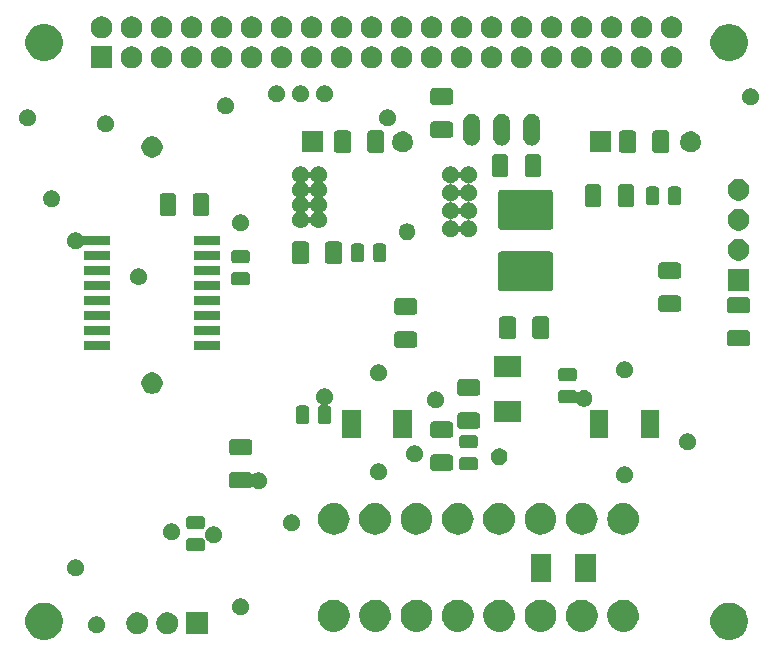
<source format=gbr>
G04 #@! TF.GenerationSoftware,KiCad,Pcbnew,5.1.5+dfsg1-2*
G04 #@! TF.CreationDate,2020-01-01T02:49:50+02:00*
G04 #@! TF.ProjectId,Morfeas_Rpi_Hat,4d6f7266-6561-4735-9f52-70695f486174,V1.0*
G04 #@! TF.SameCoordinates,Original*
G04 #@! TF.FileFunction,Soldermask,Bot*
G04 #@! TF.FilePolarity,Negative*
%FSLAX46Y46*%
G04 Gerber Fmt 4.6, Leading zero omitted, Abs format (unit mm)*
G04 Created by KiCad (PCBNEW 5.1.5+dfsg1-2) date 2020-01-01 02:49:50*
%MOMM*%
%LPD*%
G04 APERTURE LIST*
%ADD10C,0.100000*%
G04 APERTURE END LIST*
D10*
G36*
X183553761Y-114524372D02*
G01*
X183553763Y-114524373D01*
X183553764Y-114524373D01*
X183840612Y-114643189D01*
X184098764Y-114815681D01*
X184098766Y-114815683D01*
X184098769Y-114815685D01*
X184318315Y-115035231D01*
X184318317Y-115035234D01*
X184318319Y-115035236D01*
X184490811Y-115293388D01*
X184550818Y-115438259D01*
X184609628Y-115580239D01*
X184670200Y-115884758D01*
X184670200Y-116195242D01*
X184623872Y-116428153D01*
X184609627Y-116499764D01*
X184490811Y-116786612D01*
X184318319Y-117044764D01*
X184318317Y-117044766D01*
X184318315Y-117044769D01*
X184098769Y-117264315D01*
X184098766Y-117264317D01*
X184098764Y-117264319D01*
X183840612Y-117436811D01*
X183553764Y-117555627D01*
X183553763Y-117555627D01*
X183553761Y-117555628D01*
X183249242Y-117616200D01*
X182938758Y-117616200D01*
X182634239Y-117555628D01*
X182634237Y-117555627D01*
X182634236Y-117555627D01*
X182347388Y-117436811D01*
X182089236Y-117264319D01*
X182089234Y-117264317D01*
X182089231Y-117264315D01*
X181869685Y-117044769D01*
X181869683Y-117044766D01*
X181869681Y-117044764D01*
X181697189Y-116786612D01*
X181578373Y-116499764D01*
X181564129Y-116428153D01*
X181517800Y-116195242D01*
X181517800Y-115884758D01*
X181578372Y-115580239D01*
X181637182Y-115438259D01*
X181697189Y-115293388D01*
X181869681Y-115035236D01*
X181869683Y-115035234D01*
X181869685Y-115035231D01*
X182089231Y-114815685D01*
X182089234Y-114815683D01*
X182089236Y-114815681D01*
X182347388Y-114643189D01*
X182634236Y-114524373D01*
X182634237Y-114524373D01*
X182634239Y-114524372D01*
X182938758Y-114463800D01*
X183249242Y-114463800D01*
X183553761Y-114524372D01*
G37*
G36*
X125553761Y-114524372D02*
G01*
X125553763Y-114524373D01*
X125553764Y-114524373D01*
X125840612Y-114643189D01*
X126098764Y-114815681D01*
X126098766Y-114815683D01*
X126098769Y-114815685D01*
X126318315Y-115035231D01*
X126318317Y-115035234D01*
X126318319Y-115035236D01*
X126490811Y-115293388D01*
X126550818Y-115438259D01*
X126609628Y-115580239D01*
X126670200Y-115884758D01*
X126670200Y-116195242D01*
X126623872Y-116428153D01*
X126609627Y-116499764D01*
X126490811Y-116786612D01*
X126318319Y-117044764D01*
X126318317Y-117044766D01*
X126318315Y-117044769D01*
X126098769Y-117264315D01*
X126098766Y-117264317D01*
X126098764Y-117264319D01*
X125840612Y-117436811D01*
X125553764Y-117555627D01*
X125553763Y-117555627D01*
X125553761Y-117555628D01*
X125249242Y-117616200D01*
X124938758Y-117616200D01*
X124634239Y-117555628D01*
X124634237Y-117555627D01*
X124634236Y-117555627D01*
X124347388Y-117436811D01*
X124089236Y-117264319D01*
X124089234Y-117264317D01*
X124089231Y-117264315D01*
X123869685Y-117044769D01*
X123869683Y-117044766D01*
X123869681Y-117044764D01*
X123697189Y-116786612D01*
X123578373Y-116499764D01*
X123564129Y-116428153D01*
X123517800Y-116195242D01*
X123517800Y-115884758D01*
X123578372Y-115580239D01*
X123637182Y-115438259D01*
X123697189Y-115293388D01*
X123869681Y-115035236D01*
X123869683Y-115035234D01*
X123869685Y-115035231D01*
X124089231Y-114815685D01*
X124089234Y-114815683D01*
X124089236Y-114815681D01*
X124347388Y-114643189D01*
X124634236Y-114524373D01*
X124634237Y-114524373D01*
X124634239Y-114524372D01*
X124938758Y-114463800D01*
X125249242Y-114463800D01*
X125553761Y-114524372D01*
G37*
G36*
X135618068Y-115282350D02*
G01*
X135779166Y-115314393D01*
X135947717Y-115384210D01*
X136099418Y-115485573D01*
X136228427Y-115614582D01*
X136329790Y-115766283D01*
X136399607Y-115934834D01*
X136435200Y-116113778D01*
X136435200Y-116296222D01*
X136399607Y-116475166D01*
X136329790Y-116643717D01*
X136228427Y-116795418D01*
X136099418Y-116924427D01*
X135947717Y-117025790D01*
X135779166Y-117095607D01*
X135618068Y-117127650D01*
X135600223Y-117131200D01*
X135417777Y-117131200D01*
X135399932Y-117127650D01*
X135238834Y-117095607D01*
X135070283Y-117025790D01*
X134918582Y-116924427D01*
X134789573Y-116795418D01*
X134688210Y-116643717D01*
X134618393Y-116475166D01*
X134582800Y-116296222D01*
X134582800Y-116113778D01*
X134618393Y-115934834D01*
X134688210Y-115766283D01*
X134789573Y-115614582D01*
X134918582Y-115485573D01*
X135070283Y-115384210D01*
X135238834Y-115314393D01*
X135399932Y-115282350D01*
X135417777Y-115278800D01*
X135600223Y-115278800D01*
X135618068Y-115282350D01*
G37*
G36*
X138975200Y-117131200D02*
G01*
X137122800Y-117131200D01*
X137122800Y-115278800D01*
X138975200Y-115278800D01*
X138975200Y-117131200D01*
G37*
G36*
X133078068Y-115282350D02*
G01*
X133239166Y-115314393D01*
X133407717Y-115384210D01*
X133559418Y-115485573D01*
X133688427Y-115614582D01*
X133789790Y-115766283D01*
X133859607Y-115934834D01*
X133895200Y-116113778D01*
X133895200Y-116296222D01*
X133859607Y-116475166D01*
X133789790Y-116643717D01*
X133688427Y-116795418D01*
X133559418Y-116924427D01*
X133407717Y-117025790D01*
X133239166Y-117095607D01*
X133078068Y-117127650D01*
X133060223Y-117131200D01*
X132877777Y-117131200D01*
X132859932Y-117127650D01*
X132698834Y-117095607D01*
X132530283Y-117025790D01*
X132378582Y-116924427D01*
X132249573Y-116795418D01*
X132148210Y-116643717D01*
X132078393Y-116475166D01*
X132042800Y-116296222D01*
X132042800Y-116113778D01*
X132078393Y-115934834D01*
X132148210Y-115766283D01*
X132249573Y-115614582D01*
X132378582Y-115485573D01*
X132530283Y-115384210D01*
X132698834Y-115314393D01*
X132859932Y-115282350D01*
X132877777Y-115278800D01*
X133060223Y-115278800D01*
X133078068Y-115282350D01*
G37*
G36*
X129747449Y-115648131D02*
G01*
X129747452Y-115648132D01*
X129747451Y-115648132D01*
X129876876Y-115701741D01*
X129993363Y-115779575D01*
X130092425Y-115878637D01*
X130170259Y-115995124D01*
X130213967Y-116100645D01*
X130223869Y-116124551D01*
X130251200Y-116261953D01*
X130251200Y-116402047D01*
X130223869Y-116539449D01*
X130223868Y-116539451D01*
X130170259Y-116668876D01*
X130092425Y-116785363D01*
X129993363Y-116884425D01*
X129876876Y-116962259D01*
X129771355Y-117005967D01*
X129747449Y-117015869D01*
X129610047Y-117043200D01*
X129469953Y-117043200D01*
X129332551Y-117015869D01*
X129308645Y-117005967D01*
X129203124Y-116962259D01*
X129086637Y-116884425D01*
X128987575Y-116785363D01*
X128909741Y-116668876D01*
X128856132Y-116539451D01*
X128856131Y-116539449D01*
X128828800Y-116402047D01*
X128828800Y-116261953D01*
X128856131Y-116124551D01*
X128866033Y-116100645D01*
X128909741Y-115995124D01*
X128987575Y-115878637D01*
X129086637Y-115779575D01*
X129203124Y-115701741D01*
X129332549Y-115648132D01*
X129332548Y-115648132D01*
X129332551Y-115648131D01*
X129469953Y-115620800D01*
X129610047Y-115620800D01*
X129747449Y-115648131D01*
G37*
G36*
X153516672Y-114275533D02*
G01*
X153516674Y-114275534D01*
X153516675Y-114275534D01*
X153761662Y-114377011D01*
X153761665Y-114377013D01*
X153982153Y-114524338D01*
X154169662Y-114711847D01*
X154169663Y-114711849D01*
X154316989Y-114932338D01*
X154405025Y-115144876D01*
X154418467Y-115177328D01*
X154470200Y-115437411D01*
X154470200Y-115702589D01*
X154433965Y-115884759D01*
X154418466Y-115962675D01*
X154316989Y-116207662D01*
X154316987Y-116207665D01*
X154169662Y-116428153D01*
X153982153Y-116615662D01*
X153940161Y-116643720D01*
X153761662Y-116762989D01*
X153516675Y-116864466D01*
X153516674Y-116864466D01*
X153516672Y-116864467D01*
X153256589Y-116916200D01*
X152991411Y-116916200D01*
X152731328Y-116864467D01*
X152731326Y-116864466D01*
X152731325Y-116864466D01*
X152486338Y-116762989D01*
X152307839Y-116643720D01*
X152265847Y-116615662D01*
X152078338Y-116428153D01*
X151931013Y-116207665D01*
X151931011Y-116207662D01*
X151829534Y-115962675D01*
X151814036Y-115884759D01*
X151777800Y-115702589D01*
X151777800Y-115437411D01*
X151829533Y-115177328D01*
X151842975Y-115144876D01*
X151931011Y-114932338D01*
X152078337Y-114711849D01*
X152078338Y-114711847D01*
X152265847Y-114524338D01*
X152486335Y-114377013D01*
X152486338Y-114377011D01*
X152731325Y-114275534D01*
X152731326Y-114275534D01*
X152731328Y-114275533D01*
X152991411Y-114223800D01*
X153256589Y-114223800D01*
X153516672Y-114275533D01*
G37*
G36*
X150016672Y-114275533D02*
G01*
X150016674Y-114275534D01*
X150016675Y-114275534D01*
X150261662Y-114377011D01*
X150261665Y-114377013D01*
X150482153Y-114524338D01*
X150669662Y-114711847D01*
X150669663Y-114711849D01*
X150816989Y-114932338D01*
X150905025Y-115144876D01*
X150918467Y-115177328D01*
X150970200Y-115437411D01*
X150970200Y-115702589D01*
X150933965Y-115884759D01*
X150918466Y-115962675D01*
X150816989Y-116207662D01*
X150816987Y-116207665D01*
X150669662Y-116428153D01*
X150482153Y-116615662D01*
X150440161Y-116643720D01*
X150261662Y-116762989D01*
X150016675Y-116864466D01*
X150016674Y-116864466D01*
X150016672Y-116864467D01*
X149756589Y-116916200D01*
X149491411Y-116916200D01*
X149231328Y-116864467D01*
X149231326Y-116864466D01*
X149231325Y-116864466D01*
X148986338Y-116762989D01*
X148807839Y-116643720D01*
X148765847Y-116615662D01*
X148578338Y-116428153D01*
X148431013Y-116207665D01*
X148431011Y-116207662D01*
X148329534Y-115962675D01*
X148314036Y-115884759D01*
X148277800Y-115702589D01*
X148277800Y-115437411D01*
X148329533Y-115177328D01*
X148342975Y-115144876D01*
X148431011Y-114932338D01*
X148578337Y-114711849D01*
X148578338Y-114711847D01*
X148765847Y-114524338D01*
X148986335Y-114377013D01*
X148986338Y-114377011D01*
X149231325Y-114275534D01*
X149231326Y-114275534D01*
X149231328Y-114275533D01*
X149491411Y-114223800D01*
X149756589Y-114223800D01*
X150016672Y-114275533D01*
G37*
G36*
X157016672Y-114275533D02*
G01*
X157016674Y-114275534D01*
X157016675Y-114275534D01*
X157261662Y-114377011D01*
X157261665Y-114377013D01*
X157482153Y-114524338D01*
X157669662Y-114711847D01*
X157669663Y-114711849D01*
X157816989Y-114932338D01*
X157905025Y-115144876D01*
X157918467Y-115177328D01*
X157970200Y-115437411D01*
X157970200Y-115702589D01*
X157933965Y-115884759D01*
X157918466Y-115962675D01*
X157816989Y-116207662D01*
X157816987Y-116207665D01*
X157669662Y-116428153D01*
X157482153Y-116615662D01*
X157440161Y-116643720D01*
X157261662Y-116762989D01*
X157016675Y-116864466D01*
X157016674Y-116864466D01*
X157016672Y-116864467D01*
X156756589Y-116916200D01*
X156491411Y-116916200D01*
X156231328Y-116864467D01*
X156231326Y-116864466D01*
X156231325Y-116864466D01*
X155986338Y-116762989D01*
X155807839Y-116643720D01*
X155765847Y-116615662D01*
X155578338Y-116428153D01*
X155431013Y-116207665D01*
X155431011Y-116207662D01*
X155329534Y-115962675D01*
X155314036Y-115884759D01*
X155277800Y-115702589D01*
X155277800Y-115437411D01*
X155329533Y-115177328D01*
X155342975Y-115144876D01*
X155431011Y-114932338D01*
X155578337Y-114711849D01*
X155578338Y-114711847D01*
X155765847Y-114524338D01*
X155986335Y-114377013D01*
X155986338Y-114377011D01*
X156231325Y-114275534D01*
X156231326Y-114275534D01*
X156231328Y-114275533D01*
X156491411Y-114223800D01*
X156756589Y-114223800D01*
X157016672Y-114275533D01*
G37*
G36*
X160516672Y-114275533D02*
G01*
X160516674Y-114275534D01*
X160516675Y-114275534D01*
X160761662Y-114377011D01*
X160761665Y-114377013D01*
X160982153Y-114524338D01*
X161169662Y-114711847D01*
X161169663Y-114711849D01*
X161316989Y-114932338D01*
X161405025Y-115144876D01*
X161418467Y-115177328D01*
X161470200Y-115437411D01*
X161470200Y-115702589D01*
X161433965Y-115884759D01*
X161418466Y-115962675D01*
X161316989Y-116207662D01*
X161316987Y-116207665D01*
X161169662Y-116428153D01*
X160982153Y-116615662D01*
X160940161Y-116643720D01*
X160761662Y-116762989D01*
X160516675Y-116864466D01*
X160516674Y-116864466D01*
X160516672Y-116864467D01*
X160256589Y-116916200D01*
X159991411Y-116916200D01*
X159731328Y-116864467D01*
X159731326Y-116864466D01*
X159731325Y-116864466D01*
X159486338Y-116762989D01*
X159307839Y-116643720D01*
X159265847Y-116615662D01*
X159078338Y-116428153D01*
X158931013Y-116207665D01*
X158931011Y-116207662D01*
X158829534Y-115962675D01*
X158814036Y-115884759D01*
X158777800Y-115702589D01*
X158777800Y-115437411D01*
X158829533Y-115177328D01*
X158842975Y-115144876D01*
X158931011Y-114932338D01*
X159078337Y-114711849D01*
X159078338Y-114711847D01*
X159265847Y-114524338D01*
X159486335Y-114377013D01*
X159486338Y-114377011D01*
X159731325Y-114275534D01*
X159731326Y-114275534D01*
X159731328Y-114275533D01*
X159991411Y-114223800D01*
X160256589Y-114223800D01*
X160516672Y-114275533D01*
G37*
G36*
X164016672Y-114275533D02*
G01*
X164016674Y-114275534D01*
X164016675Y-114275534D01*
X164261662Y-114377011D01*
X164261665Y-114377013D01*
X164482153Y-114524338D01*
X164669662Y-114711847D01*
X164669663Y-114711849D01*
X164816989Y-114932338D01*
X164905025Y-115144876D01*
X164918467Y-115177328D01*
X164970200Y-115437411D01*
X164970200Y-115702589D01*
X164933965Y-115884759D01*
X164918466Y-115962675D01*
X164816989Y-116207662D01*
X164816987Y-116207665D01*
X164669662Y-116428153D01*
X164482153Y-116615662D01*
X164440161Y-116643720D01*
X164261662Y-116762989D01*
X164016675Y-116864466D01*
X164016674Y-116864466D01*
X164016672Y-116864467D01*
X163756589Y-116916200D01*
X163491411Y-116916200D01*
X163231328Y-116864467D01*
X163231326Y-116864466D01*
X163231325Y-116864466D01*
X162986338Y-116762989D01*
X162807839Y-116643720D01*
X162765847Y-116615662D01*
X162578338Y-116428153D01*
X162431013Y-116207665D01*
X162431011Y-116207662D01*
X162329534Y-115962675D01*
X162314036Y-115884759D01*
X162277800Y-115702589D01*
X162277800Y-115437411D01*
X162329533Y-115177328D01*
X162342975Y-115144876D01*
X162431011Y-114932338D01*
X162578337Y-114711849D01*
X162578338Y-114711847D01*
X162765847Y-114524338D01*
X162986335Y-114377013D01*
X162986338Y-114377011D01*
X163231325Y-114275534D01*
X163231326Y-114275534D01*
X163231328Y-114275533D01*
X163491411Y-114223800D01*
X163756589Y-114223800D01*
X164016672Y-114275533D01*
G37*
G36*
X167516672Y-114275533D02*
G01*
X167516674Y-114275534D01*
X167516675Y-114275534D01*
X167761662Y-114377011D01*
X167761665Y-114377013D01*
X167982153Y-114524338D01*
X168169662Y-114711847D01*
X168169663Y-114711849D01*
X168316989Y-114932338D01*
X168405025Y-115144876D01*
X168418467Y-115177328D01*
X168470200Y-115437411D01*
X168470200Y-115702589D01*
X168433965Y-115884759D01*
X168418466Y-115962675D01*
X168316989Y-116207662D01*
X168316987Y-116207665D01*
X168169662Y-116428153D01*
X167982153Y-116615662D01*
X167940161Y-116643720D01*
X167761662Y-116762989D01*
X167516675Y-116864466D01*
X167516674Y-116864466D01*
X167516672Y-116864467D01*
X167256589Y-116916200D01*
X166991411Y-116916200D01*
X166731328Y-116864467D01*
X166731326Y-116864466D01*
X166731325Y-116864466D01*
X166486338Y-116762989D01*
X166307839Y-116643720D01*
X166265847Y-116615662D01*
X166078338Y-116428153D01*
X165931013Y-116207665D01*
X165931011Y-116207662D01*
X165829534Y-115962675D01*
X165814036Y-115884759D01*
X165777800Y-115702589D01*
X165777800Y-115437411D01*
X165829533Y-115177328D01*
X165842975Y-115144876D01*
X165931011Y-114932338D01*
X166078337Y-114711849D01*
X166078338Y-114711847D01*
X166265847Y-114524338D01*
X166486335Y-114377013D01*
X166486338Y-114377011D01*
X166731325Y-114275534D01*
X166731326Y-114275534D01*
X166731328Y-114275533D01*
X166991411Y-114223800D01*
X167256589Y-114223800D01*
X167516672Y-114275533D01*
G37*
G36*
X171016672Y-114275533D02*
G01*
X171016674Y-114275534D01*
X171016675Y-114275534D01*
X171261662Y-114377011D01*
X171261665Y-114377013D01*
X171482153Y-114524338D01*
X171669662Y-114711847D01*
X171669663Y-114711849D01*
X171816989Y-114932338D01*
X171905025Y-115144876D01*
X171918467Y-115177328D01*
X171970200Y-115437411D01*
X171970200Y-115702589D01*
X171933965Y-115884759D01*
X171918466Y-115962675D01*
X171816989Y-116207662D01*
X171816987Y-116207665D01*
X171669662Y-116428153D01*
X171482153Y-116615662D01*
X171440161Y-116643720D01*
X171261662Y-116762989D01*
X171016675Y-116864466D01*
X171016674Y-116864466D01*
X171016672Y-116864467D01*
X170756589Y-116916200D01*
X170491411Y-116916200D01*
X170231328Y-116864467D01*
X170231326Y-116864466D01*
X170231325Y-116864466D01*
X169986338Y-116762989D01*
X169807839Y-116643720D01*
X169765847Y-116615662D01*
X169578338Y-116428153D01*
X169431013Y-116207665D01*
X169431011Y-116207662D01*
X169329534Y-115962675D01*
X169314036Y-115884759D01*
X169277800Y-115702589D01*
X169277800Y-115437411D01*
X169329533Y-115177328D01*
X169342975Y-115144876D01*
X169431011Y-114932338D01*
X169578337Y-114711849D01*
X169578338Y-114711847D01*
X169765847Y-114524338D01*
X169986335Y-114377013D01*
X169986338Y-114377011D01*
X170231325Y-114275534D01*
X170231326Y-114275534D01*
X170231328Y-114275533D01*
X170491411Y-114223800D01*
X170756589Y-114223800D01*
X171016672Y-114275533D01*
G37*
G36*
X174516672Y-114275533D02*
G01*
X174516674Y-114275534D01*
X174516675Y-114275534D01*
X174761662Y-114377011D01*
X174761665Y-114377013D01*
X174982153Y-114524338D01*
X175169662Y-114711847D01*
X175169663Y-114711849D01*
X175316989Y-114932338D01*
X175405025Y-115144876D01*
X175418467Y-115177328D01*
X175470200Y-115437411D01*
X175470200Y-115702589D01*
X175433965Y-115884759D01*
X175418466Y-115962675D01*
X175316989Y-116207662D01*
X175316987Y-116207665D01*
X175169662Y-116428153D01*
X174982153Y-116615662D01*
X174940161Y-116643720D01*
X174761662Y-116762989D01*
X174516675Y-116864466D01*
X174516674Y-116864466D01*
X174516672Y-116864467D01*
X174256589Y-116916200D01*
X173991411Y-116916200D01*
X173731328Y-116864467D01*
X173731326Y-116864466D01*
X173731325Y-116864466D01*
X173486338Y-116762989D01*
X173307839Y-116643720D01*
X173265847Y-116615662D01*
X173078338Y-116428153D01*
X172931013Y-116207665D01*
X172931011Y-116207662D01*
X172829534Y-115962675D01*
X172814036Y-115884759D01*
X172777800Y-115702589D01*
X172777800Y-115437411D01*
X172829533Y-115177328D01*
X172842975Y-115144876D01*
X172931011Y-114932338D01*
X173078337Y-114711849D01*
X173078338Y-114711847D01*
X173265847Y-114524338D01*
X173486335Y-114377013D01*
X173486338Y-114377011D01*
X173731325Y-114275534D01*
X173731326Y-114275534D01*
X173731328Y-114275533D01*
X173991411Y-114223800D01*
X174256589Y-114223800D01*
X174516672Y-114275533D01*
G37*
G36*
X141939449Y-114124131D02*
G01*
X141939452Y-114124132D01*
X141939451Y-114124132D01*
X142068876Y-114177741D01*
X142185363Y-114255575D01*
X142284425Y-114354637D01*
X142362259Y-114471124D01*
X142384315Y-114524373D01*
X142415869Y-114600551D01*
X142443200Y-114737953D01*
X142443200Y-114878047D01*
X142415869Y-115015449D01*
X142415868Y-115015451D01*
X142362259Y-115144876D01*
X142284425Y-115261363D01*
X142185363Y-115360425D01*
X142068876Y-115438259D01*
X141963355Y-115481967D01*
X141939449Y-115491869D01*
X141802047Y-115519200D01*
X141661953Y-115519200D01*
X141524551Y-115491869D01*
X141500645Y-115481967D01*
X141395124Y-115438259D01*
X141278637Y-115360425D01*
X141179575Y-115261363D01*
X141101741Y-115144876D01*
X141048132Y-115015451D01*
X141048131Y-115015449D01*
X141020800Y-114878047D01*
X141020800Y-114737953D01*
X141048131Y-114600551D01*
X141079685Y-114524373D01*
X141101741Y-114471124D01*
X141179575Y-114354637D01*
X141278637Y-114255575D01*
X141395124Y-114177741D01*
X141524549Y-114124132D01*
X141524548Y-114124132D01*
X141524551Y-114124131D01*
X141661953Y-114096800D01*
X141802047Y-114096800D01*
X141939449Y-114124131D01*
G37*
G36*
X168044343Y-112681543D02*
G01*
X166291743Y-112681543D01*
X166291743Y-110329503D01*
X168044343Y-110329503D01*
X168044343Y-112681543D01*
G37*
G36*
X171844183Y-112681543D02*
G01*
X170091583Y-112681543D01*
X170091583Y-110329503D01*
X171844183Y-110329503D01*
X171844183Y-112681543D01*
G37*
G36*
X127969449Y-110822131D02*
G01*
X127969452Y-110822132D01*
X127969451Y-110822132D01*
X128098876Y-110875741D01*
X128215363Y-110953575D01*
X128314425Y-111052637D01*
X128392259Y-111169124D01*
X128435967Y-111274645D01*
X128445869Y-111298551D01*
X128473200Y-111435953D01*
X128473200Y-111576047D01*
X128445869Y-111713449D01*
X128445868Y-111713451D01*
X128392259Y-111842876D01*
X128314425Y-111959363D01*
X128215363Y-112058425D01*
X128098876Y-112136259D01*
X127993355Y-112179967D01*
X127969449Y-112189869D01*
X127832047Y-112217200D01*
X127691953Y-112217200D01*
X127554551Y-112189869D01*
X127530645Y-112179967D01*
X127425124Y-112136259D01*
X127308637Y-112058425D01*
X127209575Y-111959363D01*
X127131741Y-111842876D01*
X127078132Y-111713451D01*
X127078131Y-111713449D01*
X127050800Y-111576047D01*
X127050800Y-111435953D01*
X127078131Y-111298551D01*
X127088033Y-111274645D01*
X127131741Y-111169124D01*
X127209575Y-111052637D01*
X127308637Y-110953575D01*
X127425124Y-110875741D01*
X127554549Y-110822132D01*
X127554548Y-110822132D01*
X127554551Y-110822131D01*
X127691953Y-110794800D01*
X127832047Y-110794800D01*
X127969449Y-110822131D01*
G37*
G36*
X138496831Y-109012407D02*
G01*
X138543690Y-109026621D01*
X138586877Y-109049705D01*
X138624730Y-109080770D01*
X138655795Y-109118623D01*
X138678879Y-109161810D01*
X138693093Y-109208669D01*
X138698200Y-109260517D01*
X138698200Y-109881483D01*
X138693093Y-109933331D01*
X138678879Y-109980190D01*
X138655795Y-110023377D01*
X138624730Y-110061230D01*
X138586877Y-110092295D01*
X138543690Y-110115379D01*
X138496831Y-110129593D01*
X138444983Y-110134700D01*
X137399017Y-110134700D01*
X137347169Y-110129593D01*
X137300310Y-110115379D01*
X137257123Y-110092295D01*
X137219270Y-110061230D01*
X137188205Y-110023377D01*
X137165121Y-109980190D01*
X137150907Y-109933331D01*
X137145800Y-109881483D01*
X137145800Y-109260517D01*
X137150907Y-109208669D01*
X137165121Y-109161810D01*
X137188205Y-109118623D01*
X137219270Y-109080770D01*
X137257123Y-109049705D01*
X137300310Y-109026621D01*
X137347169Y-109012407D01*
X137399017Y-109007300D01*
X138444983Y-109007300D01*
X138496831Y-109012407D01*
G37*
G36*
X139653449Y-108028131D02*
G01*
X139677355Y-108038033D01*
X139782876Y-108081741D01*
X139899363Y-108159575D01*
X139998425Y-108258637D01*
X140076259Y-108375124D01*
X140081573Y-108387954D01*
X140129869Y-108504551D01*
X140157200Y-108641953D01*
X140157200Y-108782047D01*
X140129869Y-108919449D01*
X140129868Y-108919451D01*
X140076259Y-109048876D01*
X140076257Y-109048879D01*
X140049944Y-109088259D01*
X139998425Y-109165363D01*
X139899363Y-109264425D01*
X139782876Y-109342259D01*
X139677355Y-109385967D01*
X139653449Y-109395869D01*
X139516047Y-109423200D01*
X139375953Y-109423200D01*
X139238551Y-109395869D01*
X139214645Y-109385967D01*
X139109124Y-109342259D01*
X138992637Y-109264425D01*
X138893575Y-109165363D01*
X138842056Y-109088259D01*
X138815743Y-109048879D01*
X138815741Y-109048876D01*
X138762132Y-108919451D01*
X138762131Y-108919449D01*
X138734800Y-108782047D01*
X138734800Y-108641953D01*
X138762131Y-108504551D01*
X138810427Y-108387954D01*
X138815741Y-108375124D01*
X138893575Y-108258637D01*
X138992637Y-108159575D01*
X139109124Y-108081741D01*
X139214645Y-108038033D01*
X139238551Y-108028131D01*
X139375953Y-108000800D01*
X139516047Y-108000800D01*
X139653449Y-108028131D01*
G37*
G36*
X136097449Y-107774131D02*
G01*
X136097452Y-107774132D01*
X136097451Y-107774132D01*
X136226876Y-107827741D01*
X136226879Y-107827743D01*
X136343363Y-107905575D01*
X136442425Y-108004637D01*
X136493946Y-108081743D01*
X136520259Y-108121124D01*
X136547226Y-108186230D01*
X136573869Y-108250551D01*
X136601200Y-108387953D01*
X136601200Y-108528047D01*
X136573869Y-108665449D01*
X136573868Y-108665451D01*
X136520259Y-108794876D01*
X136442425Y-108911363D01*
X136343363Y-109010425D01*
X136226876Y-109088259D01*
X136121355Y-109131967D01*
X136097449Y-109141869D01*
X135960047Y-109169200D01*
X135819953Y-109169200D01*
X135682551Y-109141869D01*
X135658645Y-109131967D01*
X135553124Y-109088259D01*
X135436637Y-109010425D01*
X135337575Y-108911363D01*
X135259741Y-108794876D01*
X135206132Y-108665451D01*
X135206131Y-108665449D01*
X135178800Y-108528047D01*
X135178800Y-108387953D01*
X135206131Y-108250551D01*
X135232774Y-108186230D01*
X135259741Y-108121124D01*
X135286055Y-108081743D01*
X135337575Y-108004637D01*
X135436637Y-107905575D01*
X135553121Y-107827743D01*
X135553124Y-107827741D01*
X135682549Y-107774132D01*
X135682548Y-107774132D01*
X135682551Y-107774131D01*
X135819953Y-107746800D01*
X135960047Y-107746800D01*
X136097449Y-107774131D01*
G37*
G36*
X174386632Y-106049666D02*
G01*
X174639169Y-106126272D01*
X174871910Y-106250675D01*
X175075908Y-106418092D01*
X175243325Y-106622090D01*
X175367728Y-106854831D01*
X175444334Y-107107368D01*
X175470201Y-107369999D01*
X175470201Y-107370001D01*
X175444334Y-107632632D01*
X175367728Y-107885169D01*
X175243325Y-108117910D01*
X175075908Y-108321908D01*
X174871910Y-108489325D01*
X174639169Y-108613728D01*
X174386632Y-108690334D01*
X174124001Y-108716201D01*
X174123999Y-108716201D01*
X173861368Y-108690334D01*
X173608831Y-108613728D01*
X173376090Y-108489325D01*
X173172092Y-108321908D01*
X173004675Y-108117910D01*
X172880272Y-107885169D01*
X172803666Y-107632632D01*
X172777799Y-107370001D01*
X172777799Y-107369999D01*
X172803666Y-107107368D01*
X172880272Y-106854831D01*
X173004675Y-106622090D01*
X173172092Y-106418092D01*
X173376090Y-106250675D01*
X173608831Y-106126272D01*
X173861368Y-106049666D01*
X174123999Y-106023799D01*
X174124001Y-106023799D01*
X174386632Y-106049666D01*
G37*
G36*
X170886632Y-106049666D02*
G01*
X171139169Y-106126272D01*
X171371910Y-106250675D01*
X171575908Y-106418092D01*
X171743325Y-106622090D01*
X171867728Y-106854831D01*
X171944334Y-107107368D01*
X171970201Y-107369999D01*
X171970201Y-107370001D01*
X171944334Y-107632632D01*
X171867728Y-107885169D01*
X171743325Y-108117910D01*
X171575908Y-108321908D01*
X171371910Y-108489325D01*
X171139169Y-108613728D01*
X170886632Y-108690334D01*
X170624001Y-108716201D01*
X170623999Y-108716201D01*
X170361368Y-108690334D01*
X170108831Y-108613728D01*
X169876090Y-108489325D01*
X169672092Y-108321908D01*
X169504675Y-108117910D01*
X169380272Y-107885169D01*
X169303666Y-107632632D01*
X169277799Y-107370001D01*
X169277799Y-107369999D01*
X169303666Y-107107368D01*
X169380272Y-106854831D01*
X169504675Y-106622090D01*
X169672092Y-106418092D01*
X169876090Y-106250675D01*
X170108831Y-106126272D01*
X170361368Y-106049666D01*
X170623999Y-106023799D01*
X170624001Y-106023799D01*
X170886632Y-106049666D01*
G37*
G36*
X167386632Y-106049666D02*
G01*
X167639169Y-106126272D01*
X167871910Y-106250675D01*
X168075908Y-106418092D01*
X168243325Y-106622090D01*
X168367728Y-106854831D01*
X168444334Y-107107368D01*
X168470201Y-107369999D01*
X168470201Y-107370001D01*
X168444334Y-107632632D01*
X168367728Y-107885169D01*
X168243325Y-108117910D01*
X168075908Y-108321908D01*
X167871910Y-108489325D01*
X167639169Y-108613728D01*
X167386632Y-108690334D01*
X167124001Y-108716201D01*
X167123999Y-108716201D01*
X166861368Y-108690334D01*
X166608831Y-108613728D01*
X166376090Y-108489325D01*
X166172092Y-108321908D01*
X166004675Y-108117910D01*
X165880272Y-107885169D01*
X165803666Y-107632632D01*
X165777799Y-107370001D01*
X165777799Y-107369999D01*
X165803666Y-107107368D01*
X165880272Y-106854831D01*
X166004675Y-106622090D01*
X166172092Y-106418092D01*
X166376090Y-106250675D01*
X166608831Y-106126272D01*
X166861368Y-106049666D01*
X167123999Y-106023799D01*
X167124001Y-106023799D01*
X167386632Y-106049666D01*
G37*
G36*
X163886632Y-106049666D02*
G01*
X164139169Y-106126272D01*
X164371910Y-106250675D01*
X164575908Y-106418092D01*
X164743325Y-106622090D01*
X164867728Y-106854831D01*
X164944334Y-107107368D01*
X164970201Y-107369999D01*
X164970201Y-107370001D01*
X164944334Y-107632632D01*
X164867728Y-107885169D01*
X164743325Y-108117910D01*
X164575908Y-108321908D01*
X164371910Y-108489325D01*
X164139169Y-108613728D01*
X163886632Y-108690334D01*
X163624001Y-108716201D01*
X163623999Y-108716201D01*
X163361368Y-108690334D01*
X163108831Y-108613728D01*
X162876090Y-108489325D01*
X162672092Y-108321908D01*
X162504675Y-108117910D01*
X162380272Y-107885169D01*
X162303666Y-107632632D01*
X162277799Y-107370001D01*
X162277799Y-107369999D01*
X162303666Y-107107368D01*
X162380272Y-106854831D01*
X162504675Y-106622090D01*
X162672092Y-106418092D01*
X162876090Y-106250675D01*
X163108831Y-106126272D01*
X163361368Y-106049666D01*
X163623999Y-106023799D01*
X163624001Y-106023799D01*
X163886632Y-106049666D01*
G37*
G36*
X156886632Y-106049666D02*
G01*
X157139169Y-106126272D01*
X157371910Y-106250675D01*
X157575908Y-106418092D01*
X157743325Y-106622090D01*
X157867728Y-106854831D01*
X157944334Y-107107368D01*
X157970201Y-107369999D01*
X157970201Y-107370001D01*
X157944334Y-107632632D01*
X157867728Y-107885169D01*
X157743325Y-108117910D01*
X157575908Y-108321908D01*
X157371910Y-108489325D01*
X157139169Y-108613728D01*
X156886632Y-108690334D01*
X156624001Y-108716201D01*
X156623999Y-108716201D01*
X156361368Y-108690334D01*
X156108831Y-108613728D01*
X155876090Y-108489325D01*
X155672092Y-108321908D01*
X155504675Y-108117910D01*
X155380272Y-107885169D01*
X155303666Y-107632632D01*
X155277799Y-107370001D01*
X155277799Y-107369999D01*
X155303666Y-107107368D01*
X155380272Y-106854831D01*
X155504675Y-106622090D01*
X155672092Y-106418092D01*
X155876090Y-106250675D01*
X156108831Y-106126272D01*
X156361368Y-106049666D01*
X156623999Y-106023799D01*
X156624001Y-106023799D01*
X156886632Y-106049666D01*
G37*
G36*
X149886632Y-106049666D02*
G01*
X150139169Y-106126272D01*
X150371910Y-106250675D01*
X150575908Y-106418092D01*
X150743325Y-106622090D01*
X150867728Y-106854831D01*
X150944334Y-107107368D01*
X150970201Y-107369999D01*
X150970201Y-107370001D01*
X150944334Y-107632632D01*
X150867728Y-107885169D01*
X150743325Y-108117910D01*
X150575908Y-108321908D01*
X150371910Y-108489325D01*
X150139169Y-108613728D01*
X149886632Y-108690334D01*
X149624001Y-108716201D01*
X149623999Y-108716201D01*
X149361368Y-108690334D01*
X149108831Y-108613728D01*
X148876090Y-108489325D01*
X148672092Y-108321908D01*
X148504675Y-108117910D01*
X148380272Y-107885169D01*
X148303666Y-107632632D01*
X148277799Y-107370001D01*
X148277799Y-107369999D01*
X148303666Y-107107368D01*
X148380272Y-106854831D01*
X148504675Y-106622090D01*
X148672092Y-106418092D01*
X148876090Y-106250675D01*
X149108831Y-106126272D01*
X149361368Y-106049666D01*
X149623999Y-106023799D01*
X149624001Y-106023799D01*
X149886632Y-106049666D01*
G37*
G36*
X153386632Y-106049666D02*
G01*
X153639169Y-106126272D01*
X153871910Y-106250675D01*
X154075908Y-106418092D01*
X154243325Y-106622090D01*
X154367728Y-106854831D01*
X154444334Y-107107368D01*
X154470201Y-107369999D01*
X154470201Y-107370001D01*
X154444334Y-107632632D01*
X154367728Y-107885169D01*
X154243325Y-108117910D01*
X154075908Y-108321908D01*
X153871910Y-108489325D01*
X153639169Y-108613728D01*
X153386632Y-108690334D01*
X153124001Y-108716201D01*
X153123999Y-108716201D01*
X152861368Y-108690334D01*
X152608831Y-108613728D01*
X152376090Y-108489325D01*
X152172092Y-108321908D01*
X152004675Y-108117910D01*
X151880272Y-107885169D01*
X151803666Y-107632632D01*
X151777799Y-107370001D01*
X151777799Y-107369999D01*
X151803666Y-107107368D01*
X151880272Y-106854831D01*
X152004675Y-106622090D01*
X152172092Y-106418092D01*
X152376090Y-106250675D01*
X152608831Y-106126272D01*
X152861368Y-106049666D01*
X153123999Y-106023799D01*
X153124001Y-106023799D01*
X153386632Y-106049666D01*
G37*
G36*
X160386632Y-106049666D02*
G01*
X160639169Y-106126272D01*
X160871910Y-106250675D01*
X161075908Y-106418092D01*
X161243325Y-106622090D01*
X161367728Y-106854831D01*
X161444334Y-107107368D01*
X161470201Y-107369999D01*
X161470201Y-107370001D01*
X161444334Y-107632632D01*
X161367728Y-107885169D01*
X161243325Y-108117910D01*
X161075908Y-108321908D01*
X160871910Y-108489325D01*
X160639169Y-108613728D01*
X160386632Y-108690334D01*
X160124001Y-108716201D01*
X160123999Y-108716201D01*
X159861368Y-108690334D01*
X159608831Y-108613728D01*
X159376090Y-108489325D01*
X159172092Y-108321908D01*
X159004675Y-108117910D01*
X158880272Y-107885169D01*
X158803666Y-107632632D01*
X158777799Y-107370001D01*
X158777799Y-107369999D01*
X158803666Y-107107368D01*
X158880272Y-106854831D01*
X159004675Y-106622090D01*
X159172092Y-106418092D01*
X159376090Y-106250675D01*
X159608831Y-106126272D01*
X159861368Y-106049666D01*
X160123999Y-106023799D01*
X160124001Y-106023799D01*
X160386632Y-106049666D01*
G37*
G36*
X146257449Y-107012131D02*
G01*
X146257452Y-107012132D01*
X146257451Y-107012132D01*
X146386876Y-107065741D01*
X146503363Y-107143575D01*
X146602425Y-107242637D01*
X146680259Y-107359124D01*
X146684764Y-107370001D01*
X146733869Y-107488551D01*
X146761200Y-107625953D01*
X146761200Y-107766047D01*
X146733869Y-107903449D01*
X146733868Y-107903451D01*
X146680259Y-108032876D01*
X146602425Y-108149363D01*
X146503363Y-108248425D01*
X146386876Y-108326259D01*
X146281355Y-108369967D01*
X146257449Y-108379869D01*
X146120047Y-108407200D01*
X145979953Y-108407200D01*
X145842551Y-108379869D01*
X145818645Y-108369967D01*
X145713124Y-108326259D01*
X145596637Y-108248425D01*
X145497575Y-108149363D01*
X145419741Y-108032876D01*
X145366132Y-107903451D01*
X145366131Y-107903449D01*
X145338800Y-107766047D01*
X145338800Y-107625953D01*
X145366131Y-107488551D01*
X145415236Y-107370001D01*
X145419741Y-107359124D01*
X145497575Y-107242637D01*
X145596637Y-107143575D01*
X145713124Y-107065741D01*
X145842549Y-107012132D01*
X145842548Y-107012132D01*
X145842551Y-107012131D01*
X145979953Y-106984800D01*
X146120047Y-106984800D01*
X146257449Y-107012131D01*
G37*
G36*
X138496831Y-107137407D02*
G01*
X138543690Y-107151621D01*
X138586877Y-107174705D01*
X138624730Y-107205770D01*
X138655795Y-107243623D01*
X138678879Y-107286810D01*
X138693093Y-107333669D01*
X138698200Y-107385517D01*
X138698200Y-108006483D01*
X138693093Y-108058331D01*
X138678879Y-108105190D01*
X138655795Y-108148377D01*
X138624730Y-108186230D01*
X138586877Y-108217295D01*
X138543690Y-108240379D01*
X138496831Y-108254593D01*
X138444983Y-108259700D01*
X137399017Y-108259700D01*
X137347169Y-108254593D01*
X137300310Y-108240379D01*
X137257123Y-108217295D01*
X137219270Y-108186230D01*
X137188205Y-108148377D01*
X137165121Y-108105190D01*
X137150907Y-108058331D01*
X137145800Y-108006483D01*
X137145800Y-107385517D01*
X137150907Y-107333669D01*
X137165121Y-107286810D01*
X137188205Y-107243623D01*
X137219270Y-107205770D01*
X137257123Y-107174705D01*
X137300310Y-107151621D01*
X137347169Y-107137407D01*
X137399017Y-107132300D01*
X138444983Y-107132300D01*
X138496831Y-107137407D01*
G37*
G36*
X142488043Y-103393758D02*
G01*
X142533459Y-103407535D01*
X142575310Y-103429905D01*
X142611992Y-103460008D01*
X142642095Y-103496690D01*
X142664465Y-103538540D01*
X142677283Y-103580795D01*
X142682047Y-103592296D01*
X142688963Y-103602646D01*
X142697765Y-103611448D01*
X142708115Y-103618363D01*
X142719616Y-103623127D01*
X142731825Y-103625555D01*
X142744273Y-103625555D01*
X142756481Y-103623127D01*
X142767982Y-103618363D01*
X142782949Y-103607263D01*
X142802637Y-103587575D01*
X142919124Y-103509741D01*
X143048549Y-103456132D01*
X143048548Y-103456132D01*
X143048551Y-103456131D01*
X143185953Y-103428800D01*
X143326047Y-103428800D01*
X143463449Y-103456131D01*
X143463452Y-103456132D01*
X143463451Y-103456132D01*
X143592876Y-103509741D01*
X143709363Y-103587575D01*
X143808425Y-103686637D01*
X143886259Y-103803124D01*
X143929967Y-103908645D01*
X143939869Y-103932551D01*
X143967200Y-104069953D01*
X143967200Y-104210047D01*
X143939869Y-104347449D01*
X143939868Y-104347451D01*
X143886259Y-104476876D01*
X143808425Y-104593363D01*
X143709363Y-104692425D01*
X143592876Y-104770259D01*
X143487355Y-104813967D01*
X143463449Y-104823869D01*
X143326047Y-104851200D01*
X143185953Y-104851200D01*
X143048551Y-104823869D01*
X143024645Y-104813967D01*
X142919124Y-104770259D01*
X142802637Y-104692425D01*
X142755383Y-104645171D01*
X142745760Y-104637275D01*
X142734782Y-104631407D01*
X142722870Y-104627793D01*
X142710482Y-104626573D01*
X142698094Y-104627793D01*
X142686182Y-104631407D01*
X142675204Y-104637275D01*
X142665581Y-104645171D01*
X142654481Y-104660138D01*
X142642094Y-104683311D01*
X142611992Y-104719992D01*
X142575310Y-104750095D01*
X142533459Y-104772465D01*
X142488043Y-104786242D01*
X142437703Y-104791200D01*
X141026297Y-104791200D01*
X140975957Y-104786242D01*
X140930541Y-104772465D01*
X140888690Y-104750095D01*
X140852008Y-104719992D01*
X140821905Y-104683310D01*
X140799535Y-104641459D01*
X140785758Y-104596043D01*
X140780800Y-104545703D01*
X140780800Y-103634297D01*
X140785758Y-103583957D01*
X140799535Y-103538541D01*
X140821905Y-103496690D01*
X140852008Y-103460008D01*
X140888690Y-103429905D01*
X140930541Y-103407535D01*
X140975957Y-103393758D01*
X141026297Y-103388800D01*
X142437703Y-103388800D01*
X142488043Y-103393758D01*
G37*
G36*
X174451449Y-102948131D02*
G01*
X174451452Y-102948132D01*
X174451451Y-102948132D01*
X174580876Y-103001741D01*
X174580879Y-103001743D01*
X174697363Y-103079575D01*
X174796425Y-103178637D01*
X174861949Y-103276700D01*
X174874259Y-103295124D01*
X174885888Y-103323200D01*
X174927869Y-103424551D01*
X174955200Y-103561953D01*
X174955200Y-103702047D01*
X174927869Y-103839449D01*
X174927868Y-103839451D01*
X174874259Y-103968876D01*
X174874257Y-103968879D01*
X174847944Y-104008259D01*
X174796425Y-104085363D01*
X174697363Y-104184425D01*
X174580876Y-104262259D01*
X174475355Y-104305967D01*
X174451449Y-104315869D01*
X174314047Y-104343200D01*
X174173953Y-104343200D01*
X174036551Y-104315869D01*
X174012645Y-104305967D01*
X173907124Y-104262259D01*
X173790637Y-104184425D01*
X173691575Y-104085363D01*
X173640056Y-104008259D01*
X173613743Y-103968879D01*
X173613741Y-103968876D01*
X173560132Y-103839451D01*
X173560131Y-103839449D01*
X173532800Y-103702047D01*
X173532800Y-103561953D01*
X173560131Y-103424551D01*
X173602112Y-103323200D01*
X173613741Y-103295124D01*
X173626052Y-103276700D01*
X173691575Y-103178637D01*
X173790637Y-103079575D01*
X173907121Y-103001743D01*
X173907124Y-103001741D01*
X174036549Y-102948132D01*
X174036548Y-102948132D01*
X174036551Y-102948131D01*
X174173953Y-102920800D01*
X174314047Y-102920800D01*
X174451449Y-102948131D01*
G37*
G36*
X153623449Y-102694131D02*
G01*
X153623452Y-102694132D01*
X153623451Y-102694132D01*
X153752876Y-102747741D01*
X153752879Y-102747743D01*
X153869363Y-102825575D01*
X153968425Y-102924637D01*
X154019946Y-103001743D01*
X154046259Y-103041124D01*
X154089967Y-103146645D01*
X154099869Y-103170551D01*
X154127200Y-103307953D01*
X154127200Y-103448047D01*
X154099869Y-103585449D01*
X154099868Y-103585451D01*
X154046259Y-103714876D01*
X153968425Y-103831363D01*
X153869363Y-103930425D01*
X153752876Y-104008259D01*
X153647355Y-104051967D01*
X153623449Y-104061869D01*
X153486047Y-104089200D01*
X153345953Y-104089200D01*
X153208551Y-104061869D01*
X153184645Y-104051967D01*
X153079124Y-104008259D01*
X152962637Y-103930425D01*
X152863575Y-103831363D01*
X152785741Y-103714876D01*
X152732132Y-103585451D01*
X152732131Y-103585449D01*
X152704800Y-103448047D01*
X152704800Y-103307953D01*
X152732131Y-103170551D01*
X152742033Y-103146645D01*
X152785741Y-103041124D01*
X152812055Y-103001743D01*
X152863575Y-102924637D01*
X152962637Y-102825575D01*
X153079121Y-102747743D01*
X153079124Y-102747741D01*
X153208549Y-102694132D01*
X153208548Y-102694132D01*
X153208551Y-102694131D01*
X153345953Y-102666800D01*
X153486047Y-102666800D01*
X153623449Y-102694131D01*
G37*
G36*
X159506043Y-101925758D02*
G01*
X159551459Y-101939535D01*
X159593310Y-101961905D01*
X159629992Y-101992008D01*
X159660095Y-102028690D01*
X159682465Y-102070541D01*
X159696242Y-102115957D01*
X159701200Y-102166297D01*
X159701200Y-103077703D01*
X159696242Y-103128043D01*
X159682465Y-103173459D01*
X159660095Y-103215310D01*
X159629992Y-103251992D01*
X159593310Y-103282095D01*
X159551459Y-103304465D01*
X159506043Y-103318242D01*
X159455703Y-103323200D01*
X158044297Y-103323200D01*
X157993957Y-103318242D01*
X157948541Y-103304465D01*
X157906690Y-103282095D01*
X157870008Y-103251992D01*
X157839905Y-103215310D01*
X157817535Y-103173459D01*
X157803758Y-103128043D01*
X157798800Y-103077703D01*
X157798800Y-102166297D01*
X157803758Y-102115957D01*
X157817535Y-102070541D01*
X157839905Y-102028690D01*
X157870008Y-101992008D01*
X157906690Y-101961905D01*
X157948541Y-101939535D01*
X157993957Y-101925758D01*
X158044297Y-101920800D01*
X159455703Y-101920800D01*
X159506043Y-101925758D01*
G37*
G36*
X161610831Y-102154407D02*
G01*
X161657690Y-102168621D01*
X161700877Y-102191705D01*
X161738730Y-102222770D01*
X161769795Y-102260623D01*
X161792879Y-102303810D01*
X161807093Y-102350669D01*
X161812200Y-102402517D01*
X161812200Y-103023483D01*
X161807093Y-103075331D01*
X161792879Y-103122190D01*
X161769795Y-103165377D01*
X161738730Y-103203230D01*
X161700877Y-103234295D01*
X161657690Y-103257379D01*
X161610831Y-103271593D01*
X161558983Y-103276700D01*
X160513017Y-103276700D01*
X160461169Y-103271593D01*
X160414310Y-103257379D01*
X160371123Y-103234295D01*
X160333270Y-103203230D01*
X160302205Y-103165377D01*
X160279121Y-103122190D01*
X160264907Y-103075331D01*
X160259800Y-103023483D01*
X160259800Y-102402517D01*
X160264907Y-102350669D01*
X160279121Y-102303810D01*
X160302205Y-102260623D01*
X160333270Y-102222770D01*
X160371123Y-102191705D01*
X160414310Y-102168621D01*
X160461169Y-102154407D01*
X160513017Y-102149300D01*
X161558983Y-102149300D01*
X161610831Y-102154407D01*
G37*
G36*
X163831449Y-101424131D02*
G01*
X163831452Y-101424132D01*
X163831451Y-101424132D01*
X163960876Y-101477741D01*
X164077363Y-101555575D01*
X164176425Y-101654637D01*
X164254259Y-101771124D01*
X164273698Y-101818055D01*
X164307869Y-101900551D01*
X164335200Y-102037953D01*
X164335200Y-102178047D01*
X164307869Y-102315449D01*
X164307868Y-102315451D01*
X164254259Y-102444876D01*
X164254257Y-102444879D01*
X164227944Y-102484259D01*
X164176425Y-102561363D01*
X164077363Y-102660425D01*
X163960876Y-102738259D01*
X163855355Y-102781967D01*
X163831449Y-102791869D01*
X163694047Y-102819200D01*
X163553953Y-102819200D01*
X163416551Y-102791869D01*
X163392645Y-102781967D01*
X163287124Y-102738259D01*
X163170637Y-102660425D01*
X163071575Y-102561363D01*
X163020056Y-102484259D01*
X162993743Y-102444879D01*
X162993741Y-102444876D01*
X162940132Y-102315451D01*
X162940131Y-102315449D01*
X162912800Y-102178047D01*
X162912800Y-102037953D01*
X162940131Y-101900551D01*
X162974302Y-101818055D01*
X162993741Y-101771124D01*
X163071575Y-101654637D01*
X163170637Y-101555575D01*
X163287124Y-101477741D01*
X163416549Y-101424132D01*
X163416548Y-101424132D01*
X163416551Y-101424131D01*
X163553953Y-101396800D01*
X163694047Y-101396800D01*
X163831449Y-101424131D01*
G37*
G36*
X156671449Y-101170131D02*
G01*
X156695355Y-101180033D01*
X156800876Y-101223741D01*
X156800879Y-101223743D01*
X156917363Y-101301575D01*
X157016425Y-101400637D01*
X157067946Y-101477743D01*
X157094259Y-101517124D01*
X157137967Y-101622645D01*
X157147869Y-101646551D01*
X157175200Y-101783953D01*
X157175200Y-101924047D01*
X157147869Y-102061449D01*
X157147868Y-102061451D01*
X157094259Y-102190876D01*
X157016425Y-102307363D01*
X156917363Y-102406425D01*
X156800876Y-102484259D01*
X156695355Y-102527967D01*
X156671449Y-102537869D01*
X156534047Y-102565200D01*
X156393953Y-102565200D01*
X156256551Y-102537869D01*
X156232645Y-102527967D01*
X156127124Y-102484259D01*
X156010637Y-102406425D01*
X155911575Y-102307363D01*
X155833741Y-102190876D01*
X155780132Y-102061451D01*
X155780131Y-102061449D01*
X155752800Y-101924047D01*
X155752800Y-101783953D01*
X155780131Y-101646551D01*
X155790033Y-101622645D01*
X155833741Y-101517124D01*
X155860055Y-101477743D01*
X155911575Y-101400637D01*
X156010637Y-101301575D01*
X156127121Y-101223743D01*
X156127124Y-101223741D01*
X156232645Y-101180033D01*
X156256551Y-101170131D01*
X156393953Y-101142800D01*
X156534047Y-101142800D01*
X156671449Y-101170131D01*
G37*
G36*
X142488043Y-100593758D02*
G01*
X142533459Y-100607535D01*
X142575310Y-100629905D01*
X142611992Y-100660008D01*
X142642095Y-100696690D01*
X142664465Y-100738541D01*
X142678242Y-100783957D01*
X142683200Y-100834297D01*
X142683200Y-101745703D01*
X142678242Y-101796043D01*
X142664465Y-101841459D01*
X142642095Y-101883310D01*
X142611992Y-101919992D01*
X142575310Y-101950095D01*
X142533459Y-101972465D01*
X142488043Y-101986242D01*
X142437703Y-101991200D01*
X141026297Y-101991200D01*
X140975957Y-101986242D01*
X140930541Y-101972465D01*
X140888690Y-101950095D01*
X140852008Y-101919992D01*
X140821905Y-101883310D01*
X140799535Y-101841459D01*
X140785758Y-101796043D01*
X140780800Y-101745703D01*
X140780800Y-100834297D01*
X140785758Y-100783957D01*
X140799535Y-100738541D01*
X140821905Y-100696690D01*
X140852008Y-100660008D01*
X140888690Y-100629905D01*
X140930541Y-100607535D01*
X140975957Y-100593758D01*
X141026297Y-100588800D01*
X142437703Y-100588800D01*
X142488043Y-100593758D01*
G37*
G36*
X179785449Y-100154131D02*
G01*
X179785452Y-100154132D01*
X179785451Y-100154132D01*
X179914876Y-100207741D01*
X180031363Y-100285575D01*
X180130425Y-100384637D01*
X180208259Y-100501124D01*
X180219191Y-100527517D01*
X180261869Y-100630551D01*
X180289200Y-100767953D01*
X180289200Y-100908047D01*
X180261869Y-101045449D01*
X180261868Y-101045451D01*
X180208259Y-101174876D01*
X180130425Y-101291363D01*
X180031363Y-101390425D01*
X179914876Y-101468259D01*
X179809355Y-101511967D01*
X179785449Y-101521869D01*
X179648047Y-101549200D01*
X179507953Y-101549200D01*
X179370551Y-101521869D01*
X179346645Y-101511967D01*
X179241124Y-101468259D01*
X179124637Y-101390425D01*
X179025575Y-101291363D01*
X178947741Y-101174876D01*
X178894132Y-101045451D01*
X178894131Y-101045449D01*
X178866800Y-100908047D01*
X178866800Y-100767953D01*
X178894131Y-100630551D01*
X178936809Y-100527517D01*
X178947741Y-100501124D01*
X179025575Y-100384637D01*
X179124637Y-100285575D01*
X179241124Y-100207741D01*
X179370549Y-100154132D01*
X179370548Y-100154132D01*
X179370551Y-100154131D01*
X179507953Y-100126800D01*
X179648047Y-100126800D01*
X179785449Y-100154131D01*
G37*
G36*
X161610831Y-100279407D02*
G01*
X161657690Y-100293621D01*
X161700877Y-100316705D01*
X161738730Y-100347770D01*
X161769795Y-100385623D01*
X161792879Y-100428810D01*
X161807093Y-100475669D01*
X161812200Y-100527517D01*
X161812200Y-101148483D01*
X161807093Y-101200331D01*
X161792879Y-101247190D01*
X161769795Y-101290377D01*
X161738730Y-101328230D01*
X161700877Y-101359295D01*
X161657690Y-101382379D01*
X161610831Y-101396593D01*
X161558983Y-101401700D01*
X160513017Y-101401700D01*
X160461169Y-101396593D01*
X160414310Y-101382379D01*
X160371123Y-101359295D01*
X160333270Y-101328230D01*
X160302205Y-101290377D01*
X160279121Y-101247190D01*
X160264907Y-101200331D01*
X160259800Y-101148483D01*
X160259800Y-100527517D01*
X160264907Y-100475669D01*
X160279121Y-100428810D01*
X160302205Y-100385623D01*
X160333270Y-100347770D01*
X160371123Y-100316705D01*
X160414310Y-100293621D01*
X160461169Y-100279407D01*
X160513017Y-100274300D01*
X161558983Y-100274300D01*
X161610831Y-100279407D01*
G37*
G36*
X151904700Y-100550901D02*
G01*
X150329900Y-100550901D01*
X150329900Y-98119099D01*
X151904700Y-98119099D01*
X151904700Y-100550901D01*
G37*
G36*
X156248100Y-100550901D02*
G01*
X154673300Y-100550901D01*
X154673300Y-98119099D01*
X156248100Y-98119099D01*
X156248100Y-100550901D01*
G37*
G36*
X177203100Y-100550901D02*
G01*
X175628300Y-100550901D01*
X175628300Y-98119099D01*
X177203100Y-98119099D01*
X177203100Y-100550901D01*
G37*
G36*
X172859700Y-100550901D02*
G01*
X171284900Y-100550901D01*
X171284900Y-98119099D01*
X172859700Y-98119099D01*
X172859700Y-100550901D01*
G37*
G36*
X159506043Y-99125758D02*
G01*
X159551459Y-99139535D01*
X159593310Y-99161905D01*
X159629992Y-99192008D01*
X159660095Y-99228690D01*
X159682465Y-99270541D01*
X159696242Y-99315957D01*
X159701200Y-99366297D01*
X159701200Y-100277703D01*
X159696242Y-100328043D01*
X159682465Y-100373459D01*
X159660095Y-100415310D01*
X159629992Y-100451992D01*
X159593310Y-100482095D01*
X159551459Y-100504465D01*
X159506043Y-100518242D01*
X159455703Y-100523200D01*
X158044297Y-100523200D01*
X157993957Y-100518242D01*
X157948541Y-100504465D01*
X157906690Y-100482095D01*
X157870008Y-100451992D01*
X157839905Y-100415310D01*
X157817535Y-100373459D01*
X157803758Y-100328043D01*
X157798800Y-100277703D01*
X157798800Y-99366297D01*
X157803758Y-99315957D01*
X157817535Y-99270541D01*
X157839905Y-99228690D01*
X157870008Y-99192008D01*
X157906690Y-99161905D01*
X157948541Y-99139535D01*
X157993957Y-99125758D01*
X158044297Y-99120800D01*
X159455703Y-99120800D01*
X159506043Y-99125758D01*
G37*
G36*
X161792043Y-98363758D02*
G01*
X161837459Y-98377535D01*
X161879310Y-98399905D01*
X161915992Y-98430008D01*
X161946095Y-98466690D01*
X161968465Y-98508541D01*
X161982242Y-98553957D01*
X161987200Y-98604297D01*
X161987200Y-99515703D01*
X161982242Y-99566043D01*
X161968465Y-99611459D01*
X161946095Y-99653310D01*
X161915992Y-99689992D01*
X161879310Y-99720095D01*
X161837459Y-99742465D01*
X161792043Y-99756242D01*
X161741703Y-99761200D01*
X160330297Y-99761200D01*
X160279957Y-99756242D01*
X160234541Y-99742465D01*
X160192690Y-99720095D01*
X160156008Y-99689992D01*
X160125905Y-99653310D01*
X160103535Y-99611459D01*
X160089758Y-99566043D01*
X160084800Y-99515703D01*
X160084800Y-98604297D01*
X160089758Y-98553957D01*
X160103535Y-98508541D01*
X160125905Y-98466690D01*
X160156008Y-98430008D01*
X160192690Y-98399905D01*
X160234541Y-98377535D01*
X160279957Y-98363758D01*
X160330297Y-98358800D01*
X161741703Y-98358800D01*
X161792043Y-98363758D01*
G37*
G36*
X149051449Y-96344131D02*
G01*
X149051452Y-96344132D01*
X149051451Y-96344132D01*
X149180876Y-96397741D01*
X149180879Y-96397743D01*
X149297363Y-96475575D01*
X149396425Y-96574637D01*
X149447946Y-96651743D01*
X149474259Y-96691124D01*
X149497051Y-96746150D01*
X149527869Y-96820551D01*
X149555200Y-96957953D01*
X149555200Y-97098047D01*
X149527869Y-97235449D01*
X149527868Y-97235451D01*
X149474259Y-97364876D01*
X149474257Y-97364879D01*
X149396425Y-97481363D01*
X149297363Y-97580425D01*
X149180879Y-97658257D01*
X149180878Y-97658258D01*
X149180877Y-97658258D01*
X149180751Y-97658310D01*
X149169773Y-97664178D01*
X149160151Y-97672075D01*
X149152254Y-97681697D01*
X149146386Y-97692676D01*
X149142773Y-97704588D01*
X149141553Y-97716976D01*
X149142773Y-97729364D01*
X149146387Y-97741276D01*
X149152255Y-97752254D01*
X149160152Y-97761876D01*
X149169774Y-97769773D01*
X149180753Y-97775641D01*
X149198828Y-97780168D01*
X149206331Y-97780907D01*
X149253190Y-97795121D01*
X149296377Y-97818205D01*
X149334230Y-97849270D01*
X149365295Y-97887123D01*
X149388379Y-97930310D01*
X149402593Y-97977169D01*
X149407700Y-98029017D01*
X149407700Y-99074983D01*
X149402593Y-99126831D01*
X149388379Y-99173690D01*
X149365295Y-99216877D01*
X149334230Y-99254730D01*
X149296377Y-99285795D01*
X149253190Y-99308879D01*
X149206331Y-99323093D01*
X149154483Y-99328200D01*
X148533517Y-99328200D01*
X148481669Y-99323093D01*
X148434810Y-99308879D01*
X148391623Y-99285795D01*
X148353770Y-99254730D01*
X148322705Y-99216877D01*
X148299621Y-99173690D01*
X148285407Y-99126831D01*
X148280300Y-99074983D01*
X148280300Y-98029017D01*
X148285407Y-97977169D01*
X148299621Y-97930310D01*
X148322705Y-97887123D01*
X148353770Y-97849270D01*
X148391623Y-97818205D01*
X148434810Y-97795121D01*
X148481669Y-97780907D01*
X148489172Y-97780168D01*
X148501380Y-97777740D01*
X148512881Y-97772976D01*
X148523231Y-97766061D01*
X148532033Y-97757259D01*
X148538949Y-97746909D01*
X148543713Y-97735408D01*
X148546141Y-97723199D01*
X148546141Y-97710751D01*
X148543713Y-97698543D01*
X148538949Y-97687042D01*
X148532034Y-97676692D01*
X148523232Y-97667890D01*
X148507249Y-97658310D01*
X148507123Y-97658258D01*
X148507122Y-97658258D01*
X148507121Y-97658257D01*
X148390637Y-97580425D01*
X148291575Y-97481363D01*
X148213743Y-97364879D01*
X148213741Y-97364876D01*
X148160132Y-97235451D01*
X148160131Y-97235449D01*
X148132800Y-97098047D01*
X148132800Y-96957953D01*
X148160131Y-96820551D01*
X148190949Y-96746150D01*
X148213741Y-96691124D01*
X148240055Y-96651743D01*
X148291575Y-96574637D01*
X148390637Y-96475575D01*
X148507121Y-96397743D01*
X148507124Y-96397741D01*
X148636549Y-96344132D01*
X148636548Y-96344132D01*
X148636551Y-96344131D01*
X148773953Y-96316800D01*
X148914047Y-96316800D01*
X149051449Y-96344131D01*
G37*
G36*
X147331331Y-97780907D02*
G01*
X147378190Y-97795121D01*
X147421377Y-97818205D01*
X147459230Y-97849270D01*
X147490295Y-97887123D01*
X147513379Y-97930310D01*
X147527593Y-97977169D01*
X147532700Y-98029017D01*
X147532700Y-99074983D01*
X147527593Y-99126831D01*
X147513379Y-99173690D01*
X147490295Y-99216877D01*
X147459230Y-99254730D01*
X147421377Y-99285795D01*
X147378190Y-99308879D01*
X147331331Y-99323093D01*
X147279483Y-99328200D01*
X146658517Y-99328200D01*
X146606669Y-99323093D01*
X146559810Y-99308879D01*
X146516623Y-99285795D01*
X146478770Y-99254730D01*
X146447705Y-99216877D01*
X146424621Y-99173690D01*
X146410407Y-99126831D01*
X146405300Y-99074983D01*
X146405300Y-98029017D01*
X146410407Y-97977169D01*
X146424621Y-97930310D01*
X146447705Y-97887123D01*
X146478770Y-97849270D01*
X146516623Y-97818205D01*
X146559810Y-97795121D01*
X146606669Y-97780907D01*
X146658517Y-97775800D01*
X147279483Y-97775800D01*
X147331331Y-97780907D01*
G37*
G36*
X165514020Y-99174300D02*
G01*
X163161980Y-99174300D01*
X163161980Y-97421700D01*
X165514020Y-97421700D01*
X165514020Y-99174300D01*
G37*
G36*
X158449449Y-96598131D02*
G01*
X158473355Y-96608033D01*
X158578876Y-96651741D01*
X158695363Y-96729575D01*
X158794425Y-96828637D01*
X158872259Y-96945124D01*
X158915967Y-97050645D01*
X158925869Y-97074551D01*
X158953200Y-97211953D01*
X158953200Y-97352047D01*
X158925869Y-97489449D01*
X158925868Y-97489451D01*
X158872259Y-97618876D01*
X158872257Y-97618879D01*
X158845945Y-97658258D01*
X158794425Y-97735363D01*
X158695363Y-97834425D01*
X158578876Y-97912259D01*
X158473355Y-97955967D01*
X158449449Y-97965869D01*
X158312047Y-97993200D01*
X158171953Y-97993200D01*
X158034551Y-97965869D01*
X158010645Y-97955967D01*
X157905124Y-97912259D01*
X157788637Y-97834425D01*
X157689575Y-97735363D01*
X157638055Y-97658258D01*
X157611743Y-97618879D01*
X157611741Y-97618876D01*
X157558132Y-97489451D01*
X157558131Y-97489449D01*
X157530800Y-97352047D01*
X157530800Y-97211953D01*
X157558131Y-97074551D01*
X157568033Y-97050645D01*
X157611741Y-96945124D01*
X157689575Y-96828637D01*
X157788637Y-96729575D01*
X157905124Y-96651741D01*
X158010645Y-96608033D01*
X158034551Y-96598131D01*
X158171953Y-96570800D01*
X158312047Y-96570800D01*
X158449449Y-96598131D01*
G37*
G36*
X171022449Y-96471131D02*
G01*
X171046355Y-96481033D01*
X171151876Y-96524741D01*
X171268363Y-96602575D01*
X171367425Y-96701637D01*
X171445259Y-96818124D01*
X171475027Y-96889992D01*
X171498869Y-96947551D01*
X171526200Y-97084953D01*
X171526200Y-97225047D01*
X171498869Y-97362449D01*
X171498868Y-97362451D01*
X171445259Y-97491876D01*
X171367425Y-97608363D01*
X171268363Y-97707425D01*
X171151876Y-97785259D01*
X171072336Y-97818205D01*
X171022449Y-97838869D01*
X170885047Y-97866200D01*
X170744953Y-97866200D01*
X170607551Y-97838869D01*
X170557664Y-97818205D01*
X170478124Y-97785259D01*
X170361637Y-97707425D01*
X170262575Y-97608363D01*
X170247822Y-97586284D01*
X170212365Y-97533219D01*
X170204471Y-97523600D01*
X170194849Y-97515703D01*
X170183870Y-97509835D01*
X170171958Y-97506221D01*
X170159570Y-97505001D01*
X170147182Y-97506221D01*
X170135270Y-97509834D01*
X170124292Y-97515702D01*
X170119287Y-97519415D01*
X170082880Y-97549293D01*
X170039690Y-97572379D01*
X169992831Y-97586593D01*
X169940983Y-97591700D01*
X168895017Y-97591700D01*
X168843169Y-97586593D01*
X168796310Y-97572379D01*
X168753123Y-97549295D01*
X168715270Y-97518230D01*
X168684205Y-97480377D01*
X168661121Y-97437190D01*
X168646907Y-97390331D01*
X168641800Y-97338483D01*
X168641800Y-96717517D01*
X168646907Y-96665669D01*
X168661121Y-96618810D01*
X168684205Y-96575623D01*
X168715270Y-96537770D01*
X168753123Y-96506705D01*
X168796310Y-96483621D01*
X168843169Y-96469407D01*
X168895017Y-96464300D01*
X169940983Y-96464300D01*
X169992831Y-96469407D01*
X170039690Y-96483621D01*
X170082877Y-96506705D01*
X170120730Y-96537770D01*
X170151795Y-96575623D01*
X170174879Y-96618811D01*
X170183813Y-96648263D01*
X170188576Y-96659764D01*
X170195492Y-96670114D01*
X170204294Y-96678916D01*
X170214643Y-96685832D01*
X170226144Y-96690596D01*
X170238353Y-96693025D01*
X170250801Y-96693025D01*
X170263009Y-96690597D01*
X170274510Y-96685834D01*
X170284860Y-96678918D01*
X170289479Y-96674733D01*
X170361637Y-96602575D01*
X170478124Y-96524741D01*
X170583645Y-96481033D01*
X170607551Y-96471131D01*
X170744953Y-96443800D01*
X170885047Y-96443800D01*
X171022449Y-96471131D01*
G37*
G36*
X161792043Y-95563758D02*
G01*
X161837459Y-95577535D01*
X161879310Y-95599905D01*
X161915992Y-95630008D01*
X161946095Y-95666690D01*
X161968465Y-95708541D01*
X161982242Y-95753957D01*
X161987200Y-95804297D01*
X161987200Y-96715703D01*
X161982242Y-96766043D01*
X161968465Y-96811459D01*
X161946095Y-96853310D01*
X161915992Y-96889992D01*
X161879310Y-96920095D01*
X161837459Y-96942465D01*
X161792043Y-96956242D01*
X161741703Y-96961200D01*
X160330297Y-96961200D01*
X160279957Y-96956242D01*
X160234541Y-96942465D01*
X160192690Y-96920095D01*
X160156008Y-96889992D01*
X160125905Y-96853310D01*
X160103535Y-96811459D01*
X160089758Y-96766043D01*
X160084800Y-96715703D01*
X160084800Y-95804297D01*
X160089758Y-95753957D01*
X160103535Y-95708541D01*
X160125905Y-95666690D01*
X160156008Y-95630008D01*
X160192690Y-95599905D01*
X160234541Y-95577535D01*
X160279957Y-95563758D01*
X160330297Y-95558800D01*
X161741703Y-95558800D01*
X161792043Y-95563758D01*
G37*
G36*
X134501870Y-95018432D02*
G01*
X134665879Y-95086366D01*
X134813482Y-95184992D01*
X134939008Y-95310518D01*
X135037634Y-95458121D01*
X135105568Y-95622130D01*
X135140200Y-95796240D01*
X135140200Y-95973760D01*
X135105568Y-96147870D01*
X135037634Y-96311879D01*
X134939008Y-96459482D01*
X134813482Y-96585008D01*
X134665879Y-96683634D01*
X134501870Y-96751568D01*
X134327760Y-96786200D01*
X134150240Y-96786200D01*
X133976130Y-96751568D01*
X133812121Y-96683634D01*
X133664518Y-96585008D01*
X133538992Y-96459482D01*
X133440366Y-96311879D01*
X133372432Y-96147870D01*
X133337800Y-95973760D01*
X133337800Y-95796240D01*
X133372432Y-95622130D01*
X133440366Y-95458121D01*
X133538992Y-95310518D01*
X133664518Y-95184992D01*
X133812121Y-95086366D01*
X133976130Y-95018432D01*
X134150240Y-94983800D01*
X134327760Y-94983800D01*
X134501870Y-95018432D01*
G37*
G36*
X169992831Y-94594407D02*
G01*
X170039690Y-94608621D01*
X170082877Y-94631705D01*
X170120730Y-94662770D01*
X170151795Y-94700623D01*
X170174879Y-94743810D01*
X170189093Y-94790669D01*
X170194200Y-94842517D01*
X170194200Y-95463483D01*
X170189093Y-95515331D01*
X170174879Y-95562190D01*
X170151795Y-95605377D01*
X170120730Y-95643230D01*
X170082877Y-95674295D01*
X170039690Y-95697379D01*
X169992831Y-95711593D01*
X169940983Y-95716700D01*
X168895017Y-95716700D01*
X168843169Y-95711593D01*
X168796310Y-95697379D01*
X168753123Y-95674295D01*
X168715270Y-95643230D01*
X168684205Y-95605377D01*
X168661121Y-95562190D01*
X168646907Y-95515331D01*
X168641800Y-95463483D01*
X168641800Y-94842517D01*
X168646907Y-94790669D01*
X168661121Y-94743810D01*
X168684205Y-94700623D01*
X168715270Y-94662770D01*
X168753123Y-94631705D01*
X168796310Y-94608621D01*
X168843169Y-94594407D01*
X168895017Y-94589300D01*
X169940983Y-94589300D01*
X169992831Y-94594407D01*
G37*
G36*
X153623449Y-94312131D02*
G01*
X153623452Y-94312132D01*
X153623451Y-94312132D01*
X153752876Y-94365741D01*
X153869363Y-94443575D01*
X153968425Y-94542637D01*
X154046259Y-94659124D01*
X154051573Y-94671954D01*
X154099869Y-94788551D01*
X154127200Y-94925953D01*
X154127200Y-95066047D01*
X154099869Y-95203449D01*
X154099868Y-95203451D01*
X154046259Y-95332876D01*
X154046257Y-95332879D01*
X153968425Y-95449363D01*
X153869363Y-95548425D01*
X153759056Y-95622130D01*
X153752876Y-95626259D01*
X153655266Y-95666690D01*
X153623449Y-95679869D01*
X153486047Y-95707200D01*
X153345953Y-95707200D01*
X153208551Y-95679869D01*
X153176734Y-95666690D01*
X153079124Y-95626259D01*
X153072945Y-95622130D01*
X152962637Y-95548425D01*
X152863575Y-95449363D01*
X152785743Y-95332879D01*
X152785741Y-95332876D01*
X152732132Y-95203451D01*
X152732131Y-95203449D01*
X152704800Y-95066047D01*
X152704800Y-94925953D01*
X152732131Y-94788551D01*
X152780427Y-94671954D01*
X152785741Y-94659124D01*
X152863575Y-94542637D01*
X152962637Y-94443575D01*
X153079124Y-94365741D01*
X153208549Y-94312132D01*
X153208548Y-94312132D01*
X153208551Y-94312131D01*
X153345953Y-94284800D01*
X153486047Y-94284800D01*
X153623449Y-94312131D01*
G37*
G36*
X174451449Y-94058131D02*
G01*
X174451452Y-94058132D01*
X174451451Y-94058132D01*
X174580876Y-94111741D01*
X174580879Y-94111743D01*
X174697363Y-94189575D01*
X174796425Y-94288637D01*
X174847946Y-94365743D01*
X174874259Y-94405124D01*
X174917967Y-94510645D01*
X174927869Y-94534551D01*
X174955200Y-94671953D01*
X174955200Y-94812047D01*
X174927869Y-94949449D01*
X174927868Y-94949451D01*
X174874259Y-95078876D01*
X174796425Y-95195363D01*
X174697363Y-95294425D01*
X174580876Y-95372259D01*
X174475355Y-95415967D01*
X174451449Y-95425869D01*
X174314047Y-95453200D01*
X174173953Y-95453200D01*
X174036551Y-95425869D01*
X174012645Y-95415967D01*
X173907124Y-95372259D01*
X173790637Y-95294425D01*
X173691575Y-95195363D01*
X173613741Y-95078876D01*
X173560132Y-94949451D01*
X173560131Y-94949449D01*
X173532800Y-94812047D01*
X173532800Y-94671953D01*
X173560131Y-94534551D01*
X173570033Y-94510645D01*
X173613741Y-94405124D01*
X173640055Y-94365743D01*
X173691575Y-94288637D01*
X173790637Y-94189575D01*
X173907121Y-94111743D01*
X173907124Y-94111741D01*
X174036549Y-94058132D01*
X174036548Y-94058132D01*
X174036551Y-94058131D01*
X174173953Y-94030800D01*
X174314047Y-94030800D01*
X174451449Y-94058131D01*
G37*
G36*
X165514020Y-95374460D02*
G01*
X163161980Y-95374460D01*
X163161980Y-93621860D01*
X165514020Y-93621860D01*
X165514020Y-95374460D01*
G37*
G36*
X139995200Y-93081200D02*
G01*
X137792800Y-93081200D01*
X137792800Y-92338800D01*
X139995200Y-92338800D01*
X139995200Y-93081200D01*
G37*
G36*
X130685200Y-93081200D02*
G01*
X128482800Y-93081200D01*
X128482800Y-92338800D01*
X130685200Y-92338800D01*
X130685200Y-93081200D01*
G37*
G36*
X156458043Y-91505758D02*
G01*
X156503459Y-91519535D01*
X156545310Y-91541905D01*
X156581992Y-91572008D01*
X156612095Y-91608690D01*
X156634465Y-91650541D01*
X156648242Y-91695957D01*
X156653200Y-91746297D01*
X156653200Y-92657703D01*
X156648242Y-92708043D01*
X156634465Y-92753459D01*
X156612095Y-92795310D01*
X156581992Y-92831992D01*
X156545310Y-92862095D01*
X156503459Y-92884465D01*
X156458043Y-92898242D01*
X156407703Y-92903200D01*
X154996297Y-92903200D01*
X154945957Y-92898242D01*
X154900541Y-92884465D01*
X154858690Y-92862095D01*
X154822008Y-92831992D01*
X154791905Y-92795310D01*
X154769535Y-92753459D01*
X154755758Y-92708043D01*
X154750800Y-92657703D01*
X154750800Y-91746297D01*
X154755758Y-91695957D01*
X154769535Y-91650541D01*
X154791905Y-91608690D01*
X154822008Y-91572008D01*
X154858690Y-91541905D01*
X154900541Y-91519535D01*
X154945957Y-91505758D01*
X154996297Y-91500800D01*
X156407703Y-91500800D01*
X156458043Y-91505758D01*
G37*
G36*
X184652043Y-91381758D02*
G01*
X184697459Y-91395535D01*
X184739310Y-91417905D01*
X184775992Y-91448008D01*
X184806095Y-91484690D01*
X184828465Y-91526541D01*
X184842242Y-91571957D01*
X184847200Y-91622297D01*
X184847200Y-92533703D01*
X184842242Y-92584043D01*
X184828465Y-92629459D01*
X184806095Y-92671310D01*
X184775992Y-92707992D01*
X184739310Y-92738095D01*
X184697459Y-92760465D01*
X184652043Y-92774242D01*
X184601703Y-92779200D01*
X183190297Y-92779200D01*
X183139957Y-92774242D01*
X183094541Y-92760465D01*
X183052690Y-92738095D01*
X183016008Y-92707992D01*
X182985905Y-92671310D01*
X182963535Y-92629459D01*
X182949758Y-92584043D01*
X182944800Y-92533703D01*
X182944800Y-91622297D01*
X182949758Y-91571957D01*
X182963535Y-91526541D01*
X182985905Y-91484690D01*
X183016008Y-91448008D01*
X183052690Y-91417905D01*
X183094541Y-91395535D01*
X183139957Y-91381758D01*
X183190297Y-91376800D01*
X184601703Y-91376800D01*
X184652043Y-91381758D01*
G37*
G36*
X167644043Y-90239758D02*
G01*
X167689459Y-90253535D01*
X167731310Y-90275905D01*
X167767992Y-90306008D01*
X167798095Y-90342690D01*
X167820465Y-90384541D01*
X167834242Y-90429957D01*
X167839200Y-90480297D01*
X167839200Y-91891703D01*
X167834242Y-91942043D01*
X167820465Y-91987459D01*
X167798095Y-92029310D01*
X167767992Y-92065992D01*
X167731310Y-92096095D01*
X167689459Y-92118465D01*
X167644043Y-92132242D01*
X167593703Y-92137200D01*
X166682297Y-92137200D01*
X166631957Y-92132242D01*
X166586541Y-92118465D01*
X166544690Y-92096095D01*
X166508008Y-92065992D01*
X166477905Y-92029310D01*
X166455535Y-91987459D01*
X166441758Y-91942043D01*
X166436800Y-91891703D01*
X166436800Y-90480297D01*
X166441758Y-90429957D01*
X166455535Y-90384541D01*
X166477905Y-90342690D01*
X166508008Y-90306008D01*
X166544690Y-90275905D01*
X166586541Y-90253535D01*
X166631957Y-90239758D01*
X166682297Y-90234800D01*
X167593703Y-90234800D01*
X167644043Y-90239758D01*
G37*
G36*
X164844043Y-90239758D02*
G01*
X164889459Y-90253535D01*
X164931310Y-90275905D01*
X164967992Y-90306008D01*
X164998095Y-90342690D01*
X165020465Y-90384541D01*
X165034242Y-90429957D01*
X165039200Y-90480297D01*
X165039200Y-91891703D01*
X165034242Y-91942043D01*
X165020465Y-91987459D01*
X164998095Y-92029310D01*
X164967992Y-92065992D01*
X164931310Y-92096095D01*
X164889459Y-92118465D01*
X164844043Y-92132242D01*
X164793703Y-92137200D01*
X163882297Y-92137200D01*
X163831957Y-92132242D01*
X163786541Y-92118465D01*
X163744690Y-92096095D01*
X163708008Y-92065992D01*
X163677905Y-92029310D01*
X163655535Y-91987459D01*
X163641758Y-91942043D01*
X163636800Y-91891703D01*
X163636800Y-90480297D01*
X163641758Y-90429957D01*
X163655535Y-90384541D01*
X163677905Y-90342690D01*
X163708008Y-90306008D01*
X163744690Y-90275905D01*
X163786541Y-90253535D01*
X163831957Y-90239758D01*
X163882297Y-90234800D01*
X164793703Y-90234800D01*
X164844043Y-90239758D01*
G37*
G36*
X130685200Y-91811200D02*
G01*
X128482800Y-91811200D01*
X128482800Y-91068800D01*
X130685200Y-91068800D01*
X130685200Y-91811200D01*
G37*
G36*
X139995200Y-91811200D02*
G01*
X137792800Y-91811200D01*
X137792800Y-91068800D01*
X139995200Y-91068800D01*
X139995200Y-91811200D01*
G37*
G36*
X130685200Y-90541200D02*
G01*
X128482800Y-90541200D01*
X128482800Y-89798800D01*
X130685200Y-89798800D01*
X130685200Y-90541200D01*
G37*
G36*
X139995200Y-90541200D02*
G01*
X137792800Y-90541200D01*
X137792800Y-89798800D01*
X139995200Y-89798800D01*
X139995200Y-90541200D01*
G37*
G36*
X156458043Y-88705758D02*
G01*
X156503459Y-88719535D01*
X156545310Y-88741905D01*
X156581992Y-88772008D01*
X156612095Y-88808690D01*
X156634465Y-88850541D01*
X156648242Y-88895957D01*
X156653200Y-88946297D01*
X156653200Y-89857703D01*
X156648242Y-89908043D01*
X156634465Y-89953459D01*
X156612095Y-89995310D01*
X156581992Y-90031992D01*
X156545310Y-90062095D01*
X156503459Y-90084465D01*
X156458043Y-90098242D01*
X156407703Y-90103200D01*
X154996297Y-90103200D01*
X154945957Y-90098242D01*
X154900541Y-90084465D01*
X154858690Y-90062095D01*
X154822008Y-90031992D01*
X154791905Y-89995310D01*
X154769535Y-89953459D01*
X154755758Y-89908043D01*
X154750800Y-89857703D01*
X154750800Y-88946297D01*
X154755758Y-88895957D01*
X154769535Y-88850541D01*
X154791905Y-88808690D01*
X154822008Y-88772008D01*
X154858690Y-88741905D01*
X154900541Y-88719535D01*
X154945957Y-88705758D01*
X154996297Y-88700800D01*
X156407703Y-88700800D01*
X156458043Y-88705758D01*
G37*
G36*
X184652043Y-88581758D02*
G01*
X184697459Y-88595535D01*
X184739310Y-88617905D01*
X184775992Y-88648008D01*
X184806095Y-88684690D01*
X184828465Y-88726541D01*
X184842242Y-88771957D01*
X184847200Y-88822297D01*
X184847200Y-89733703D01*
X184842242Y-89784043D01*
X184828465Y-89829459D01*
X184806095Y-89871310D01*
X184775992Y-89907992D01*
X184739310Y-89938095D01*
X184697459Y-89960465D01*
X184652043Y-89974242D01*
X184601703Y-89979200D01*
X183190297Y-89979200D01*
X183139957Y-89974242D01*
X183094541Y-89960465D01*
X183052690Y-89938095D01*
X183016008Y-89907992D01*
X182985905Y-89871310D01*
X182963535Y-89829459D01*
X182949758Y-89784043D01*
X182944800Y-89733703D01*
X182944800Y-88822297D01*
X182949758Y-88771957D01*
X182963535Y-88726541D01*
X182985905Y-88684690D01*
X183016008Y-88648008D01*
X183052690Y-88617905D01*
X183094541Y-88595535D01*
X183139957Y-88581758D01*
X183190297Y-88576800D01*
X184601703Y-88576800D01*
X184652043Y-88581758D01*
G37*
G36*
X178810043Y-88463758D02*
G01*
X178855459Y-88477535D01*
X178897310Y-88499905D01*
X178933992Y-88530008D01*
X178964095Y-88566690D01*
X178986465Y-88608541D01*
X179000242Y-88653957D01*
X179005200Y-88704297D01*
X179005200Y-89615703D01*
X179000242Y-89666043D01*
X178986465Y-89711459D01*
X178964095Y-89753310D01*
X178933992Y-89789992D01*
X178897310Y-89820095D01*
X178855459Y-89842465D01*
X178810043Y-89856242D01*
X178759703Y-89861200D01*
X177348297Y-89861200D01*
X177297957Y-89856242D01*
X177252541Y-89842465D01*
X177210690Y-89820095D01*
X177174008Y-89789992D01*
X177143905Y-89753310D01*
X177121535Y-89711459D01*
X177107758Y-89666043D01*
X177102800Y-89615703D01*
X177102800Y-88704297D01*
X177107758Y-88653957D01*
X177121535Y-88608541D01*
X177143905Y-88566690D01*
X177174008Y-88530008D01*
X177210690Y-88499905D01*
X177252541Y-88477535D01*
X177297957Y-88463758D01*
X177348297Y-88458800D01*
X178759703Y-88458800D01*
X178810043Y-88463758D01*
G37*
G36*
X139995200Y-89271200D02*
G01*
X137792800Y-89271200D01*
X137792800Y-88528800D01*
X139995200Y-88528800D01*
X139995200Y-89271200D01*
G37*
G36*
X130685200Y-89271200D02*
G01*
X128482800Y-89271200D01*
X128482800Y-88528800D01*
X130685200Y-88528800D01*
X130685200Y-89271200D01*
G37*
G36*
X167995452Y-84744104D02*
G01*
X168034481Y-84755943D01*
X168070440Y-84775164D01*
X168101965Y-84801035D01*
X168127836Y-84832560D01*
X168147057Y-84868519D01*
X168158896Y-84907548D01*
X168163200Y-84951245D01*
X168163200Y-87880755D01*
X168158896Y-87924452D01*
X168147057Y-87963481D01*
X168127836Y-87999440D01*
X168101965Y-88030965D01*
X168070440Y-88056836D01*
X168034481Y-88076057D01*
X167995452Y-88087896D01*
X167951755Y-88092200D01*
X163772245Y-88092200D01*
X163728548Y-88087896D01*
X163689519Y-88076057D01*
X163653560Y-88056836D01*
X163622035Y-88030965D01*
X163596164Y-87999440D01*
X163576943Y-87963481D01*
X163565104Y-87924452D01*
X163560800Y-87880755D01*
X163560800Y-84951245D01*
X163565104Y-84907548D01*
X163576943Y-84868519D01*
X163596164Y-84832560D01*
X163622035Y-84801035D01*
X163653560Y-84775164D01*
X163689519Y-84755943D01*
X163728548Y-84744104D01*
X163772245Y-84739800D01*
X167951755Y-84739800D01*
X167995452Y-84744104D01*
G37*
G36*
X184822200Y-88048200D02*
G01*
X182969800Y-88048200D01*
X182969800Y-86195800D01*
X184822200Y-86195800D01*
X184822200Y-88048200D01*
G37*
G36*
X130685200Y-88001200D02*
G01*
X128482800Y-88001200D01*
X128482800Y-87258800D01*
X130685200Y-87258800D01*
X130685200Y-88001200D01*
G37*
G36*
X139995200Y-88001200D02*
G01*
X137792800Y-88001200D01*
X137792800Y-87258800D01*
X139995200Y-87258800D01*
X139995200Y-88001200D01*
G37*
G36*
X142306831Y-86484907D02*
G01*
X142353690Y-86499121D01*
X142396877Y-86522205D01*
X142434730Y-86553270D01*
X142465795Y-86591123D01*
X142488879Y-86634310D01*
X142503093Y-86681169D01*
X142508200Y-86733017D01*
X142508200Y-87353983D01*
X142503093Y-87405831D01*
X142488879Y-87452690D01*
X142465795Y-87495877D01*
X142434730Y-87533730D01*
X142396877Y-87564795D01*
X142353690Y-87587879D01*
X142306831Y-87602093D01*
X142254983Y-87607200D01*
X141209017Y-87607200D01*
X141157169Y-87602093D01*
X141110310Y-87587879D01*
X141067123Y-87564795D01*
X141029270Y-87533730D01*
X140998205Y-87495877D01*
X140975121Y-87452690D01*
X140960907Y-87405831D01*
X140955800Y-87353983D01*
X140955800Y-86733017D01*
X140960907Y-86681169D01*
X140975121Y-86634310D01*
X140998205Y-86591123D01*
X141029270Y-86553270D01*
X141067123Y-86522205D01*
X141110310Y-86499121D01*
X141157169Y-86484907D01*
X141209017Y-86479800D01*
X142254983Y-86479800D01*
X142306831Y-86484907D01*
G37*
G36*
X133303449Y-86184131D02*
G01*
X133303452Y-86184132D01*
X133303451Y-86184132D01*
X133432876Y-86237741D01*
X133549363Y-86315575D01*
X133648425Y-86414637D01*
X133726259Y-86531124D01*
X133751111Y-86591123D01*
X133779869Y-86660551D01*
X133807200Y-86797953D01*
X133807200Y-86938047D01*
X133779869Y-87075449D01*
X133779868Y-87075451D01*
X133726259Y-87204876D01*
X133648425Y-87321363D01*
X133549363Y-87420425D01*
X133432876Y-87498259D01*
X133347240Y-87533730D01*
X133303449Y-87551869D01*
X133166047Y-87579200D01*
X133025953Y-87579200D01*
X132888551Y-87551869D01*
X132844760Y-87533730D01*
X132759124Y-87498259D01*
X132642637Y-87420425D01*
X132543575Y-87321363D01*
X132465741Y-87204876D01*
X132412132Y-87075451D01*
X132412131Y-87075449D01*
X132384800Y-86938047D01*
X132384800Y-86797953D01*
X132412131Y-86660551D01*
X132440889Y-86591123D01*
X132465741Y-86531124D01*
X132543575Y-86414637D01*
X132642637Y-86315575D01*
X132759124Y-86237741D01*
X132888549Y-86184132D01*
X132888548Y-86184132D01*
X132888551Y-86184131D01*
X133025953Y-86156800D01*
X133166047Y-86156800D01*
X133303449Y-86184131D01*
G37*
G36*
X178810043Y-85663758D02*
G01*
X178855459Y-85677535D01*
X178897310Y-85699905D01*
X178933992Y-85730008D01*
X178964095Y-85766690D01*
X178986465Y-85808541D01*
X179000242Y-85853957D01*
X179005200Y-85904297D01*
X179005200Y-86815703D01*
X179000242Y-86866043D01*
X178986465Y-86911459D01*
X178964095Y-86953310D01*
X178933992Y-86989992D01*
X178897310Y-87020095D01*
X178855459Y-87042465D01*
X178810043Y-87056242D01*
X178759703Y-87061200D01*
X177348297Y-87061200D01*
X177297957Y-87056242D01*
X177252541Y-87042465D01*
X177210690Y-87020095D01*
X177174008Y-86989992D01*
X177143905Y-86953310D01*
X177121535Y-86911459D01*
X177107758Y-86866043D01*
X177102800Y-86815703D01*
X177102800Y-85904297D01*
X177107758Y-85853957D01*
X177121535Y-85808541D01*
X177143905Y-85766690D01*
X177174008Y-85730008D01*
X177210690Y-85699905D01*
X177252541Y-85677535D01*
X177297957Y-85663758D01*
X177348297Y-85658800D01*
X178759703Y-85658800D01*
X178810043Y-85663758D01*
G37*
G36*
X130685200Y-86731200D02*
G01*
X128482800Y-86731200D01*
X128482800Y-85988800D01*
X130685200Y-85988800D01*
X130685200Y-86731200D01*
G37*
G36*
X139995200Y-86731200D02*
G01*
X137792800Y-86731200D01*
X137792800Y-85988800D01*
X139995200Y-85988800D01*
X139995200Y-86731200D01*
G37*
G36*
X150112043Y-83889758D02*
G01*
X150157459Y-83903535D01*
X150199310Y-83925905D01*
X150235992Y-83956008D01*
X150266095Y-83992690D01*
X150288465Y-84034541D01*
X150302242Y-84079957D01*
X150307200Y-84130297D01*
X150307200Y-85541703D01*
X150302242Y-85592043D01*
X150288465Y-85637459D01*
X150266095Y-85679310D01*
X150235992Y-85715992D01*
X150199310Y-85746095D01*
X150157459Y-85768465D01*
X150112043Y-85782242D01*
X150061703Y-85787200D01*
X149150297Y-85787200D01*
X149099957Y-85782242D01*
X149054541Y-85768465D01*
X149012690Y-85746095D01*
X148976008Y-85715992D01*
X148945905Y-85679310D01*
X148923535Y-85637459D01*
X148909758Y-85592043D01*
X148904800Y-85541703D01*
X148904800Y-84130297D01*
X148909758Y-84079957D01*
X148923535Y-84034541D01*
X148945905Y-83992690D01*
X148976008Y-83956008D01*
X149012690Y-83925905D01*
X149054541Y-83903535D01*
X149099957Y-83889758D01*
X149150297Y-83884800D01*
X150061703Y-83884800D01*
X150112043Y-83889758D01*
G37*
G36*
X147312043Y-83889758D02*
G01*
X147357459Y-83903535D01*
X147399310Y-83925905D01*
X147435992Y-83956008D01*
X147466095Y-83992690D01*
X147488465Y-84034541D01*
X147502242Y-84079957D01*
X147507200Y-84130297D01*
X147507200Y-85541703D01*
X147502242Y-85592043D01*
X147488465Y-85637459D01*
X147466095Y-85679310D01*
X147435992Y-85715992D01*
X147399310Y-85746095D01*
X147357459Y-85768465D01*
X147312043Y-85782242D01*
X147261703Y-85787200D01*
X146350297Y-85787200D01*
X146299957Y-85782242D01*
X146254541Y-85768465D01*
X146212690Y-85746095D01*
X146176008Y-85715992D01*
X146145905Y-85679310D01*
X146123535Y-85637459D01*
X146109758Y-85592043D01*
X146104800Y-85541703D01*
X146104800Y-84130297D01*
X146109758Y-84079957D01*
X146123535Y-84034541D01*
X146145905Y-83992690D01*
X146176008Y-83956008D01*
X146212690Y-83925905D01*
X146254541Y-83903535D01*
X146299957Y-83889758D01*
X146350297Y-83884800D01*
X147261703Y-83884800D01*
X147312043Y-83889758D01*
G37*
G36*
X142306831Y-84609907D02*
G01*
X142353690Y-84624121D01*
X142396877Y-84647205D01*
X142434730Y-84678270D01*
X142465795Y-84716123D01*
X142488879Y-84759310D01*
X142503093Y-84806169D01*
X142508200Y-84858017D01*
X142508200Y-85478983D01*
X142503093Y-85530831D01*
X142488879Y-85577690D01*
X142465795Y-85620877D01*
X142434730Y-85658730D01*
X142396877Y-85689795D01*
X142353690Y-85712879D01*
X142306831Y-85727093D01*
X142254983Y-85732200D01*
X141209017Y-85732200D01*
X141157169Y-85727093D01*
X141110310Y-85712879D01*
X141067123Y-85689795D01*
X141029270Y-85658730D01*
X140998205Y-85620877D01*
X140975121Y-85577690D01*
X140960907Y-85530831D01*
X140955800Y-85478983D01*
X140955800Y-84858017D01*
X140960907Y-84806169D01*
X140975121Y-84759310D01*
X140998205Y-84716123D01*
X141029270Y-84678270D01*
X141067123Y-84647205D01*
X141110310Y-84624121D01*
X141157169Y-84609907D01*
X141209017Y-84604800D01*
X142254983Y-84604800D01*
X142306831Y-84609907D01*
G37*
G36*
X153875331Y-84064907D02*
G01*
X153922190Y-84079121D01*
X153965377Y-84102205D01*
X154003230Y-84133270D01*
X154034295Y-84171123D01*
X154057379Y-84214310D01*
X154071593Y-84261169D01*
X154076700Y-84313017D01*
X154076700Y-85358983D01*
X154071593Y-85410831D01*
X154057379Y-85457690D01*
X154034295Y-85500877D01*
X154003230Y-85538730D01*
X153965377Y-85569795D01*
X153922190Y-85592879D01*
X153875331Y-85607093D01*
X153823483Y-85612200D01*
X153202517Y-85612200D01*
X153150669Y-85607093D01*
X153103810Y-85592879D01*
X153060623Y-85569795D01*
X153022770Y-85538730D01*
X152991705Y-85500877D01*
X152968621Y-85457690D01*
X152954407Y-85410831D01*
X152949300Y-85358983D01*
X152949300Y-84313017D01*
X152954407Y-84261169D01*
X152968621Y-84214310D01*
X152991705Y-84171123D01*
X153022770Y-84133270D01*
X153060623Y-84102205D01*
X153103810Y-84079121D01*
X153150669Y-84064907D01*
X153202517Y-84059800D01*
X153823483Y-84059800D01*
X153875331Y-84064907D01*
G37*
G36*
X152000331Y-84064907D02*
G01*
X152047190Y-84079121D01*
X152090377Y-84102205D01*
X152128230Y-84133270D01*
X152159295Y-84171123D01*
X152182379Y-84214310D01*
X152196593Y-84261169D01*
X152201700Y-84313017D01*
X152201700Y-85358983D01*
X152196593Y-85410831D01*
X152182379Y-85457690D01*
X152159295Y-85500877D01*
X152128230Y-85538730D01*
X152090377Y-85569795D01*
X152047190Y-85592879D01*
X152000331Y-85607093D01*
X151948483Y-85612200D01*
X151327517Y-85612200D01*
X151275669Y-85607093D01*
X151228810Y-85592879D01*
X151185623Y-85569795D01*
X151147770Y-85538730D01*
X151116705Y-85500877D01*
X151093621Y-85457690D01*
X151079407Y-85410831D01*
X151074300Y-85358983D01*
X151074300Y-84313017D01*
X151079407Y-84261169D01*
X151093621Y-84214310D01*
X151116705Y-84171123D01*
X151147770Y-84133270D01*
X151185623Y-84102205D01*
X151228810Y-84079121D01*
X151275669Y-84064907D01*
X151327517Y-84059800D01*
X151948483Y-84059800D01*
X152000331Y-84064907D01*
G37*
G36*
X184005068Y-83659350D02*
G01*
X184166166Y-83691393D01*
X184334717Y-83761210D01*
X184486418Y-83862573D01*
X184615427Y-83991582D01*
X184716790Y-84143283D01*
X184786607Y-84311834D01*
X184818650Y-84472932D01*
X184822200Y-84490777D01*
X184822200Y-84673223D01*
X184818650Y-84691068D01*
X184786607Y-84852166D01*
X184716790Y-85020717D01*
X184615427Y-85172418D01*
X184486418Y-85301427D01*
X184334717Y-85402790D01*
X184166166Y-85472607D01*
X184005068Y-85504650D01*
X183987223Y-85508200D01*
X183804777Y-85508200D01*
X183786932Y-85504650D01*
X183625834Y-85472607D01*
X183457283Y-85402790D01*
X183305582Y-85301427D01*
X183176573Y-85172418D01*
X183075210Y-85020717D01*
X183005393Y-84852166D01*
X182973350Y-84691068D01*
X182969800Y-84673223D01*
X182969800Y-84490777D01*
X182973350Y-84472932D01*
X183005393Y-84311834D01*
X183075210Y-84143283D01*
X183176573Y-83991582D01*
X183305582Y-83862573D01*
X183457283Y-83761210D01*
X183625834Y-83691393D01*
X183786932Y-83659350D01*
X183804777Y-83655800D01*
X183987223Y-83655800D01*
X184005068Y-83659350D01*
G37*
G36*
X139995200Y-85461200D02*
G01*
X137792800Y-85461200D01*
X137792800Y-84718800D01*
X139995200Y-84718800D01*
X139995200Y-85461200D01*
G37*
G36*
X130685200Y-85461200D02*
G01*
X128482800Y-85461200D01*
X128482800Y-84718800D01*
X130685200Y-84718800D01*
X130685200Y-85461200D01*
G37*
G36*
X127969449Y-83136131D02*
G01*
X127993355Y-83146033D01*
X128098876Y-83189741D01*
X128098879Y-83189743D01*
X128215363Y-83267575D01*
X128314425Y-83366637D01*
X128359609Y-83434259D01*
X128366503Y-83444578D01*
X128374400Y-83454200D01*
X128384023Y-83462097D01*
X128395001Y-83467965D01*
X128406913Y-83471579D01*
X128419301Y-83472799D01*
X128431689Y-83471579D01*
X128443601Y-83467966D01*
X128454579Y-83462098D01*
X128464201Y-83454201D01*
X128468633Y-83448800D01*
X130685200Y-83448800D01*
X130685200Y-84191200D01*
X128468634Y-84191200D01*
X128464202Y-84185799D01*
X128454579Y-84177903D01*
X128443601Y-84172035D01*
X128431689Y-84168421D01*
X128419301Y-84167201D01*
X128406913Y-84168421D01*
X128395001Y-84172035D01*
X128384023Y-84177903D01*
X128374400Y-84185799D01*
X128366503Y-84195422D01*
X128314425Y-84273363D01*
X128215363Y-84372425D01*
X128098876Y-84450259D01*
X128001056Y-84490777D01*
X127969449Y-84503869D01*
X127832047Y-84531200D01*
X127691953Y-84531200D01*
X127554551Y-84503869D01*
X127522944Y-84490777D01*
X127425124Y-84450259D01*
X127308637Y-84372425D01*
X127209575Y-84273363D01*
X127131741Y-84156876D01*
X127078132Y-84027451D01*
X127078131Y-84027449D01*
X127050800Y-83890047D01*
X127050800Y-83749953D01*
X127078131Y-83612551D01*
X127118455Y-83515200D01*
X127131741Y-83483124D01*
X127209575Y-83366637D01*
X127308637Y-83267575D01*
X127425124Y-83189741D01*
X127530645Y-83146033D01*
X127554551Y-83136131D01*
X127691953Y-83108800D01*
X127832047Y-83108800D01*
X127969449Y-83136131D01*
G37*
G36*
X139995200Y-84191200D02*
G01*
X137792800Y-84191200D01*
X137792800Y-83448800D01*
X139995200Y-83448800D01*
X139995200Y-84191200D01*
G37*
G36*
X156036449Y-82374131D02*
G01*
X156060355Y-82384033D01*
X156165876Y-82427741D01*
X156282363Y-82505575D01*
X156381425Y-82604637D01*
X156459259Y-82721124D01*
X156491698Y-82799440D01*
X156512869Y-82850551D01*
X156540200Y-82987953D01*
X156540200Y-83128047D01*
X156512869Y-83265449D01*
X156512868Y-83265451D01*
X156459259Y-83394876D01*
X156459257Y-83394879D01*
X156432944Y-83434259D01*
X156381425Y-83511363D01*
X156282363Y-83610425D01*
X156165876Y-83688259D01*
X156060355Y-83731967D01*
X156036449Y-83741869D01*
X155899047Y-83769200D01*
X155758953Y-83769200D01*
X155621551Y-83741869D01*
X155597645Y-83731967D01*
X155492124Y-83688259D01*
X155375637Y-83610425D01*
X155276575Y-83511363D01*
X155225056Y-83434259D01*
X155198743Y-83394879D01*
X155198741Y-83394876D01*
X155145132Y-83265451D01*
X155145131Y-83265449D01*
X155117800Y-83128047D01*
X155117800Y-82987953D01*
X155145131Y-82850551D01*
X155166302Y-82799440D01*
X155198741Y-82721124D01*
X155276575Y-82604637D01*
X155375637Y-82505575D01*
X155492124Y-82427741D01*
X155597645Y-82384033D01*
X155621551Y-82374131D01*
X155758953Y-82346800D01*
X155899047Y-82346800D01*
X156036449Y-82374131D01*
G37*
G36*
X159719449Y-77548131D02*
G01*
X159719452Y-77548132D01*
X159719451Y-77548132D01*
X159848876Y-77601741D01*
X159965363Y-77679575D01*
X160064425Y-77778637D01*
X160142259Y-77895124D01*
X160185967Y-78000645D01*
X160195869Y-78024551D01*
X160211723Y-78104252D01*
X160215335Y-78116159D01*
X160221203Y-78127137D01*
X160229100Y-78136760D01*
X160238722Y-78144657D01*
X160249700Y-78150525D01*
X160261612Y-78154138D01*
X160274000Y-78155358D01*
X160286388Y-78154138D01*
X160298300Y-78150524D01*
X160309278Y-78144656D01*
X160318901Y-78136759D01*
X160326798Y-78127137D01*
X160332666Y-78116159D01*
X160336277Y-78104252D01*
X160352131Y-78024551D01*
X160362033Y-78000645D01*
X160405741Y-77895124D01*
X160483575Y-77778637D01*
X160582637Y-77679575D01*
X160699124Y-77601741D01*
X160828549Y-77548132D01*
X160828548Y-77548132D01*
X160828551Y-77548131D01*
X160965953Y-77520800D01*
X161106047Y-77520800D01*
X161243449Y-77548131D01*
X161243452Y-77548132D01*
X161243451Y-77548132D01*
X161372876Y-77601741D01*
X161489363Y-77679575D01*
X161588425Y-77778637D01*
X161666259Y-77895124D01*
X161709967Y-78000645D01*
X161719869Y-78024551D01*
X161747200Y-78161953D01*
X161747200Y-78302047D01*
X161719869Y-78439449D01*
X161719868Y-78439451D01*
X161666259Y-78568876D01*
X161666257Y-78568879D01*
X161588425Y-78685363D01*
X161489363Y-78784425D01*
X161444799Y-78814202D01*
X161372876Y-78862259D01*
X161276258Y-78902279D01*
X161243449Y-78915869D01*
X161163748Y-78931723D01*
X161151841Y-78935335D01*
X161140863Y-78941203D01*
X161131240Y-78949100D01*
X161123343Y-78958722D01*
X161117475Y-78969700D01*
X161113862Y-78981612D01*
X161112642Y-78994000D01*
X161113862Y-79006388D01*
X161117476Y-79018300D01*
X161123344Y-79029278D01*
X161131241Y-79038901D01*
X161140863Y-79046798D01*
X161151841Y-79052666D01*
X161163748Y-79056277D01*
X161243449Y-79072131D01*
X161243452Y-79072132D01*
X161243451Y-79072132D01*
X161372876Y-79125741D01*
X161489363Y-79203575D01*
X161588425Y-79302637D01*
X161666259Y-79419124D01*
X161683465Y-79460664D01*
X161719869Y-79548551D01*
X161747200Y-79685953D01*
X161747200Y-79826047D01*
X161719869Y-79963449D01*
X161719868Y-79963451D01*
X161666259Y-80092876D01*
X161666257Y-80092879D01*
X161636777Y-80136999D01*
X161588425Y-80209363D01*
X161489363Y-80308425D01*
X161372876Y-80386259D01*
X161271620Y-80428200D01*
X161243449Y-80439869D01*
X161163748Y-80455723D01*
X161151841Y-80459335D01*
X161140863Y-80465203D01*
X161131240Y-80473100D01*
X161123343Y-80482722D01*
X161117475Y-80493700D01*
X161113862Y-80505612D01*
X161112642Y-80518000D01*
X161113862Y-80530388D01*
X161117476Y-80542300D01*
X161123344Y-80553278D01*
X161131241Y-80562901D01*
X161140863Y-80570798D01*
X161151841Y-80576666D01*
X161163748Y-80580277D01*
X161243449Y-80596131D01*
X161267355Y-80606033D01*
X161372876Y-80649741D01*
X161489363Y-80727575D01*
X161588425Y-80826637D01*
X161666259Y-80943124D01*
X161709967Y-81048645D01*
X161719869Y-81072551D01*
X161747200Y-81209953D01*
X161747200Y-81350047D01*
X161719869Y-81487449D01*
X161719868Y-81487451D01*
X161666259Y-81616876D01*
X161588425Y-81733363D01*
X161489363Y-81832425D01*
X161372876Y-81910259D01*
X161284756Y-81946759D01*
X161243449Y-81963869D01*
X161163748Y-81979723D01*
X161151841Y-81983335D01*
X161140863Y-81989203D01*
X161131240Y-81997100D01*
X161123343Y-82006722D01*
X161117475Y-82017700D01*
X161113862Y-82029612D01*
X161112642Y-82042000D01*
X161113862Y-82054388D01*
X161117476Y-82066300D01*
X161123344Y-82077278D01*
X161131241Y-82086901D01*
X161140863Y-82094798D01*
X161151841Y-82100666D01*
X161163748Y-82104277D01*
X161243449Y-82120131D01*
X161243452Y-82120132D01*
X161243451Y-82120132D01*
X161372876Y-82173741D01*
X161372879Y-82173743D01*
X161489363Y-82251575D01*
X161588425Y-82350637D01*
X161639946Y-82427743D01*
X161666259Y-82467124D01*
X161709967Y-82572645D01*
X161719869Y-82596551D01*
X161747200Y-82733953D01*
X161747200Y-82874047D01*
X161719869Y-83011449D01*
X161719868Y-83011451D01*
X161666259Y-83140876D01*
X161588425Y-83257363D01*
X161489363Y-83356425D01*
X161372876Y-83434259D01*
X161279831Y-83472799D01*
X161243449Y-83487869D01*
X161106047Y-83515200D01*
X160965953Y-83515200D01*
X160828551Y-83487869D01*
X160792169Y-83472799D01*
X160699124Y-83434259D01*
X160582637Y-83356425D01*
X160483575Y-83257363D01*
X160405741Y-83140876D01*
X160352132Y-83011451D01*
X160352131Y-83011449D01*
X160336277Y-82931748D01*
X160332665Y-82919841D01*
X160326797Y-82908863D01*
X160318900Y-82899240D01*
X160309278Y-82891343D01*
X160298300Y-82885475D01*
X160286388Y-82881862D01*
X160274000Y-82880642D01*
X160261612Y-82881862D01*
X160249700Y-82885476D01*
X160238722Y-82891344D01*
X160229099Y-82899241D01*
X160221202Y-82908863D01*
X160215334Y-82919841D01*
X160211723Y-82931748D01*
X160195869Y-83011449D01*
X160195868Y-83011451D01*
X160142259Y-83140876D01*
X160064425Y-83257363D01*
X159965363Y-83356425D01*
X159848876Y-83434259D01*
X159755831Y-83472799D01*
X159719449Y-83487869D01*
X159582047Y-83515200D01*
X159441953Y-83515200D01*
X159304551Y-83487869D01*
X159268169Y-83472799D01*
X159175124Y-83434259D01*
X159058637Y-83356425D01*
X158959575Y-83257363D01*
X158881741Y-83140876D01*
X158828132Y-83011451D01*
X158828131Y-83011449D01*
X158800800Y-82874047D01*
X158800800Y-82733953D01*
X158828131Y-82596551D01*
X158838033Y-82572645D01*
X158881741Y-82467124D01*
X158908055Y-82427743D01*
X158959575Y-82350637D01*
X159058637Y-82251575D01*
X159175121Y-82173743D01*
X159175124Y-82173741D01*
X159304549Y-82120132D01*
X159304548Y-82120132D01*
X159304551Y-82120131D01*
X159384252Y-82104277D01*
X159396159Y-82100665D01*
X159407137Y-82094797D01*
X159416760Y-82086900D01*
X159424657Y-82077278D01*
X159430525Y-82066300D01*
X159434138Y-82054388D01*
X159435358Y-82042000D01*
X159588642Y-82042000D01*
X159589862Y-82054388D01*
X159593476Y-82066300D01*
X159599344Y-82077278D01*
X159607241Y-82086901D01*
X159616863Y-82094798D01*
X159627841Y-82100666D01*
X159639748Y-82104277D01*
X159719449Y-82120131D01*
X159719452Y-82120132D01*
X159719451Y-82120132D01*
X159848876Y-82173741D01*
X159848879Y-82173743D01*
X159965363Y-82251575D01*
X160064425Y-82350637D01*
X160115946Y-82427743D01*
X160142259Y-82467124D01*
X160185967Y-82572645D01*
X160195869Y-82596551D01*
X160211723Y-82676252D01*
X160215335Y-82688159D01*
X160221203Y-82699137D01*
X160229100Y-82708760D01*
X160238722Y-82716657D01*
X160249700Y-82722525D01*
X160261612Y-82726138D01*
X160274000Y-82727358D01*
X160286388Y-82726138D01*
X160298300Y-82722524D01*
X160309278Y-82716656D01*
X160318901Y-82708759D01*
X160326798Y-82699137D01*
X160332666Y-82688159D01*
X160336277Y-82676252D01*
X160352131Y-82596551D01*
X160362033Y-82572645D01*
X160405741Y-82467124D01*
X160432055Y-82427743D01*
X160483575Y-82350637D01*
X160582637Y-82251575D01*
X160699121Y-82173743D01*
X160699124Y-82173741D01*
X160828549Y-82120132D01*
X160828548Y-82120132D01*
X160828551Y-82120131D01*
X160908252Y-82104277D01*
X160920159Y-82100665D01*
X160931137Y-82094797D01*
X160940760Y-82086900D01*
X160948657Y-82077278D01*
X160954525Y-82066300D01*
X160958138Y-82054388D01*
X160959358Y-82042000D01*
X160958138Y-82029612D01*
X160954524Y-82017700D01*
X160948656Y-82006722D01*
X160940759Y-81997099D01*
X160931137Y-81989202D01*
X160920159Y-81983334D01*
X160908252Y-81979723D01*
X160828551Y-81963869D01*
X160787244Y-81946759D01*
X160699124Y-81910259D01*
X160582637Y-81832425D01*
X160483575Y-81733363D01*
X160405741Y-81616876D01*
X160352132Y-81487451D01*
X160352131Y-81487449D01*
X160336277Y-81407748D01*
X160332665Y-81395841D01*
X160326797Y-81384863D01*
X160318900Y-81375240D01*
X160309278Y-81367343D01*
X160298300Y-81361475D01*
X160286388Y-81357862D01*
X160274000Y-81356642D01*
X160261612Y-81357862D01*
X160249700Y-81361476D01*
X160238722Y-81367344D01*
X160229099Y-81375241D01*
X160221202Y-81384863D01*
X160215334Y-81395841D01*
X160211723Y-81407748D01*
X160195869Y-81487449D01*
X160195868Y-81487451D01*
X160142259Y-81616876D01*
X160064425Y-81733363D01*
X159965363Y-81832425D01*
X159848876Y-81910259D01*
X159760756Y-81946759D01*
X159719449Y-81963869D01*
X159639748Y-81979723D01*
X159627841Y-81983335D01*
X159616863Y-81989203D01*
X159607240Y-81997100D01*
X159599343Y-82006722D01*
X159593475Y-82017700D01*
X159589862Y-82029612D01*
X159588642Y-82042000D01*
X159435358Y-82042000D01*
X159434138Y-82029612D01*
X159430524Y-82017700D01*
X159424656Y-82006722D01*
X159416759Y-81997099D01*
X159407137Y-81989202D01*
X159396159Y-81983334D01*
X159384252Y-81979723D01*
X159304551Y-81963869D01*
X159263244Y-81946759D01*
X159175124Y-81910259D01*
X159058637Y-81832425D01*
X158959575Y-81733363D01*
X158881741Y-81616876D01*
X158828132Y-81487451D01*
X158828131Y-81487449D01*
X158800800Y-81350047D01*
X158800800Y-81209953D01*
X158828131Y-81072551D01*
X158838033Y-81048645D01*
X158881741Y-80943124D01*
X158959575Y-80826637D01*
X159058637Y-80727575D01*
X159175124Y-80649741D01*
X159280645Y-80606033D01*
X159304551Y-80596131D01*
X159384252Y-80580277D01*
X159396159Y-80576665D01*
X159407137Y-80570797D01*
X159416760Y-80562900D01*
X159424657Y-80553278D01*
X159430525Y-80542300D01*
X159434138Y-80530388D01*
X159435358Y-80518000D01*
X159588642Y-80518000D01*
X159589862Y-80530388D01*
X159593476Y-80542300D01*
X159599344Y-80553278D01*
X159607241Y-80562901D01*
X159616863Y-80570798D01*
X159627841Y-80576666D01*
X159639748Y-80580277D01*
X159719449Y-80596131D01*
X159743355Y-80606033D01*
X159848876Y-80649741D01*
X159965363Y-80727575D01*
X160064425Y-80826637D01*
X160142259Y-80943124D01*
X160185967Y-81048645D01*
X160195869Y-81072551D01*
X160211723Y-81152252D01*
X160215335Y-81164159D01*
X160221203Y-81175137D01*
X160229100Y-81184760D01*
X160238722Y-81192657D01*
X160249700Y-81198525D01*
X160261612Y-81202138D01*
X160274000Y-81203358D01*
X160286388Y-81202138D01*
X160298300Y-81198524D01*
X160309278Y-81192656D01*
X160318901Y-81184759D01*
X160326798Y-81175137D01*
X160332666Y-81164159D01*
X160336277Y-81152252D01*
X160352131Y-81072551D01*
X160362033Y-81048645D01*
X160405741Y-80943124D01*
X160483575Y-80826637D01*
X160582637Y-80727575D01*
X160699124Y-80649741D01*
X160804645Y-80606033D01*
X160828551Y-80596131D01*
X160908252Y-80580277D01*
X160920159Y-80576665D01*
X160931137Y-80570797D01*
X160940760Y-80562900D01*
X160948657Y-80553278D01*
X160954525Y-80542300D01*
X160958138Y-80530388D01*
X160959358Y-80518000D01*
X160958138Y-80505612D01*
X160954524Y-80493700D01*
X160948656Y-80482722D01*
X160940759Y-80473099D01*
X160931137Y-80465202D01*
X160920159Y-80459334D01*
X160908252Y-80455723D01*
X160828551Y-80439869D01*
X160800380Y-80428200D01*
X160699124Y-80386259D01*
X160582637Y-80308425D01*
X160483575Y-80209363D01*
X160435223Y-80136999D01*
X160405743Y-80092879D01*
X160405741Y-80092876D01*
X160352132Y-79963451D01*
X160352131Y-79963449D01*
X160336277Y-79883748D01*
X160332665Y-79871841D01*
X160326797Y-79860863D01*
X160318900Y-79851240D01*
X160309278Y-79843343D01*
X160298300Y-79837475D01*
X160286388Y-79833862D01*
X160274000Y-79832642D01*
X160261612Y-79833862D01*
X160249700Y-79837476D01*
X160238722Y-79843344D01*
X160229099Y-79851241D01*
X160221202Y-79860863D01*
X160215334Y-79871841D01*
X160211723Y-79883748D01*
X160195869Y-79963449D01*
X160195868Y-79963451D01*
X160142259Y-80092876D01*
X160142257Y-80092879D01*
X160112777Y-80136999D01*
X160064425Y-80209363D01*
X159965363Y-80308425D01*
X159848876Y-80386259D01*
X159747620Y-80428200D01*
X159719449Y-80439869D01*
X159639748Y-80455723D01*
X159627841Y-80459335D01*
X159616863Y-80465203D01*
X159607240Y-80473100D01*
X159599343Y-80482722D01*
X159593475Y-80493700D01*
X159589862Y-80505612D01*
X159588642Y-80518000D01*
X159435358Y-80518000D01*
X159434138Y-80505612D01*
X159430524Y-80493700D01*
X159424656Y-80482722D01*
X159416759Y-80473099D01*
X159407137Y-80465202D01*
X159396159Y-80459334D01*
X159384252Y-80455723D01*
X159304551Y-80439869D01*
X159276380Y-80428200D01*
X159175124Y-80386259D01*
X159058637Y-80308425D01*
X158959575Y-80209363D01*
X158911223Y-80136999D01*
X158881743Y-80092879D01*
X158881741Y-80092876D01*
X158828132Y-79963451D01*
X158828131Y-79963449D01*
X158800800Y-79826047D01*
X158800800Y-79685953D01*
X158828131Y-79548551D01*
X158864535Y-79460664D01*
X158881741Y-79419124D01*
X158959575Y-79302637D01*
X159058637Y-79203575D01*
X159175124Y-79125741D01*
X159304549Y-79072132D01*
X159304548Y-79072132D01*
X159304551Y-79072131D01*
X159384252Y-79056277D01*
X159396159Y-79052665D01*
X159407137Y-79046797D01*
X159416760Y-79038900D01*
X159424657Y-79029278D01*
X159430525Y-79018300D01*
X159434138Y-79006388D01*
X159435358Y-78994000D01*
X159588642Y-78994000D01*
X159589862Y-79006388D01*
X159593476Y-79018300D01*
X159599344Y-79029278D01*
X159607241Y-79038901D01*
X159616863Y-79046798D01*
X159627841Y-79052666D01*
X159639748Y-79056277D01*
X159719449Y-79072131D01*
X159719452Y-79072132D01*
X159719451Y-79072132D01*
X159848876Y-79125741D01*
X159965363Y-79203575D01*
X160064425Y-79302637D01*
X160142259Y-79419124D01*
X160159465Y-79460664D01*
X160195869Y-79548551D01*
X160211723Y-79628252D01*
X160215335Y-79640159D01*
X160221203Y-79651137D01*
X160229100Y-79660760D01*
X160238722Y-79668657D01*
X160249700Y-79674525D01*
X160261612Y-79678138D01*
X160274000Y-79679358D01*
X160286388Y-79678138D01*
X160298300Y-79674524D01*
X160309278Y-79668656D01*
X160318901Y-79660759D01*
X160326798Y-79651137D01*
X160332666Y-79640159D01*
X160336277Y-79628252D01*
X160352131Y-79548551D01*
X160388535Y-79460664D01*
X160405741Y-79419124D01*
X160483575Y-79302637D01*
X160582637Y-79203575D01*
X160699124Y-79125741D01*
X160828549Y-79072132D01*
X160828548Y-79072132D01*
X160828551Y-79072131D01*
X160908252Y-79056277D01*
X160920159Y-79052665D01*
X160931137Y-79046797D01*
X160940760Y-79038900D01*
X160948657Y-79029278D01*
X160954525Y-79018300D01*
X160958138Y-79006388D01*
X160959358Y-78994000D01*
X160958138Y-78981612D01*
X160954524Y-78969700D01*
X160948656Y-78958722D01*
X160940759Y-78949099D01*
X160931137Y-78941202D01*
X160920159Y-78935334D01*
X160908252Y-78931723D01*
X160828551Y-78915869D01*
X160795742Y-78902279D01*
X160699124Y-78862259D01*
X160627202Y-78814202D01*
X160582637Y-78784425D01*
X160483575Y-78685363D01*
X160405743Y-78568879D01*
X160405741Y-78568876D01*
X160352132Y-78439451D01*
X160352131Y-78439449D01*
X160336277Y-78359748D01*
X160332665Y-78347841D01*
X160326797Y-78336863D01*
X160318900Y-78327240D01*
X160309278Y-78319343D01*
X160298300Y-78313475D01*
X160286388Y-78309862D01*
X160274000Y-78308642D01*
X160261612Y-78309862D01*
X160249700Y-78313476D01*
X160238722Y-78319344D01*
X160229099Y-78327241D01*
X160221202Y-78336863D01*
X160215334Y-78347841D01*
X160211723Y-78359748D01*
X160195869Y-78439449D01*
X160195868Y-78439451D01*
X160142259Y-78568876D01*
X160142257Y-78568879D01*
X160064425Y-78685363D01*
X159965363Y-78784425D01*
X159920799Y-78814202D01*
X159848876Y-78862259D01*
X159752258Y-78902279D01*
X159719449Y-78915869D01*
X159639748Y-78931723D01*
X159627841Y-78935335D01*
X159616863Y-78941203D01*
X159607240Y-78949100D01*
X159599343Y-78958722D01*
X159593475Y-78969700D01*
X159589862Y-78981612D01*
X159588642Y-78994000D01*
X159435358Y-78994000D01*
X159434138Y-78981612D01*
X159430524Y-78969700D01*
X159424656Y-78958722D01*
X159416759Y-78949099D01*
X159407137Y-78941202D01*
X159396159Y-78935334D01*
X159384252Y-78931723D01*
X159304551Y-78915869D01*
X159271742Y-78902279D01*
X159175124Y-78862259D01*
X159103202Y-78814202D01*
X159058637Y-78784425D01*
X158959575Y-78685363D01*
X158881743Y-78568879D01*
X158881741Y-78568876D01*
X158828132Y-78439451D01*
X158828131Y-78439449D01*
X158800800Y-78302047D01*
X158800800Y-78161953D01*
X158828131Y-78024551D01*
X158838033Y-78000645D01*
X158881741Y-77895124D01*
X158959575Y-77778637D01*
X159058637Y-77679575D01*
X159175124Y-77601741D01*
X159304549Y-77548132D01*
X159304548Y-77548132D01*
X159304551Y-77548131D01*
X159441953Y-77520800D01*
X159582047Y-77520800D01*
X159719449Y-77548131D01*
G37*
G36*
X141939449Y-81612131D02*
G01*
X141963355Y-81622033D01*
X142068876Y-81665741D01*
X142185363Y-81743575D01*
X142284425Y-81842637D01*
X142362259Y-81959124D01*
X142391456Y-82029612D01*
X142415869Y-82088551D01*
X142443200Y-82225953D01*
X142443200Y-82366047D01*
X142415869Y-82503449D01*
X142415868Y-82503451D01*
X142362259Y-82632876D01*
X142362257Y-82632879D01*
X142335944Y-82672259D01*
X142284425Y-82749363D01*
X142185363Y-82848425D01*
X142068876Y-82926259D01*
X141967620Y-82968200D01*
X141939449Y-82979869D01*
X141802047Y-83007200D01*
X141661953Y-83007200D01*
X141524551Y-82979869D01*
X141496380Y-82968200D01*
X141395124Y-82926259D01*
X141278637Y-82848425D01*
X141179575Y-82749363D01*
X141128056Y-82672259D01*
X141101743Y-82632879D01*
X141101741Y-82632876D01*
X141048132Y-82503451D01*
X141048131Y-82503449D01*
X141020800Y-82366047D01*
X141020800Y-82225953D01*
X141048131Y-82088551D01*
X141072544Y-82029612D01*
X141101741Y-81959124D01*
X141179575Y-81842637D01*
X141278637Y-81743575D01*
X141395124Y-81665741D01*
X141500645Y-81622033D01*
X141524551Y-81612131D01*
X141661953Y-81584800D01*
X141802047Y-81584800D01*
X141939449Y-81612131D01*
G37*
G36*
X184005068Y-81119350D02*
G01*
X184166166Y-81151393D01*
X184334717Y-81221210D01*
X184486418Y-81322573D01*
X184615427Y-81451582D01*
X184716790Y-81603283D01*
X184786607Y-81771834D01*
X184822200Y-81950778D01*
X184822200Y-82133222D01*
X184786607Y-82312166D01*
X184716790Y-82480717D01*
X184615427Y-82632418D01*
X184486418Y-82761427D01*
X184334717Y-82862790D01*
X184166166Y-82932607D01*
X184005068Y-82964650D01*
X183987223Y-82968200D01*
X183804777Y-82968200D01*
X183786932Y-82964650D01*
X183625834Y-82932607D01*
X183457283Y-82862790D01*
X183305582Y-82761427D01*
X183176573Y-82632418D01*
X183075210Y-82480717D01*
X183005393Y-82312166D01*
X182969800Y-82133222D01*
X182969800Y-81950778D01*
X183005393Y-81771834D01*
X183075210Y-81603283D01*
X183176573Y-81451582D01*
X183305582Y-81322573D01*
X183457283Y-81221210D01*
X183625834Y-81151393D01*
X183786932Y-81119350D01*
X183804777Y-81115800D01*
X183987223Y-81115800D01*
X184005068Y-81119350D01*
G37*
G36*
X167995452Y-79544104D02*
G01*
X168034481Y-79555943D01*
X168070440Y-79575164D01*
X168101965Y-79601035D01*
X168127836Y-79632560D01*
X168147057Y-79668519D01*
X168158896Y-79707548D01*
X168163200Y-79751245D01*
X168163200Y-82680755D01*
X168158896Y-82724452D01*
X168147057Y-82763481D01*
X168127836Y-82799440D01*
X168101965Y-82830965D01*
X168070440Y-82856836D01*
X168034481Y-82876057D01*
X167995452Y-82887896D01*
X167951755Y-82892200D01*
X163772245Y-82892200D01*
X163728548Y-82887896D01*
X163689519Y-82876057D01*
X163653560Y-82856836D01*
X163622035Y-82830965D01*
X163596164Y-82799440D01*
X163576943Y-82763481D01*
X163565104Y-82724452D01*
X163560800Y-82680755D01*
X163560800Y-79751245D01*
X163565104Y-79707548D01*
X163576943Y-79668519D01*
X163596164Y-79632560D01*
X163622035Y-79601035D01*
X163653560Y-79575164D01*
X163689519Y-79555943D01*
X163728548Y-79544104D01*
X163772245Y-79539800D01*
X167951755Y-79539800D01*
X167995452Y-79544104D01*
G37*
G36*
X147019449Y-77548131D02*
G01*
X147019452Y-77548132D01*
X147019451Y-77548132D01*
X147148876Y-77601741D01*
X147265363Y-77679575D01*
X147364425Y-77778637D01*
X147442259Y-77895124D01*
X147485967Y-78000645D01*
X147495869Y-78024551D01*
X147511723Y-78104252D01*
X147515335Y-78116159D01*
X147521203Y-78127137D01*
X147529100Y-78136760D01*
X147538722Y-78144657D01*
X147549700Y-78150525D01*
X147561612Y-78154138D01*
X147574000Y-78155358D01*
X147586388Y-78154138D01*
X147598300Y-78150524D01*
X147609278Y-78144656D01*
X147618901Y-78136759D01*
X147626798Y-78127137D01*
X147632666Y-78116159D01*
X147636277Y-78104252D01*
X147652131Y-78024551D01*
X147662033Y-78000645D01*
X147705741Y-77895124D01*
X147783575Y-77778637D01*
X147882637Y-77679575D01*
X147999124Y-77601741D01*
X148128549Y-77548132D01*
X148128548Y-77548132D01*
X148128551Y-77548131D01*
X148265953Y-77520800D01*
X148406047Y-77520800D01*
X148543449Y-77548131D01*
X148543452Y-77548132D01*
X148543451Y-77548132D01*
X148672876Y-77601741D01*
X148789363Y-77679575D01*
X148888425Y-77778637D01*
X148966259Y-77895124D01*
X149009967Y-78000645D01*
X149019869Y-78024551D01*
X149047200Y-78161953D01*
X149047200Y-78302047D01*
X149019869Y-78439449D01*
X149019868Y-78439451D01*
X148966259Y-78568876D01*
X148966257Y-78568879D01*
X148888425Y-78685363D01*
X148789363Y-78784425D01*
X148744796Y-78814204D01*
X148735176Y-78822099D01*
X148727279Y-78831721D01*
X148721411Y-78842700D01*
X148717797Y-78854611D01*
X148716577Y-78866999D01*
X148717797Y-78879388D01*
X148721410Y-78891300D01*
X148727278Y-78902278D01*
X148735175Y-78911900D01*
X148744796Y-78919796D01*
X148789363Y-78949575D01*
X148888425Y-79048637D01*
X148939946Y-79125743D01*
X148966259Y-79165124D01*
X149002708Y-79253121D01*
X149019869Y-79294551D01*
X149047200Y-79431953D01*
X149047200Y-79572047D01*
X149019869Y-79709449D01*
X149019868Y-79709451D01*
X148966259Y-79838876D01*
X148966257Y-79838879D01*
X148888425Y-79955363D01*
X148789363Y-80054425D01*
X148744796Y-80084204D01*
X148735176Y-80092099D01*
X148727279Y-80101721D01*
X148721411Y-80112700D01*
X148717797Y-80124611D01*
X148716577Y-80136999D01*
X148717797Y-80149388D01*
X148721410Y-80161300D01*
X148727278Y-80172278D01*
X148735175Y-80181900D01*
X148744796Y-80189796D01*
X148779822Y-80213200D01*
X148789363Y-80219575D01*
X148888425Y-80318637D01*
X148966259Y-80435124D01*
X148994933Y-80504350D01*
X149019869Y-80564551D01*
X149047200Y-80701953D01*
X149047200Y-80842047D01*
X149019869Y-80979449D01*
X149019868Y-80979451D01*
X148966259Y-81108876D01*
X148966257Y-81108879D01*
X148888425Y-81225363D01*
X148789363Y-81324425D01*
X148744796Y-81354204D01*
X148735176Y-81362099D01*
X148727279Y-81371721D01*
X148721411Y-81382700D01*
X148717797Y-81394611D01*
X148716577Y-81406999D01*
X148717797Y-81419388D01*
X148721410Y-81431300D01*
X148727278Y-81442278D01*
X148735175Y-81451900D01*
X148744796Y-81459796D01*
X148789363Y-81489575D01*
X148888425Y-81588637D01*
X148939946Y-81665743D01*
X148966259Y-81705124D01*
X149009967Y-81810645D01*
X149019869Y-81834551D01*
X149047200Y-81971953D01*
X149047200Y-82112047D01*
X149019869Y-82249449D01*
X149019868Y-82249451D01*
X148966259Y-82378876D01*
X148888425Y-82495363D01*
X148789363Y-82594425D01*
X148672876Y-82672259D01*
X148584756Y-82708759D01*
X148543449Y-82725869D01*
X148406047Y-82753200D01*
X148265953Y-82753200D01*
X148128551Y-82725869D01*
X148087244Y-82708759D01*
X147999124Y-82672259D01*
X147882637Y-82594425D01*
X147783575Y-82495363D01*
X147705741Y-82378876D01*
X147652132Y-82249451D01*
X147652131Y-82249449D01*
X147636277Y-82169748D01*
X147632665Y-82157841D01*
X147626797Y-82146863D01*
X147618900Y-82137240D01*
X147609278Y-82129343D01*
X147598300Y-82123475D01*
X147586388Y-82119862D01*
X147574000Y-82118642D01*
X147561612Y-82119862D01*
X147549700Y-82123476D01*
X147538722Y-82129344D01*
X147529099Y-82137241D01*
X147521202Y-82146863D01*
X147515334Y-82157841D01*
X147511723Y-82169748D01*
X147495869Y-82249449D01*
X147495868Y-82249451D01*
X147442259Y-82378876D01*
X147364425Y-82495363D01*
X147265363Y-82594425D01*
X147148876Y-82672259D01*
X147060756Y-82708759D01*
X147019449Y-82725869D01*
X146882047Y-82753200D01*
X146741953Y-82753200D01*
X146604551Y-82725869D01*
X146563244Y-82708759D01*
X146475124Y-82672259D01*
X146358637Y-82594425D01*
X146259575Y-82495363D01*
X146181741Y-82378876D01*
X146128132Y-82249451D01*
X146128131Y-82249449D01*
X146100800Y-82112047D01*
X146100800Y-81971953D01*
X146128131Y-81834551D01*
X146138033Y-81810645D01*
X146181741Y-81705124D01*
X146208055Y-81665743D01*
X146259575Y-81588637D01*
X146358637Y-81489575D01*
X146403204Y-81459796D01*
X146412824Y-81451901D01*
X146420721Y-81442279D01*
X146426589Y-81431300D01*
X146430203Y-81419389D01*
X146431423Y-81407001D01*
X146431423Y-81406999D01*
X147192577Y-81406999D01*
X147193797Y-81419388D01*
X147197410Y-81431300D01*
X147203278Y-81442278D01*
X147211175Y-81451900D01*
X147220796Y-81459796D01*
X147265363Y-81489575D01*
X147364425Y-81588637D01*
X147415946Y-81665743D01*
X147442259Y-81705124D01*
X147485967Y-81810645D01*
X147495869Y-81834551D01*
X147511723Y-81914252D01*
X147515335Y-81926159D01*
X147521203Y-81937137D01*
X147529100Y-81946760D01*
X147538722Y-81954657D01*
X147549700Y-81960525D01*
X147561612Y-81964138D01*
X147574000Y-81965358D01*
X147586388Y-81964138D01*
X147598300Y-81960524D01*
X147609278Y-81954656D01*
X147618901Y-81946759D01*
X147626798Y-81937137D01*
X147632666Y-81926159D01*
X147636277Y-81914252D01*
X147652131Y-81834551D01*
X147662033Y-81810645D01*
X147705741Y-81705124D01*
X147732055Y-81665743D01*
X147783575Y-81588637D01*
X147882637Y-81489575D01*
X147927204Y-81459796D01*
X147936824Y-81451901D01*
X147944721Y-81442279D01*
X147950589Y-81431300D01*
X147954203Y-81419389D01*
X147955423Y-81407001D01*
X147954203Y-81394612D01*
X147950590Y-81382700D01*
X147944722Y-81371722D01*
X147936825Y-81362100D01*
X147927204Y-81354204D01*
X147882637Y-81324425D01*
X147783575Y-81225363D01*
X147705743Y-81108879D01*
X147705741Y-81108876D01*
X147652132Y-80979451D01*
X147652131Y-80979449D01*
X147636277Y-80899748D01*
X147632665Y-80887841D01*
X147626797Y-80876863D01*
X147618900Y-80867240D01*
X147609278Y-80859343D01*
X147598300Y-80853475D01*
X147586388Y-80849862D01*
X147574000Y-80848642D01*
X147561612Y-80849862D01*
X147549700Y-80853476D01*
X147538722Y-80859344D01*
X147529099Y-80867241D01*
X147521202Y-80876863D01*
X147515334Y-80887841D01*
X147511723Y-80899748D01*
X147495869Y-80979449D01*
X147495868Y-80979451D01*
X147442259Y-81108876D01*
X147442257Y-81108879D01*
X147364425Y-81225363D01*
X147265363Y-81324425D01*
X147220796Y-81354204D01*
X147211176Y-81362099D01*
X147203279Y-81371721D01*
X147197411Y-81382700D01*
X147193797Y-81394611D01*
X147192577Y-81406999D01*
X146431423Y-81406999D01*
X146430203Y-81394612D01*
X146426590Y-81382700D01*
X146420722Y-81371722D01*
X146412825Y-81362100D01*
X146403204Y-81354204D01*
X146358637Y-81324425D01*
X146259575Y-81225363D01*
X146181743Y-81108879D01*
X146181741Y-81108876D01*
X146128132Y-80979451D01*
X146128131Y-80979449D01*
X146100800Y-80842047D01*
X146100800Y-80701953D01*
X146128131Y-80564551D01*
X146153067Y-80504350D01*
X146181741Y-80435124D01*
X146259575Y-80318637D01*
X146358637Y-80219575D01*
X146368178Y-80213200D01*
X146403204Y-80189796D01*
X146412824Y-80181901D01*
X146420721Y-80172279D01*
X146426589Y-80161300D01*
X146430203Y-80149389D01*
X146431423Y-80137001D01*
X146431423Y-80136999D01*
X147192577Y-80136999D01*
X147193797Y-80149388D01*
X147197410Y-80161300D01*
X147203278Y-80172278D01*
X147211175Y-80181900D01*
X147220796Y-80189796D01*
X147255822Y-80213200D01*
X147265363Y-80219575D01*
X147364425Y-80318637D01*
X147442259Y-80435124D01*
X147470933Y-80504350D01*
X147495869Y-80564551D01*
X147511723Y-80644252D01*
X147515335Y-80656159D01*
X147521203Y-80667137D01*
X147529100Y-80676760D01*
X147538722Y-80684657D01*
X147549700Y-80690525D01*
X147561612Y-80694138D01*
X147574000Y-80695358D01*
X147586388Y-80694138D01*
X147598300Y-80690524D01*
X147609278Y-80684656D01*
X147618901Y-80676759D01*
X147626798Y-80667137D01*
X147632666Y-80656159D01*
X147636277Y-80644252D01*
X147652131Y-80564551D01*
X147677067Y-80504350D01*
X147705741Y-80435124D01*
X147783575Y-80318637D01*
X147882637Y-80219575D01*
X147892178Y-80213200D01*
X147927204Y-80189796D01*
X147936824Y-80181901D01*
X147944721Y-80172279D01*
X147950589Y-80161300D01*
X147954203Y-80149389D01*
X147955423Y-80137001D01*
X147954203Y-80124612D01*
X147950590Y-80112700D01*
X147944722Y-80101722D01*
X147936825Y-80092100D01*
X147927204Y-80084204D01*
X147882637Y-80054425D01*
X147783575Y-79955363D01*
X147705743Y-79838879D01*
X147705741Y-79838876D01*
X147652132Y-79709451D01*
X147652131Y-79709449D01*
X147636277Y-79629748D01*
X147632665Y-79617841D01*
X147626797Y-79606863D01*
X147618900Y-79597240D01*
X147609278Y-79589343D01*
X147598300Y-79583475D01*
X147586388Y-79579862D01*
X147574000Y-79578642D01*
X147561612Y-79579862D01*
X147549700Y-79583476D01*
X147538722Y-79589344D01*
X147529099Y-79597241D01*
X147521202Y-79606863D01*
X147515334Y-79617841D01*
X147511723Y-79629748D01*
X147495869Y-79709449D01*
X147495868Y-79709451D01*
X147442259Y-79838876D01*
X147442257Y-79838879D01*
X147364425Y-79955363D01*
X147265363Y-80054425D01*
X147220796Y-80084204D01*
X147211176Y-80092099D01*
X147203279Y-80101721D01*
X147197411Y-80112700D01*
X147193797Y-80124611D01*
X147192577Y-80136999D01*
X146431423Y-80136999D01*
X146430203Y-80124612D01*
X146426590Y-80112700D01*
X146420722Y-80101722D01*
X146412825Y-80092100D01*
X146403204Y-80084204D01*
X146358637Y-80054425D01*
X146259575Y-79955363D01*
X146181743Y-79838879D01*
X146181741Y-79838876D01*
X146128132Y-79709451D01*
X146128131Y-79709449D01*
X146100800Y-79572047D01*
X146100800Y-79431953D01*
X146128131Y-79294551D01*
X146145292Y-79253121D01*
X146181741Y-79165124D01*
X146208055Y-79125743D01*
X146259575Y-79048637D01*
X146358637Y-78949575D01*
X146403204Y-78919796D01*
X146412824Y-78911901D01*
X146420721Y-78902279D01*
X146426589Y-78891300D01*
X146430203Y-78879389D01*
X146431423Y-78867001D01*
X146431423Y-78866999D01*
X147192577Y-78866999D01*
X147193797Y-78879388D01*
X147197410Y-78891300D01*
X147203278Y-78902278D01*
X147211175Y-78911900D01*
X147220796Y-78919796D01*
X147265363Y-78949575D01*
X147364425Y-79048637D01*
X147415946Y-79125743D01*
X147442259Y-79165124D01*
X147478708Y-79253121D01*
X147495869Y-79294551D01*
X147511723Y-79374252D01*
X147515335Y-79386159D01*
X147521203Y-79397137D01*
X147529100Y-79406760D01*
X147538722Y-79414657D01*
X147549700Y-79420525D01*
X147561612Y-79424138D01*
X147574000Y-79425358D01*
X147586388Y-79424138D01*
X147598300Y-79420524D01*
X147609278Y-79414656D01*
X147618901Y-79406759D01*
X147626798Y-79397137D01*
X147632666Y-79386159D01*
X147636277Y-79374252D01*
X147652131Y-79294551D01*
X147669292Y-79253121D01*
X147705741Y-79165124D01*
X147732055Y-79125743D01*
X147783575Y-79048637D01*
X147882637Y-78949575D01*
X147927204Y-78919796D01*
X147936824Y-78911901D01*
X147944721Y-78902279D01*
X147950589Y-78891300D01*
X147954203Y-78879389D01*
X147955423Y-78867001D01*
X147954203Y-78854612D01*
X147950590Y-78842700D01*
X147944722Y-78831722D01*
X147936825Y-78822100D01*
X147927204Y-78814204D01*
X147882637Y-78784425D01*
X147783575Y-78685363D01*
X147705743Y-78568879D01*
X147705741Y-78568876D01*
X147652132Y-78439451D01*
X147652131Y-78439449D01*
X147636277Y-78359748D01*
X147632665Y-78347841D01*
X147626797Y-78336863D01*
X147618900Y-78327240D01*
X147609278Y-78319343D01*
X147598300Y-78313475D01*
X147586388Y-78309862D01*
X147574000Y-78308642D01*
X147561612Y-78309862D01*
X147549700Y-78313476D01*
X147538722Y-78319344D01*
X147529099Y-78327241D01*
X147521202Y-78336863D01*
X147515334Y-78347841D01*
X147511723Y-78359748D01*
X147495869Y-78439449D01*
X147495868Y-78439451D01*
X147442259Y-78568876D01*
X147442257Y-78568879D01*
X147364425Y-78685363D01*
X147265363Y-78784425D01*
X147220796Y-78814204D01*
X147211176Y-78822099D01*
X147203279Y-78831721D01*
X147197411Y-78842700D01*
X147193797Y-78854611D01*
X147192577Y-78866999D01*
X146431423Y-78866999D01*
X146430203Y-78854612D01*
X146426590Y-78842700D01*
X146420722Y-78831722D01*
X146412825Y-78822100D01*
X146403204Y-78814204D01*
X146358637Y-78784425D01*
X146259575Y-78685363D01*
X146181743Y-78568879D01*
X146181741Y-78568876D01*
X146128132Y-78439451D01*
X146128131Y-78439449D01*
X146100800Y-78302047D01*
X146100800Y-78161953D01*
X146128131Y-78024551D01*
X146138033Y-78000645D01*
X146181741Y-77895124D01*
X146259575Y-77778637D01*
X146358637Y-77679575D01*
X146475124Y-77601741D01*
X146604549Y-77548132D01*
X146604548Y-77548132D01*
X146604551Y-77548131D01*
X146741953Y-77520800D01*
X146882047Y-77520800D01*
X147019449Y-77548131D01*
G37*
G36*
X138886043Y-79825758D02*
G01*
X138931459Y-79839535D01*
X138973310Y-79861905D01*
X139009992Y-79892008D01*
X139040095Y-79928690D01*
X139062465Y-79970541D01*
X139076242Y-80015957D01*
X139081200Y-80066297D01*
X139081200Y-81477703D01*
X139076242Y-81528043D01*
X139062465Y-81573459D01*
X139040095Y-81615310D01*
X139009992Y-81651992D01*
X138973310Y-81682095D01*
X138931459Y-81704465D01*
X138886043Y-81718242D01*
X138835703Y-81723200D01*
X137924297Y-81723200D01*
X137873957Y-81718242D01*
X137828541Y-81704465D01*
X137786690Y-81682095D01*
X137750008Y-81651992D01*
X137719905Y-81615310D01*
X137697535Y-81573459D01*
X137683758Y-81528043D01*
X137678800Y-81477703D01*
X137678800Y-80066297D01*
X137683758Y-80015957D01*
X137697535Y-79970541D01*
X137719905Y-79928690D01*
X137750008Y-79892008D01*
X137786690Y-79861905D01*
X137828541Y-79839535D01*
X137873957Y-79825758D01*
X137924297Y-79820800D01*
X138835703Y-79820800D01*
X138886043Y-79825758D01*
G37*
G36*
X136086043Y-79825758D02*
G01*
X136131459Y-79839535D01*
X136173310Y-79861905D01*
X136209992Y-79892008D01*
X136240095Y-79928690D01*
X136262465Y-79970541D01*
X136276242Y-80015957D01*
X136281200Y-80066297D01*
X136281200Y-81477703D01*
X136276242Y-81528043D01*
X136262465Y-81573459D01*
X136240095Y-81615310D01*
X136209992Y-81651992D01*
X136173310Y-81682095D01*
X136131459Y-81704465D01*
X136086043Y-81718242D01*
X136035703Y-81723200D01*
X135124297Y-81723200D01*
X135073957Y-81718242D01*
X135028541Y-81704465D01*
X134986690Y-81682095D01*
X134950008Y-81651992D01*
X134919905Y-81615310D01*
X134897535Y-81573459D01*
X134883758Y-81528043D01*
X134878800Y-81477703D01*
X134878800Y-80066297D01*
X134883758Y-80015957D01*
X134897535Y-79970541D01*
X134919905Y-79928690D01*
X134950008Y-79892008D01*
X134986690Y-79861905D01*
X135028541Y-79839535D01*
X135073957Y-79825758D01*
X135124297Y-79820800D01*
X136035703Y-79820800D01*
X136086043Y-79825758D01*
G37*
G36*
X125937449Y-79580131D02*
G01*
X125937452Y-79580132D01*
X125937451Y-79580132D01*
X126066876Y-79633741D01*
X126183363Y-79711575D01*
X126282425Y-79810637D01*
X126360259Y-79927124D01*
X126387937Y-79993945D01*
X126413869Y-80056551D01*
X126441200Y-80193953D01*
X126441200Y-80334047D01*
X126413869Y-80471449D01*
X126404652Y-80493700D01*
X126360259Y-80600876D01*
X126282425Y-80717363D01*
X126183363Y-80816425D01*
X126066876Y-80894259D01*
X125961355Y-80937967D01*
X125937449Y-80947869D01*
X125800047Y-80975200D01*
X125659953Y-80975200D01*
X125522551Y-80947869D01*
X125498645Y-80937967D01*
X125393124Y-80894259D01*
X125276637Y-80816425D01*
X125177575Y-80717363D01*
X125099741Y-80600876D01*
X125055348Y-80493700D01*
X125046131Y-80471449D01*
X125018800Y-80334047D01*
X125018800Y-80193953D01*
X125046131Y-80056551D01*
X125072063Y-79993945D01*
X125099741Y-79927124D01*
X125177575Y-79810637D01*
X125276637Y-79711575D01*
X125393124Y-79633741D01*
X125522549Y-79580132D01*
X125522548Y-79580132D01*
X125522551Y-79580131D01*
X125659953Y-79552800D01*
X125800047Y-79552800D01*
X125937449Y-79580131D01*
G37*
G36*
X174880043Y-79063758D02*
G01*
X174925459Y-79077535D01*
X174967310Y-79099905D01*
X175003992Y-79130008D01*
X175034095Y-79166690D01*
X175056465Y-79208541D01*
X175070242Y-79253957D01*
X175075200Y-79304297D01*
X175075200Y-80715703D01*
X175070242Y-80766043D01*
X175056465Y-80811459D01*
X175034095Y-80853310D01*
X175003992Y-80889992D01*
X174967310Y-80920095D01*
X174925459Y-80942465D01*
X174880043Y-80956242D01*
X174829703Y-80961200D01*
X173918297Y-80961200D01*
X173867957Y-80956242D01*
X173822541Y-80942465D01*
X173780690Y-80920095D01*
X173744008Y-80889992D01*
X173713905Y-80853310D01*
X173691535Y-80811459D01*
X173677758Y-80766043D01*
X173672800Y-80715703D01*
X173672800Y-79304297D01*
X173677758Y-79253957D01*
X173691535Y-79208541D01*
X173713905Y-79166690D01*
X173744008Y-79130008D01*
X173780690Y-79099905D01*
X173822541Y-79077535D01*
X173867957Y-79063758D01*
X173918297Y-79058800D01*
X174829703Y-79058800D01*
X174880043Y-79063758D01*
G37*
G36*
X172080043Y-79063758D02*
G01*
X172125459Y-79077535D01*
X172167310Y-79099905D01*
X172203992Y-79130008D01*
X172234095Y-79166690D01*
X172256465Y-79208541D01*
X172270242Y-79253957D01*
X172275200Y-79304297D01*
X172275200Y-80715703D01*
X172270242Y-80766043D01*
X172256465Y-80811459D01*
X172234095Y-80853310D01*
X172203992Y-80889992D01*
X172167310Y-80920095D01*
X172125459Y-80942465D01*
X172080043Y-80956242D01*
X172029703Y-80961200D01*
X171118297Y-80961200D01*
X171067957Y-80956242D01*
X171022541Y-80942465D01*
X170980690Y-80920095D01*
X170944008Y-80889992D01*
X170913905Y-80853310D01*
X170891535Y-80811459D01*
X170877758Y-80766043D01*
X170872800Y-80715703D01*
X170872800Y-79304297D01*
X170877758Y-79253957D01*
X170891535Y-79208541D01*
X170913905Y-79166690D01*
X170944008Y-79130008D01*
X170980690Y-79099905D01*
X171022541Y-79077535D01*
X171067957Y-79063758D01*
X171118297Y-79058800D01*
X172029703Y-79058800D01*
X172080043Y-79063758D01*
G37*
G36*
X176970831Y-79238907D02*
G01*
X177017690Y-79253121D01*
X177060877Y-79276205D01*
X177098730Y-79307270D01*
X177129795Y-79345123D01*
X177152879Y-79388310D01*
X177167093Y-79435169D01*
X177172200Y-79487017D01*
X177172200Y-80532983D01*
X177167093Y-80584831D01*
X177152879Y-80631690D01*
X177129795Y-80674877D01*
X177098730Y-80712730D01*
X177060877Y-80743795D01*
X177017690Y-80766879D01*
X176970831Y-80781093D01*
X176918983Y-80786200D01*
X176298017Y-80786200D01*
X176246169Y-80781093D01*
X176199310Y-80766879D01*
X176156123Y-80743795D01*
X176118270Y-80712730D01*
X176087205Y-80674877D01*
X176064121Y-80631690D01*
X176049907Y-80584831D01*
X176044800Y-80532983D01*
X176044800Y-79487017D01*
X176049907Y-79435169D01*
X176064121Y-79388310D01*
X176087205Y-79345123D01*
X176118270Y-79307270D01*
X176156123Y-79276205D01*
X176199310Y-79253121D01*
X176246169Y-79238907D01*
X176298017Y-79233800D01*
X176918983Y-79233800D01*
X176970831Y-79238907D01*
G37*
G36*
X178845831Y-79238907D02*
G01*
X178892690Y-79253121D01*
X178935877Y-79276205D01*
X178973730Y-79307270D01*
X179004795Y-79345123D01*
X179027879Y-79388310D01*
X179042093Y-79435169D01*
X179047200Y-79487017D01*
X179047200Y-80532983D01*
X179042093Y-80584831D01*
X179027879Y-80631690D01*
X179004795Y-80674877D01*
X178973730Y-80712730D01*
X178935877Y-80743795D01*
X178892690Y-80766879D01*
X178845831Y-80781093D01*
X178793983Y-80786200D01*
X178173017Y-80786200D01*
X178121169Y-80781093D01*
X178074310Y-80766879D01*
X178031123Y-80743795D01*
X177993270Y-80712730D01*
X177962205Y-80674877D01*
X177939121Y-80631690D01*
X177924907Y-80584831D01*
X177919800Y-80532983D01*
X177919800Y-79487017D01*
X177924907Y-79435169D01*
X177939121Y-79388310D01*
X177962205Y-79345123D01*
X177993270Y-79307270D01*
X178031123Y-79276205D01*
X178074310Y-79253121D01*
X178121169Y-79238907D01*
X178173017Y-79233800D01*
X178793983Y-79233800D01*
X178845831Y-79238907D01*
G37*
G36*
X184005068Y-78579350D02*
G01*
X184166166Y-78611393D01*
X184334717Y-78681210D01*
X184486418Y-78782573D01*
X184615427Y-78911582D01*
X184716790Y-79063283D01*
X184786607Y-79231834D01*
X184822200Y-79410778D01*
X184822200Y-79593222D01*
X184786607Y-79772166D01*
X184716790Y-79940717D01*
X184615427Y-80092418D01*
X184486418Y-80221427D01*
X184334717Y-80322790D01*
X184166166Y-80392607D01*
X184005068Y-80424650D01*
X183987223Y-80428200D01*
X183804777Y-80428200D01*
X183786932Y-80424650D01*
X183625834Y-80392607D01*
X183457283Y-80322790D01*
X183305582Y-80221427D01*
X183176573Y-80092418D01*
X183075210Y-79940717D01*
X183005393Y-79772166D01*
X182969800Y-79593222D01*
X182969800Y-79410778D01*
X183005393Y-79231834D01*
X183075210Y-79063283D01*
X183176573Y-78911582D01*
X183305582Y-78782573D01*
X183457283Y-78681210D01*
X183625834Y-78611393D01*
X183786932Y-78579350D01*
X183804777Y-78575800D01*
X183987223Y-78575800D01*
X184005068Y-78579350D01*
G37*
G36*
X164206043Y-76523758D02*
G01*
X164251459Y-76537535D01*
X164293310Y-76559905D01*
X164329992Y-76590008D01*
X164360095Y-76626690D01*
X164382465Y-76668541D01*
X164396242Y-76713957D01*
X164401200Y-76764297D01*
X164401200Y-78175703D01*
X164396242Y-78226043D01*
X164382465Y-78271459D01*
X164360095Y-78313310D01*
X164329992Y-78349992D01*
X164293310Y-78380095D01*
X164251459Y-78402465D01*
X164206043Y-78416242D01*
X164155703Y-78421200D01*
X163244297Y-78421200D01*
X163193957Y-78416242D01*
X163148541Y-78402465D01*
X163106690Y-78380095D01*
X163070008Y-78349992D01*
X163039905Y-78313310D01*
X163017535Y-78271459D01*
X163003758Y-78226043D01*
X162998800Y-78175703D01*
X162998800Y-76764297D01*
X163003758Y-76713957D01*
X163017535Y-76668541D01*
X163039905Y-76626690D01*
X163070008Y-76590008D01*
X163106690Y-76559905D01*
X163148541Y-76537535D01*
X163193957Y-76523758D01*
X163244297Y-76518800D01*
X164155703Y-76518800D01*
X164206043Y-76523758D01*
G37*
G36*
X167006043Y-76523758D02*
G01*
X167051459Y-76537535D01*
X167093310Y-76559905D01*
X167129992Y-76590008D01*
X167160095Y-76626690D01*
X167182465Y-76668541D01*
X167196242Y-76713957D01*
X167201200Y-76764297D01*
X167201200Y-78175703D01*
X167196242Y-78226043D01*
X167182465Y-78271459D01*
X167160095Y-78313310D01*
X167129992Y-78349992D01*
X167093310Y-78380095D01*
X167051459Y-78402465D01*
X167006043Y-78416242D01*
X166955703Y-78421200D01*
X166044297Y-78421200D01*
X165993957Y-78416242D01*
X165948541Y-78402465D01*
X165906690Y-78380095D01*
X165870008Y-78349992D01*
X165839905Y-78313310D01*
X165817535Y-78271459D01*
X165803758Y-78226043D01*
X165798800Y-78175703D01*
X165798800Y-76764297D01*
X165803758Y-76713957D01*
X165817535Y-76668541D01*
X165839905Y-76626690D01*
X165870008Y-76590008D01*
X165906690Y-76559905D01*
X165948541Y-76537535D01*
X165993957Y-76523758D01*
X166044297Y-76518800D01*
X166955703Y-76518800D01*
X167006043Y-76523758D01*
G37*
G36*
X134501870Y-75018432D02*
G01*
X134665879Y-75086366D01*
X134813482Y-75184992D01*
X134939008Y-75310518D01*
X135037634Y-75458121D01*
X135105568Y-75622130D01*
X135140200Y-75796240D01*
X135140200Y-75973760D01*
X135105568Y-76147870D01*
X135037634Y-76311879D01*
X134939008Y-76459482D01*
X134813482Y-76585008D01*
X134665879Y-76683634D01*
X134501870Y-76751568D01*
X134327760Y-76786200D01*
X134150240Y-76786200D01*
X133976130Y-76751568D01*
X133812121Y-76683634D01*
X133664518Y-76585008D01*
X133538992Y-76459482D01*
X133440366Y-76311879D01*
X133372432Y-76147870D01*
X133337800Y-75973760D01*
X133337800Y-75796240D01*
X133372432Y-75622130D01*
X133440366Y-75458121D01*
X133538992Y-75310518D01*
X133664518Y-75184992D01*
X133812121Y-75086366D01*
X133976130Y-75018432D01*
X134150240Y-74983800D01*
X134327760Y-74983800D01*
X134501870Y-75018432D01*
G37*
G36*
X150874043Y-74491758D02*
G01*
X150919459Y-74505535D01*
X150961310Y-74527905D01*
X150997992Y-74558008D01*
X151028095Y-74594690D01*
X151050465Y-74636541D01*
X151064242Y-74681957D01*
X151069200Y-74732297D01*
X151069200Y-76143703D01*
X151064242Y-76194043D01*
X151050465Y-76239459D01*
X151028095Y-76281310D01*
X150997992Y-76317992D01*
X150961310Y-76348095D01*
X150919459Y-76370465D01*
X150874043Y-76384242D01*
X150823703Y-76389200D01*
X149912297Y-76389200D01*
X149861957Y-76384242D01*
X149816541Y-76370465D01*
X149774690Y-76348095D01*
X149738008Y-76317992D01*
X149707905Y-76281310D01*
X149685535Y-76239459D01*
X149671758Y-76194043D01*
X149666800Y-76143703D01*
X149666800Y-74732297D01*
X149671758Y-74681957D01*
X149685535Y-74636541D01*
X149707905Y-74594690D01*
X149738008Y-74558008D01*
X149774690Y-74527905D01*
X149816541Y-74505535D01*
X149861957Y-74491758D01*
X149912297Y-74486800D01*
X150823703Y-74486800D01*
X150874043Y-74491758D01*
G37*
G36*
X177804043Y-74491758D02*
G01*
X177849459Y-74505535D01*
X177891310Y-74527905D01*
X177927992Y-74558008D01*
X177958095Y-74594690D01*
X177980465Y-74636541D01*
X177994242Y-74681957D01*
X177999200Y-74732297D01*
X177999200Y-76143703D01*
X177994242Y-76194043D01*
X177980465Y-76239459D01*
X177958095Y-76281310D01*
X177927992Y-76317992D01*
X177891310Y-76348095D01*
X177849459Y-76370465D01*
X177804043Y-76384242D01*
X177753703Y-76389200D01*
X176842297Y-76389200D01*
X176791957Y-76384242D01*
X176746541Y-76370465D01*
X176704690Y-76348095D01*
X176668008Y-76317992D01*
X176637905Y-76281310D01*
X176615535Y-76239459D01*
X176601758Y-76194043D01*
X176596800Y-76143703D01*
X176596800Y-74732297D01*
X176601758Y-74681957D01*
X176615535Y-74636541D01*
X176637905Y-74594690D01*
X176668008Y-74558008D01*
X176704690Y-74527905D01*
X176746541Y-74505535D01*
X176791957Y-74491758D01*
X176842297Y-74486800D01*
X177753703Y-74486800D01*
X177804043Y-74491758D01*
G37*
G36*
X175004043Y-74491758D02*
G01*
X175049459Y-74505535D01*
X175091310Y-74527905D01*
X175127992Y-74558008D01*
X175158095Y-74594690D01*
X175180465Y-74636541D01*
X175194242Y-74681957D01*
X175199200Y-74732297D01*
X175199200Y-76143703D01*
X175194242Y-76194043D01*
X175180465Y-76239459D01*
X175158095Y-76281310D01*
X175127992Y-76317992D01*
X175091310Y-76348095D01*
X175049459Y-76370465D01*
X175004043Y-76384242D01*
X174953703Y-76389200D01*
X174042297Y-76389200D01*
X173991957Y-76384242D01*
X173946541Y-76370465D01*
X173904690Y-76348095D01*
X173868008Y-76317992D01*
X173837905Y-76281310D01*
X173815535Y-76239459D01*
X173801758Y-76194043D01*
X173796800Y-76143703D01*
X173796800Y-74732297D01*
X173801758Y-74681957D01*
X173815535Y-74636541D01*
X173837905Y-74594690D01*
X173868008Y-74558008D01*
X173904690Y-74527905D01*
X173946541Y-74505535D01*
X173991957Y-74491758D01*
X174042297Y-74486800D01*
X174953703Y-74486800D01*
X175004043Y-74491758D01*
G37*
G36*
X153674043Y-74491758D02*
G01*
X153719459Y-74505535D01*
X153761310Y-74527905D01*
X153797992Y-74558008D01*
X153828095Y-74594690D01*
X153850465Y-74636541D01*
X153864242Y-74681957D01*
X153869200Y-74732297D01*
X153869200Y-76143703D01*
X153864242Y-76194043D01*
X153850465Y-76239459D01*
X153828095Y-76281310D01*
X153797992Y-76317992D01*
X153761310Y-76348095D01*
X153719459Y-76370465D01*
X153674043Y-76384242D01*
X153623703Y-76389200D01*
X152712297Y-76389200D01*
X152661957Y-76384242D01*
X152616541Y-76370465D01*
X152574690Y-76348095D01*
X152538008Y-76317992D01*
X152507905Y-76281310D01*
X152485535Y-76239459D01*
X152471758Y-76194043D01*
X152466800Y-76143703D01*
X152466800Y-74732297D01*
X152471758Y-74681957D01*
X152485535Y-74636541D01*
X152507905Y-74594690D01*
X152538008Y-74558008D01*
X152574690Y-74527905D01*
X152616541Y-74505535D01*
X152661957Y-74491758D01*
X152712297Y-74486800D01*
X153623703Y-74486800D01*
X153674043Y-74491758D01*
G37*
G36*
X155703578Y-74595471D02*
G01*
X155703580Y-74595472D01*
X155703581Y-74595472D01*
X155863037Y-74661521D01*
X156006540Y-74757407D01*
X156006542Y-74757409D01*
X156006545Y-74757411D01*
X156128589Y-74879455D01*
X156128591Y-74879458D01*
X156128593Y-74879460D01*
X156224479Y-75022963D01*
X156265999Y-75123200D01*
X156290529Y-75182422D01*
X156324200Y-75351702D01*
X156324200Y-75524298D01*
X156304741Y-75622130D01*
X156290528Y-75693581D01*
X156224479Y-75853037D01*
X156128593Y-75996540D01*
X156128591Y-75996542D01*
X156128589Y-75996545D01*
X156006545Y-76118589D01*
X156006542Y-76118591D01*
X156006540Y-76118593D01*
X155863037Y-76214479D01*
X155703581Y-76280528D01*
X155703580Y-76280528D01*
X155703578Y-76280529D01*
X155534298Y-76314200D01*
X155361702Y-76314200D01*
X155192422Y-76280529D01*
X155192420Y-76280528D01*
X155192419Y-76280528D01*
X155032963Y-76214479D01*
X154889460Y-76118593D01*
X154889458Y-76118591D01*
X154889455Y-76118589D01*
X154767411Y-75996545D01*
X154767409Y-75996542D01*
X154767407Y-75996540D01*
X154671521Y-75853037D01*
X154605472Y-75693581D01*
X154591260Y-75622130D01*
X154571800Y-75524298D01*
X154571800Y-75351702D01*
X154605471Y-75182422D01*
X154630002Y-75123200D01*
X154671521Y-75022963D01*
X154767407Y-74879460D01*
X154767409Y-74879458D01*
X154767411Y-74879455D01*
X154889455Y-74757411D01*
X154889458Y-74757409D01*
X154889460Y-74757407D01*
X155032963Y-74661521D01*
X155192419Y-74595472D01*
X155192420Y-74595472D01*
X155192422Y-74595471D01*
X155361702Y-74561800D01*
X155534298Y-74561800D01*
X155703578Y-74595471D01*
G37*
G36*
X173088200Y-76314200D02*
G01*
X171335800Y-76314200D01*
X171335800Y-74561800D01*
X173088200Y-74561800D01*
X173088200Y-76314200D01*
G37*
G36*
X180087578Y-74595471D02*
G01*
X180087580Y-74595472D01*
X180087581Y-74595472D01*
X180247037Y-74661521D01*
X180390540Y-74757407D01*
X180390542Y-74757409D01*
X180390545Y-74757411D01*
X180512589Y-74879455D01*
X180512591Y-74879458D01*
X180512593Y-74879460D01*
X180608479Y-75022963D01*
X180649999Y-75123200D01*
X180674529Y-75182422D01*
X180708200Y-75351702D01*
X180708200Y-75524298D01*
X180688741Y-75622130D01*
X180674528Y-75693581D01*
X180608479Y-75853037D01*
X180512593Y-75996540D01*
X180512591Y-75996542D01*
X180512589Y-75996545D01*
X180390545Y-76118589D01*
X180390542Y-76118591D01*
X180390540Y-76118593D01*
X180247037Y-76214479D01*
X180087581Y-76280528D01*
X180087580Y-76280528D01*
X180087578Y-76280529D01*
X179918298Y-76314200D01*
X179745702Y-76314200D01*
X179576422Y-76280529D01*
X179576420Y-76280528D01*
X179576419Y-76280528D01*
X179416963Y-76214479D01*
X179273460Y-76118593D01*
X179273458Y-76118591D01*
X179273455Y-76118589D01*
X179151411Y-75996545D01*
X179151409Y-75996542D01*
X179151407Y-75996540D01*
X179055521Y-75853037D01*
X178989472Y-75693581D01*
X178975260Y-75622130D01*
X178955800Y-75524298D01*
X178955800Y-75351702D01*
X178989471Y-75182422D01*
X179014002Y-75123200D01*
X179055521Y-75022963D01*
X179151407Y-74879460D01*
X179151409Y-74879458D01*
X179151411Y-74879455D01*
X179273455Y-74757411D01*
X179273458Y-74757409D01*
X179273460Y-74757407D01*
X179416963Y-74661521D01*
X179576419Y-74595472D01*
X179576420Y-74595472D01*
X179576422Y-74595471D01*
X179745702Y-74561800D01*
X179918298Y-74561800D01*
X180087578Y-74595471D01*
G37*
G36*
X148704200Y-76314200D02*
G01*
X146951800Y-76314200D01*
X146951800Y-74561800D01*
X148704200Y-74561800D01*
X148704200Y-76314200D01*
G37*
G36*
X166508749Y-73089466D02*
G01*
X166642165Y-73129937D01*
X166765123Y-73195659D01*
X166872895Y-73284106D01*
X166961342Y-73391878D01*
X167027064Y-73514836D01*
X167067535Y-73648252D01*
X167081201Y-73787000D01*
X167081201Y-75057000D01*
X167067535Y-75195748D01*
X167027064Y-75329164D01*
X166961342Y-75452122D01*
X166872895Y-75559894D01*
X166765123Y-75648341D01*
X166642165Y-75714063D01*
X166508749Y-75754534D01*
X166370001Y-75768200D01*
X166369999Y-75768200D01*
X166231251Y-75754534D01*
X166097835Y-75714063D01*
X165974877Y-75648341D01*
X165867105Y-75559894D01*
X165778658Y-75452122D01*
X165712936Y-75329164D01*
X165672465Y-75195748D01*
X165658799Y-75057000D01*
X165658799Y-73787000D01*
X165672465Y-73648252D01*
X165712936Y-73514836D01*
X165778658Y-73391878D01*
X165867105Y-73284106D01*
X165974877Y-73195659D01*
X166097835Y-73129937D01*
X166231251Y-73089466D01*
X166369999Y-73075800D01*
X166370001Y-73075800D01*
X166508749Y-73089466D01*
G37*
G36*
X163968749Y-73089466D02*
G01*
X164102165Y-73129937D01*
X164225123Y-73195659D01*
X164332895Y-73284106D01*
X164421342Y-73391878D01*
X164487064Y-73514836D01*
X164527535Y-73648252D01*
X164541201Y-73787000D01*
X164541201Y-75057000D01*
X164527535Y-75195748D01*
X164487064Y-75329164D01*
X164421342Y-75452122D01*
X164332895Y-75559894D01*
X164225123Y-75648341D01*
X164102165Y-75714063D01*
X163968749Y-75754534D01*
X163830001Y-75768200D01*
X163829999Y-75768200D01*
X163691251Y-75754534D01*
X163557835Y-75714063D01*
X163434877Y-75648341D01*
X163327105Y-75559894D01*
X163238658Y-75452122D01*
X163172936Y-75329164D01*
X163132465Y-75195748D01*
X163118799Y-75057000D01*
X163118799Y-73787000D01*
X163132465Y-73648252D01*
X163172936Y-73514836D01*
X163238658Y-73391878D01*
X163327105Y-73284106D01*
X163434877Y-73195659D01*
X163557835Y-73129937D01*
X163691251Y-73089466D01*
X163829999Y-73075800D01*
X163830001Y-73075800D01*
X163968749Y-73089466D01*
G37*
G36*
X161428749Y-73089466D02*
G01*
X161562165Y-73129937D01*
X161685123Y-73195659D01*
X161792895Y-73284106D01*
X161881342Y-73391878D01*
X161947064Y-73514836D01*
X161987535Y-73648252D01*
X162001201Y-73787000D01*
X162001201Y-75057000D01*
X161987535Y-75195748D01*
X161947064Y-75329164D01*
X161881342Y-75452122D01*
X161792895Y-75559894D01*
X161685123Y-75648341D01*
X161562165Y-75714063D01*
X161428749Y-75754534D01*
X161290001Y-75768200D01*
X161289999Y-75768200D01*
X161151251Y-75754534D01*
X161017835Y-75714063D01*
X160894877Y-75648341D01*
X160787105Y-75559894D01*
X160698658Y-75452122D01*
X160632936Y-75329164D01*
X160592465Y-75195748D01*
X160578799Y-75057000D01*
X160578799Y-73787000D01*
X160592465Y-73648252D01*
X160632936Y-73514836D01*
X160698658Y-73391878D01*
X160787105Y-73284106D01*
X160894877Y-73195659D01*
X161017835Y-73129937D01*
X161151251Y-73089466D01*
X161289999Y-73075800D01*
X161290001Y-73075800D01*
X161428749Y-73089466D01*
G37*
G36*
X159506043Y-73725758D02*
G01*
X159551459Y-73739535D01*
X159593310Y-73761905D01*
X159629992Y-73792008D01*
X159660095Y-73828690D01*
X159682465Y-73870541D01*
X159696242Y-73915957D01*
X159701200Y-73966297D01*
X159701200Y-74877703D01*
X159696242Y-74928043D01*
X159682465Y-74973459D01*
X159660095Y-75015310D01*
X159629992Y-75051992D01*
X159593310Y-75082095D01*
X159551459Y-75104465D01*
X159506043Y-75118242D01*
X159455703Y-75123200D01*
X158044297Y-75123200D01*
X157993957Y-75118242D01*
X157948541Y-75104465D01*
X157906690Y-75082095D01*
X157870008Y-75051992D01*
X157839905Y-75015310D01*
X157817535Y-74973459D01*
X157803758Y-74928043D01*
X157798800Y-74877703D01*
X157798800Y-73966297D01*
X157803758Y-73915957D01*
X157817535Y-73870541D01*
X157839905Y-73828690D01*
X157870008Y-73792008D01*
X157906690Y-73761905D01*
X157948541Y-73739535D01*
X157993957Y-73725758D01*
X158044297Y-73720800D01*
X159455703Y-73720800D01*
X159506043Y-73725758D01*
G37*
G36*
X130509449Y-73230131D02*
G01*
X130509452Y-73230132D01*
X130509451Y-73230132D01*
X130638876Y-73283741D01*
X130755363Y-73361575D01*
X130854425Y-73460637D01*
X130932259Y-73577124D01*
X130961721Y-73648252D01*
X130985869Y-73706551D01*
X131013200Y-73843953D01*
X131013200Y-73984047D01*
X130985869Y-74121449D01*
X130985868Y-74121451D01*
X130932259Y-74250876D01*
X130854425Y-74367363D01*
X130755363Y-74466425D01*
X130638876Y-74544259D01*
X130533355Y-74587967D01*
X130509449Y-74597869D01*
X130372047Y-74625200D01*
X130231953Y-74625200D01*
X130094551Y-74597869D01*
X130070645Y-74587967D01*
X129965124Y-74544259D01*
X129848637Y-74466425D01*
X129749575Y-74367363D01*
X129671741Y-74250876D01*
X129618132Y-74121451D01*
X129618131Y-74121449D01*
X129590800Y-73984047D01*
X129590800Y-73843953D01*
X129618131Y-73706551D01*
X129642279Y-73648252D01*
X129671741Y-73577124D01*
X129749575Y-73460637D01*
X129848637Y-73361575D01*
X129965124Y-73283741D01*
X130094549Y-73230132D01*
X130094548Y-73230132D01*
X130094551Y-73230131D01*
X130231953Y-73202800D01*
X130372047Y-73202800D01*
X130509449Y-73230131D01*
G37*
G36*
X123905449Y-72722131D02*
G01*
X123929355Y-72732033D01*
X124034876Y-72775741D01*
X124151363Y-72853575D01*
X124250425Y-72952637D01*
X124328259Y-73069124D01*
X124341545Y-73101200D01*
X124381869Y-73198551D01*
X124409200Y-73335953D01*
X124409200Y-73476047D01*
X124381869Y-73613449D01*
X124381868Y-73613451D01*
X124328259Y-73742876D01*
X124250425Y-73859363D01*
X124151363Y-73958425D01*
X124034876Y-74036259D01*
X123929355Y-74079967D01*
X123905449Y-74089869D01*
X123768047Y-74117200D01*
X123627953Y-74117200D01*
X123490551Y-74089869D01*
X123466645Y-74079967D01*
X123361124Y-74036259D01*
X123244637Y-73958425D01*
X123145575Y-73859363D01*
X123067741Y-73742876D01*
X123014132Y-73613451D01*
X123014131Y-73613449D01*
X122986800Y-73476047D01*
X122986800Y-73335953D01*
X123014131Y-73198551D01*
X123054455Y-73101200D01*
X123067741Y-73069124D01*
X123145575Y-72952637D01*
X123244637Y-72853575D01*
X123361124Y-72775741D01*
X123466645Y-72732033D01*
X123490551Y-72722131D01*
X123627953Y-72694800D01*
X123768047Y-72694800D01*
X123905449Y-72722131D01*
G37*
G36*
X154385449Y-72722131D02*
G01*
X154409355Y-72732033D01*
X154514876Y-72775741D01*
X154631363Y-72853575D01*
X154730425Y-72952637D01*
X154808259Y-73069124D01*
X154821545Y-73101200D01*
X154861869Y-73198551D01*
X154889200Y-73335953D01*
X154889200Y-73476047D01*
X154861869Y-73613449D01*
X154861868Y-73613451D01*
X154808259Y-73742876D01*
X154730425Y-73859363D01*
X154631363Y-73958425D01*
X154514876Y-74036259D01*
X154409355Y-74079967D01*
X154385449Y-74089869D01*
X154248047Y-74117200D01*
X154107953Y-74117200D01*
X153970551Y-74089869D01*
X153946645Y-74079967D01*
X153841124Y-74036259D01*
X153724637Y-73958425D01*
X153625575Y-73859363D01*
X153547741Y-73742876D01*
X153494132Y-73613451D01*
X153494131Y-73613449D01*
X153466800Y-73476047D01*
X153466800Y-73335953D01*
X153494131Y-73198551D01*
X153534455Y-73101200D01*
X153547741Y-73069124D01*
X153625575Y-72952637D01*
X153724637Y-72853575D01*
X153841124Y-72775741D01*
X153946645Y-72732033D01*
X153970551Y-72722131D01*
X154107953Y-72694800D01*
X154248047Y-72694800D01*
X154385449Y-72722131D01*
G37*
G36*
X140669449Y-71706131D02*
G01*
X140693355Y-71716033D01*
X140798876Y-71759741D01*
X140915363Y-71837575D01*
X141014425Y-71936637D01*
X141092259Y-72053124D01*
X141123291Y-72128043D01*
X141145869Y-72182551D01*
X141173200Y-72319953D01*
X141173200Y-72460047D01*
X141145869Y-72597449D01*
X141145868Y-72597451D01*
X141092259Y-72726876D01*
X141014425Y-72843363D01*
X140915363Y-72942425D01*
X140798876Y-73020259D01*
X140693355Y-73063967D01*
X140669449Y-73073869D01*
X140532047Y-73101200D01*
X140391953Y-73101200D01*
X140254551Y-73073869D01*
X140230645Y-73063967D01*
X140125124Y-73020259D01*
X140008637Y-72942425D01*
X139909575Y-72843363D01*
X139831741Y-72726876D01*
X139778132Y-72597451D01*
X139778131Y-72597449D01*
X139750800Y-72460047D01*
X139750800Y-72319953D01*
X139778131Y-72182551D01*
X139800709Y-72128043D01*
X139831741Y-72053124D01*
X139909575Y-71936637D01*
X140008637Y-71837575D01*
X140125124Y-71759741D01*
X140230645Y-71716033D01*
X140254551Y-71706131D01*
X140391953Y-71678800D01*
X140532047Y-71678800D01*
X140669449Y-71706131D01*
G37*
G36*
X185119449Y-70944131D02*
G01*
X185119452Y-70944132D01*
X185119451Y-70944132D01*
X185248876Y-70997741D01*
X185365363Y-71075575D01*
X185464425Y-71174637D01*
X185542259Y-71291124D01*
X185547573Y-71303954D01*
X185595869Y-71420551D01*
X185623200Y-71557953D01*
X185623200Y-71698047D01*
X185595869Y-71835449D01*
X185595868Y-71835451D01*
X185542259Y-71964876D01*
X185542257Y-71964879D01*
X185515944Y-72004259D01*
X185464425Y-72081363D01*
X185365363Y-72180425D01*
X185248876Y-72258259D01*
X185143637Y-72301850D01*
X185119449Y-72311869D01*
X184982047Y-72339200D01*
X184841953Y-72339200D01*
X184704551Y-72311869D01*
X184680363Y-72301850D01*
X184575124Y-72258259D01*
X184458637Y-72180425D01*
X184359575Y-72081363D01*
X184308056Y-72004259D01*
X184281743Y-71964879D01*
X184281741Y-71964876D01*
X184228132Y-71835451D01*
X184228131Y-71835449D01*
X184200800Y-71698047D01*
X184200800Y-71557953D01*
X184228131Y-71420551D01*
X184276427Y-71303954D01*
X184281741Y-71291124D01*
X184359575Y-71174637D01*
X184458637Y-71075575D01*
X184575124Y-70997741D01*
X184704549Y-70944132D01*
X184704548Y-70944132D01*
X184704551Y-70944131D01*
X184841953Y-70916800D01*
X184982047Y-70916800D01*
X185119449Y-70944131D01*
G37*
G36*
X159506043Y-70925758D02*
G01*
X159551459Y-70939535D01*
X159593310Y-70961905D01*
X159629992Y-70992008D01*
X159660095Y-71028690D01*
X159682465Y-71070541D01*
X159696242Y-71115957D01*
X159701200Y-71166297D01*
X159701200Y-72077703D01*
X159696242Y-72128043D01*
X159682465Y-72173459D01*
X159660095Y-72215310D01*
X159629992Y-72251992D01*
X159593310Y-72282095D01*
X159551459Y-72304465D01*
X159506043Y-72318242D01*
X159455703Y-72323200D01*
X158044297Y-72323200D01*
X157993957Y-72318242D01*
X157948541Y-72304465D01*
X157906690Y-72282095D01*
X157870008Y-72251992D01*
X157839905Y-72215310D01*
X157817535Y-72173459D01*
X157803758Y-72128043D01*
X157798800Y-72077703D01*
X157798800Y-71166297D01*
X157803758Y-71115957D01*
X157817535Y-71070541D01*
X157839905Y-71028690D01*
X157870008Y-70992008D01*
X157906690Y-70961905D01*
X157948541Y-70939535D01*
X157993957Y-70925758D01*
X158044297Y-70920800D01*
X159455703Y-70920800D01*
X159506043Y-70925758D01*
G37*
G36*
X149051449Y-70690131D02*
G01*
X149051452Y-70690132D01*
X149051451Y-70690132D01*
X149180876Y-70743741D01*
X149180879Y-70743743D01*
X149297363Y-70821575D01*
X149396425Y-70920637D01*
X149447946Y-70997743D01*
X149474259Y-71037124D01*
X149506912Y-71115957D01*
X149527869Y-71166551D01*
X149555200Y-71303953D01*
X149555200Y-71444047D01*
X149527869Y-71581449D01*
X149527868Y-71581451D01*
X149474259Y-71710876D01*
X149396425Y-71827363D01*
X149297363Y-71926425D01*
X149180876Y-72004259D01*
X149088022Y-72042720D01*
X149051449Y-72057869D01*
X148914047Y-72085200D01*
X148773953Y-72085200D01*
X148636551Y-72057869D01*
X148599978Y-72042720D01*
X148507124Y-72004259D01*
X148390637Y-71926425D01*
X148291575Y-71827363D01*
X148213741Y-71710876D01*
X148160132Y-71581451D01*
X148160131Y-71581449D01*
X148132800Y-71444047D01*
X148132800Y-71303953D01*
X148160131Y-71166551D01*
X148181088Y-71115957D01*
X148213741Y-71037124D01*
X148240055Y-70997743D01*
X148291575Y-70920637D01*
X148390637Y-70821575D01*
X148507121Y-70743743D01*
X148507124Y-70743741D01*
X148636549Y-70690132D01*
X148636548Y-70690132D01*
X148636551Y-70690131D01*
X148773953Y-70662800D01*
X148914047Y-70662800D01*
X149051449Y-70690131D01*
G37*
G36*
X147019449Y-70690131D02*
G01*
X147019452Y-70690132D01*
X147019451Y-70690132D01*
X147148876Y-70743741D01*
X147148879Y-70743743D01*
X147265363Y-70821575D01*
X147364425Y-70920637D01*
X147415946Y-70997743D01*
X147442259Y-71037124D01*
X147474912Y-71115957D01*
X147495869Y-71166551D01*
X147523200Y-71303953D01*
X147523200Y-71444047D01*
X147495869Y-71581449D01*
X147495868Y-71581451D01*
X147442259Y-71710876D01*
X147364425Y-71827363D01*
X147265363Y-71926425D01*
X147148876Y-72004259D01*
X147056022Y-72042720D01*
X147019449Y-72057869D01*
X146882047Y-72085200D01*
X146741953Y-72085200D01*
X146604551Y-72057869D01*
X146567978Y-72042720D01*
X146475124Y-72004259D01*
X146358637Y-71926425D01*
X146259575Y-71827363D01*
X146181741Y-71710876D01*
X146128132Y-71581451D01*
X146128131Y-71581449D01*
X146100800Y-71444047D01*
X146100800Y-71303953D01*
X146128131Y-71166551D01*
X146149088Y-71115957D01*
X146181741Y-71037124D01*
X146208055Y-70997743D01*
X146259575Y-70920637D01*
X146358637Y-70821575D01*
X146475121Y-70743743D01*
X146475124Y-70743741D01*
X146604549Y-70690132D01*
X146604548Y-70690132D01*
X146604551Y-70690131D01*
X146741953Y-70662800D01*
X146882047Y-70662800D01*
X147019449Y-70690131D01*
G37*
G36*
X144987449Y-70690131D02*
G01*
X144987452Y-70690132D01*
X144987451Y-70690132D01*
X145116876Y-70743741D01*
X145116879Y-70743743D01*
X145233363Y-70821575D01*
X145332425Y-70920637D01*
X145383946Y-70997743D01*
X145410259Y-71037124D01*
X145442912Y-71115957D01*
X145463869Y-71166551D01*
X145491200Y-71303953D01*
X145491200Y-71444047D01*
X145463869Y-71581449D01*
X145463868Y-71581451D01*
X145410259Y-71710876D01*
X145332425Y-71827363D01*
X145233363Y-71926425D01*
X145116876Y-72004259D01*
X145024022Y-72042720D01*
X144987449Y-72057869D01*
X144850047Y-72085200D01*
X144709953Y-72085200D01*
X144572551Y-72057869D01*
X144535978Y-72042720D01*
X144443124Y-72004259D01*
X144326637Y-71926425D01*
X144227575Y-71827363D01*
X144149741Y-71710876D01*
X144096132Y-71581451D01*
X144096131Y-71581449D01*
X144068800Y-71444047D01*
X144068800Y-71303953D01*
X144096131Y-71166551D01*
X144117088Y-71115957D01*
X144149741Y-71037124D01*
X144176055Y-70997743D01*
X144227575Y-70920637D01*
X144326637Y-70821575D01*
X144443121Y-70743743D01*
X144443124Y-70743741D01*
X144572549Y-70690132D01*
X144572548Y-70690132D01*
X144572551Y-70690131D01*
X144709953Y-70662800D01*
X144850047Y-70662800D01*
X144987449Y-70690131D01*
G37*
G36*
X147853068Y-67387350D02*
G01*
X148014166Y-67419393D01*
X148182717Y-67489210D01*
X148334418Y-67590573D01*
X148463427Y-67719582D01*
X148564790Y-67871283D01*
X148634607Y-68039834D01*
X148670200Y-68218778D01*
X148670200Y-68401222D01*
X148634607Y-68580166D01*
X148564790Y-68748717D01*
X148463427Y-68900418D01*
X148334418Y-69029427D01*
X148182717Y-69130790D01*
X148014166Y-69200607D01*
X147853068Y-69232650D01*
X147835223Y-69236200D01*
X147652777Y-69236200D01*
X147634932Y-69232650D01*
X147473834Y-69200607D01*
X147305283Y-69130790D01*
X147153582Y-69029427D01*
X147024573Y-68900418D01*
X146923210Y-68748717D01*
X146853393Y-68580166D01*
X146817800Y-68401222D01*
X146817800Y-68218778D01*
X146853393Y-68039834D01*
X146923210Y-67871283D01*
X147024573Y-67719582D01*
X147153582Y-67590573D01*
X147305283Y-67489210D01*
X147473834Y-67419393D01*
X147634932Y-67387350D01*
X147652777Y-67383800D01*
X147835223Y-67383800D01*
X147853068Y-67387350D01*
G37*
G36*
X142773068Y-67387350D02*
G01*
X142934166Y-67419393D01*
X143102717Y-67489210D01*
X143254418Y-67590573D01*
X143383427Y-67719582D01*
X143484790Y-67871283D01*
X143554607Y-68039834D01*
X143590200Y-68218778D01*
X143590200Y-68401222D01*
X143554607Y-68580166D01*
X143484790Y-68748717D01*
X143383427Y-68900418D01*
X143254418Y-69029427D01*
X143102717Y-69130790D01*
X142934166Y-69200607D01*
X142773068Y-69232650D01*
X142755223Y-69236200D01*
X142572777Y-69236200D01*
X142554932Y-69232650D01*
X142393834Y-69200607D01*
X142225283Y-69130790D01*
X142073582Y-69029427D01*
X141944573Y-68900418D01*
X141843210Y-68748717D01*
X141773393Y-68580166D01*
X141737800Y-68401222D01*
X141737800Y-68218778D01*
X141773393Y-68039834D01*
X141843210Y-67871283D01*
X141944573Y-67719582D01*
X142073582Y-67590573D01*
X142225283Y-67489210D01*
X142393834Y-67419393D01*
X142554932Y-67387350D01*
X142572777Y-67383800D01*
X142755223Y-67383800D01*
X142773068Y-67387350D01*
G37*
G36*
X140233068Y-67387350D02*
G01*
X140394166Y-67419393D01*
X140562717Y-67489210D01*
X140714418Y-67590573D01*
X140843427Y-67719582D01*
X140944790Y-67871283D01*
X141014607Y-68039834D01*
X141050200Y-68218778D01*
X141050200Y-68401222D01*
X141014607Y-68580166D01*
X140944790Y-68748717D01*
X140843427Y-68900418D01*
X140714418Y-69029427D01*
X140562717Y-69130790D01*
X140394166Y-69200607D01*
X140233068Y-69232650D01*
X140215223Y-69236200D01*
X140032777Y-69236200D01*
X140014932Y-69232650D01*
X139853834Y-69200607D01*
X139685283Y-69130790D01*
X139533582Y-69029427D01*
X139404573Y-68900418D01*
X139303210Y-68748717D01*
X139233393Y-68580166D01*
X139197800Y-68401222D01*
X139197800Y-68218778D01*
X139233393Y-68039834D01*
X139303210Y-67871283D01*
X139404573Y-67719582D01*
X139533582Y-67590573D01*
X139685283Y-67489210D01*
X139853834Y-67419393D01*
X140014932Y-67387350D01*
X140032777Y-67383800D01*
X140215223Y-67383800D01*
X140233068Y-67387350D01*
G37*
G36*
X135153068Y-67387350D02*
G01*
X135314166Y-67419393D01*
X135482717Y-67489210D01*
X135634418Y-67590573D01*
X135763427Y-67719582D01*
X135864790Y-67871283D01*
X135934607Y-68039834D01*
X135970200Y-68218778D01*
X135970200Y-68401222D01*
X135934607Y-68580166D01*
X135864790Y-68748717D01*
X135763427Y-68900418D01*
X135634418Y-69029427D01*
X135482717Y-69130790D01*
X135314166Y-69200607D01*
X135153068Y-69232650D01*
X135135223Y-69236200D01*
X134952777Y-69236200D01*
X134934932Y-69232650D01*
X134773834Y-69200607D01*
X134605283Y-69130790D01*
X134453582Y-69029427D01*
X134324573Y-68900418D01*
X134223210Y-68748717D01*
X134153393Y-68580166D01*
X134117800Y-68401222D01*
X134117800Y-68218778D01*
X134153393Y-68039834D01*
X134223210Y-67871283D01*
X134324573Y-67719582D01*
X134453582Y-67590573D01*
X134605283Y-67489210D01*
X134773834Y-67419393D01*
X134934932Y-67387350D01*
X134952777Y-67383800D01*
X135135223Y-67383800D01*
X135153068Y-67387350D01*
G37*
G36*
X132613068Y-67387350D02*
G01*
X132774166Y-67419393D01*
X132942717Y-67489210D01*
X133094418Y-67590573D01*
X133223427Y-67719582D01*
X133324790Y-67871283D01*
X133394607Y-68039834D01*
X133430200Y-68218778D01*
X133430200Y-68401222D01*
X133394607Y-68580166D01*
X133324790Y-68748717D01*
X133223427Y-68900418D01*
X133094418Y-69029427D01*
X132942717Y-69130790D01*
X132774166Y-69200607D01*
X132613068Y-69232650D01*
X132595223Y-69236200D01*
X132412777Y-69236200D01*
X132394932Y-69232650D01*
X132233834Y-69200607D01*
X132065283Y-69130790D01*
X131913582Y-69029427D01*
X131784573Y-68900418D01*
X131683210Y-68748717D01*
X131613393Y-68580166D01*
X131577800Y-68401222D01*
X131577800Y-68218778D01*
X131613393Y-68039834D01*
X131683210Y-67871283D01*
X131784573Y-67719582D01*
X131913582Y-67590573D01*
X132065283Y-67489210D01*
X132233834Y-67419393D01*
X132394932Y-67387350D01*
X132412777Y-67383800D01*
X132595223Y-67383800D01*
X132613068Y-67387350D01*
G37*
G36*
X137693068Y-67387350D02*
G01*
X137854166Y-67419393D01*
X138022717Y-67489210D01*
X138174418Y-67590573D01*
X138303427Y-67719582D01*
X138404790Y-67871283D01*
X138474607Y-68039834D01*
X138510200Y-68218778D01*
X138510200Y-68401222D01*
X138474607Y-68580166D01*
X138404790Y-68748717D01*
X138303427Y-68900418D01*
X138174418Y-69029427D01*
X138022717Y-69130790D01*
X137854166Y-69200607D01*
X137693068Y-69232650D01*
X137675223Y-69236200D01*
X137492777Y-69236200D01*
X137474932Y-69232650D01*
X137313834Y-69200607D01*
X137145283Y-69130790D01*
X136993582Y-69029427D01*
X136864573Y-68900418D01*
X136763210Y-68748717D01*
X136693393Y-68580166D01*
X136657800Y-68401222D01*
X136657800Y-68218778D01*
X136693393Y-68039834D01*
X136763210Y-67871283D01*
X136864573Y-67719582D01*
X136993582Y-67590573D01*
X137145283Y-67489210D01*
X137313834Y-67419393D01*
X137474932Y-67387350D01*
X137492777Y-67383800D01*
X137675223Y-67383800D01*
X137693068Y-67387350D01*
G37*
G36*
X178333068Y-67387350D02*
G01*
X178494166Y-67419393D01*
X178662717Y-67489210D01*
X178814418Y-67590573D01*
X178943427Y-67719582D01*
X179044790Y-67871283D01*
X179114607Y-68039834D01*
X179150200Y-68218778D01*
X179150200Y-68401222D01*
X179114607Y-68580166D01*
X179044790Y-68748717D01*
X178943427Y-68900418D01*
X178814418Y-69029427D01*
X178662717Y-69130790D01*
X178494166Y-69200607D01*
X178333068Y-69232650D01*
X178315223Y-69236200D01*
X178132777Y-69236200D01*
X178114932Y-69232650D01*
X177953834Y-69200607D01*
X177785283Y-69130790D01*
X177633582Y-69029427D01*
X177504573Y-68900418D01*
X177403210Y-68748717D01*
X177333393Y-68580166D01*
X177297800Y-68401222D01*
X177297800Y-68218778D01*
X177333393Y-68039834D01*
X177403210Y-67871283D01*
X177504573Y-67719582D01*
X177633582Y-67590573D01*
X177785283Y-67489210D01*
X177953834Y-67419393D01*
X178114932Y-67387350D01*
X178132777Y-67383800D01*
X178315223Y-67383800D01*
X178333068Y-67387350D01*
G37*
G36*
X175793068Y-67387350D02*
G01*
X175954166Y-67419393D01*
X176122717Y-67489210D01*
X176274418Y-67590573D01*
X176403427Y-67719582D01*
X176504790Y-67871283D01*
X176574607Y-68039834D01*
X176610200Y-68218778D01*
X176610200Y-68401222D01*
X176574607Y-68580166D01*
X176504790Y-68748717D01*
X176403427Y-68900418D01*
X176274418Y-69029427D01*
X176122717Y-69130790D01*
X175954166Y-69200607D01*
X175793068Y-69232650D01*
X175775223Y-69236200D01*
X175592777Y-69236200D01*
X175574932Y-69232650D01*
X175413834Y-69200607D01*
X175245283Y-69130790D01*
X175093582Y-69029427D01*
X174964573Y-68900418D01*
X174863210Y-68748717D01*
X174793393Y-68580166D01*
X174757800Y-68401222D01*
X174757800Y-68218778D01*
X174793393Y-68039834D01*
X174863210Y-67871283D01*
X174964573Y-67719582D01*
X175093582Y-67590573D01*
X175245283Y-67489210D01*
X175413834Y-67419393D01*
X175574932Y-67387350D01*
X175592777Y-67383800D01*
X175775223Y-67383800D01*
X175793068Y-67387350D01*
G37*
G36*
X173253068Y-67387350D02*
G01*
X173414166Y-67419393D01*
X173582717Y-67489210D01*
X173734418Y-67590573D01*
X173863427Y-67719582D01*
X173964790Y-67871283D01*
X174034607Y-68039834D01*
X174070200Y-68218778D01*
X174070200Y-68401222D01*
X174034607Y-68580166D01*
X173964790Y-68748717D01*
X173863427Y-68900418D01*
X173734418Y-69029427D01*
X173582717Y-69130790D01*
X173414166Y-69200607D01*
X173253068Y-69232650D01*
X173235223Y-69236200D01*
X173052777Y-69236200D01*
X173034932Y-69232650D01*
X172873834Y-69200607D01*
X172705283Y-69130790D01*
X172553582Y-69029427D01*
X172424573Y-68900418D01*
X172323210Y-68748717D01*
X172253393Y-68580166D01*
X172217800Y-68401222D01*
X172217800Y-68218778D01*
X172253393Y-68039834D01*
X172323210Y-67871283D01*
X172424573Y-67719582D01*
X172553582Y-67590573D01*
X172705283Y-67489210D01*
X172873834Y-67419393D01*
X173034932Y-67387350D01*
X173052777Y-67383800D01*
X173235223Y-67383800D01*
X173253068Y-67387350D01*
G37*
G36*
X150393068Y-67387350D02*
G01*
X150554166Y-67419393D01*
X150722717Y-67489210D01*
X150874418Y-67590573D01*
X151003427Y-67719582D01*
X151104790Y-67871283D01*
X151174607Y-68039834D01*
X151210200Y-68218778D01*
X151210200Y-68401222D01*
X151174607Y-68580166D01*
X151104790Y-68748717D01*
X151003427Y-68900418D01*
X150874418Y-69029427D01*
X150722717Y-69130790D01*
X150554166Y-69200607D01*
X150393068Y-69232650D01*
X150375223Y-69236200D01*
X150192777Y-69236200D01*
X150174932Y-69232650D01*
X150013834Y-69200607D01*
X149845283Y-69130790D01*
X149693582Y-69029427D01*
X149564573Y-68900418D01*
X149463210Y-68748717D01*
X149393393Y-68580166D01*
X149357800Y-68401222D01*
X149357800Y-68218778D01*
X149393393Y-68039834D01*
X149463210Y-67871283D01*
X149564573Y-67719582D01*
X149693582Y-67590573D01*
X149845283Y-67489210D01*
X150013834Y-67419393D01*
X150174932Y-67387350D01*
X150192777Y-67383800D01*
X150375223Y-67383800D01*
X150393068Y-67387350D01*
G37*
G36*
X165633068Y-67387350D02*
G01*
X165794166Y-67419393D01*
X165962717Y-67489210D01*
X166114418Y-67590573D01*
X166243427Y-67719582D01*
X166344790Y-67871283D01*
X166414607Y-68039834D01*
X166450200Y-68218778D01*
X166450200Y-68401222D01*
X166414607Y-68580166D01*
X166344790Y-68748717D01*
X166243427Y-68900418D01*
X166114418Y-69029427D01*
X165962717Y-69130790D01*
X165794166Y-69200607D01*
X165633068Y-69232650D01*
X165615223Y-69236200D01*
X165432777Y-69236200D01*
X165414932Y-69232650D01*
X165253834Y-69200607D01*
X165085283Y-69130790D01*
X164933582Y-69029427D01*
X164804573Y-68900418D01*
X164703210Y-68748717D01*
X164633393Y-68580166D01*
X164597800Y-68401222D01*
X164597800Y-68218778D01*
X164633393Y-68039834D01*
X164703210Y-67871283D01*
X164804573Y-67719582D01*
X164933582Y-67590573D01*
X165085283Y-67489210D01*
X165253834Y-67419393D01*
X165414932Y-67387350D01*
X165432777Y-67383800D01*
X165615223Y-67383800D01*
X165633068Y-67387350D01*
G37*
G36*
X163093068Y-67387350D02*
G01*
X163254166Y-67419393D01*
X163422717Y-67489210D01*
X163574418Y-67590573D01*
X163703427Y-67719582D01*
X163804790Y-67871283D01*
X163874607Y-68039834D01*
X163910200Y-68218778D01*
X163910200Y-68401222D01*
X163874607Y-68580166D01*
X163804790Y-68748717D01*
X163703427Y-68900418D01*
X163574418Y-69029427D01*
X163422717Y-69130790D01*
X163254166Y-69200607D01*
X163093068Y-69232650D01*
X163075223Y-69236200D01*
X162892777Y-69236200D01*
X162874932Y-69232650D01*
X162713834Y-69200607D01*
X162545283Y-69130790D01*
X162393582Y-69029427D01*
X162264573Y-68900418D01*
X162163210Y-68748717D01*
X162093393Y-68580166D01*
X162057800Y-68401222D01*
X162057800Y-68218778D01*
X162093393Y-68039834D01*
X162163210Y-67871283D01*
X162264573Y-67719582D01*
X162393582Y-67590573D01*
X162545283Y-67489210D01*
X162713834Y-67419393D01*
X162874932Y-67387350D01*
X162892777Y-67383800D01*
X163075223Y-67383800D01*
X163093068Y-67387350D01*
G37*
G36*
X155473068Y-67387350D02*
G01*
X155634166Y-67419393D01*
X155802717Y-67489210D01*
X155954418Y-67590573D01*
X156083427Y-67719582D01*
X156184790Y-67871283D01*
X156254607Y-68039834D01*
X156290200Y-68218778D01*
X156290200Y-68401222D01*
X156254607Y-68580166D01*
X156184790Y-68748717D01*
X156083427Y-68900418D01*
X155954418Y-69029427D01*
X155802717Y-69130790D01*
X155634166Y-69200607D01*
X155473068Y-69232650D01*
X155455223Y-69236200D01*
X155272777Y-69236200D01*
X155254932Y-69232650D01*
X155093834Y-69200607D01*
X154925283Y-69130790D01*
X154773582Y-69029427D01*
X154644573Y-68900418D01*
X154543210Y-68748717D01*
X154473393Y-68580166D01*
X154437800Y-68401222D01*
X154437800Y-68218778D01*
X154473393Y-68039834D01*
X154543210Y-67871283D01*
X154644573Y-67719582D01*
X154773582Y-67590573D01*
X154925283Y-67489210D01*
X155093834Y-67419393D01*
X155254932Y-67387350D01*
X155272777Y-67383800D01*
X155455223Y-67383800D01*
X155473068Y-67387350D01*
G37*
G36*
X160553068Y-67387350D02*
G01*
X160714166Y-67419393D01*
X160882717Y-67489210D01*
X161034418Y-67590573D01*
X161163427Y-67719582D01*
X161264790Y-67871283D01*
X161334607Y-68039834D01*
X161370200Y-68218778D01*
X161370200Y-68401222D01*
X161334607Y-68580166D01*
X161264790Y-68748717D01*
X161163427Y-68900418D01*
X161034418Y-69029427D01*
X160882717Y-69130790D01*
X160714166Y-69200607D01*
X160553068Y-69232650D01*
X160535223Y-69236200D01*
X160352777Y-69236200D01*
X160334932Y-69232650D01*
X160173834Y-69200607D01*
X160005283Y-69130790D01*
X159853582Y-69029427D01*
X159724573Y-68900418D01*
X159623210Y-68748717D01*
X159553393Y-68580166D01*
X159517800Y-68401222D01*
X159517800Y-68218778D01*
X159553393Y-68039834D01*
X159623210Y-67871283D01*
X159724573Y-67719582D01*
X159853582Y-67590573D01*
X160005283Y-67489210D01*
X160173834Y-67419393D01*
X160334932Y-67387350D01*
X160352777Y-67383800D01*
X160535223Y-67383800D01*
X160553068Y-67387350D01*
G37*
G36*
X152933068Y-67387350D02*
G01*
X153094166Y-67419393D01*
X153262717Y-67489210D01*
X153414418Y-67590573D01*
X153543427Y-67719582D01*
X153644790Y-67871283D01*
X153714607Y-68039834D01*
X153750200Y-68218778D01*
X153750200Y-68401222D01*
X153714607Y-68580166D01*
X153644790Y-68748717D01*
X153543427Y-68900418D01*
X153414418Y-69029427D01*
X153262717Y-69130790D01*
X153094166Y-69200607D01*
X152933068Y-69232650D01*
X152915223Y-69236200D01*
X152732777Y-69236200D01*
X152714932Y-69232650D01*
X152553834Y-69200607D01*
X152385283Y-69130790D01*
X152233582Y-69029427D01*
X152104573Y-68900418D01*
X152003210Y-68748717D01*
X151933393Y-68580166D01*
X151897800Y-68401222D01*
X151897800Y-68218778D01*
X151933393Y-68039834D01*
X152003210Y-67871283D01*
X152104573Y-67719582D01*
X152233582Y-67590573D01*
X152385283Y-67489210D01*
X152553834Y-67419393D01*
X152714932Y-67387350D01*
X152732777Y-67383800D01*
X152915223Y-67383800D01*
X152933068Y-67387350D01*
G37*
G36*
X158013068Y-67387350D02*
G01*
X158174166Y-67419393D01*
X158342717Y-67489210D01*
X158494418Y-67590573D01*
X158623427Y-67719582D01*
X158724790Y-67871283D01*
X158794607Y-68039834D01*
X158830200Y-68218778D01*
X158830200Y-68401222D01*
X158794607Y-68580166D01*
X158724790Y-68748717D01*
X158623427Y-68900418D01*
X158494418Y-69029427D01*
X158342717Y-69130790D01*
X158174166Y-69200607D01*
X158013068Y-69232650D01*
X157995223Y-69236200D01*
X157812777Y-69236200D01*
X157794932Y-69232650D01*
X157633834Y-69200607D01*
X157465283Y-69130790D01*
X157313582Y-69029427D01*
X157184573Y-68900418D01*
X157083210Y-68748717D01*
X157013393Y-68580166D01*
X156977800Y-68401222D01*
X156977800Y-68218778D01*
X157013393Y-68039834D01*
X157083210Y-67871283D01*
X157184573Y-67719582D01*
X157313582Y-67590573D01*
X157465283Y-67489210D01*
X157633834Y-67419393D01*
X157794932Y-67387350D01*
X157812777Y-67383800D01*
X157995223Y-67383800D01*
X158013068Y-67387350D01*
G37*
G36*
X170713068Y-67387350D02*
G01*
X170874166Y-67419393D01*
X171042717Y-67489210D01*
X171194418Y-67590573D01*
X171323427Y-67719582D01*
X171424790Y-67871283D01*
X171494607Y-68039834D01*
X171530200Y-68218778D01*
X171530200Y-68401222D01*
X171494607Y-68580166D01*
X171424790Y-68748717D01*
X171323427Y-68900418D01*
X171194418Y-69029427D01*
X171042717Y-69130790D01*
X170874166Y-69200607D01*
X170713068Y-69232650D01*
X170695223Y-69236200D01*
X170512777Y-69236200D01*
X170494932Y-69232650D01*
X170333834Y-69200607D01*
X170165283Y-69130790D01*
X170013582Y-69029427D01*
X169884573Y-68900418D01*
X169783210Y-68748717D01*
X169713393Y-68580166D01*
X169677800Y-68401222D01*
X169677800Y-68218778D01*
X169713393Y-68039834D01*
X169783210Y-67871283D01*
X169884573Y-67719582D01*
X170013582Y-67590573D01*
X170165283Y-67489210D01*
X170333834Y-67419393D01*
X170494932Y-67387350D01*
X170512777Y-67383800D01*
X170695223Y-67383800D01*
X170713068Y-67387350D01*
G37*
G36*
X130890200Y-69236200D02*
G01*
X129037800Y-69236200D01*
X129037800Y-67383800D01*
X130890200Y-67383800D01*
X130890200Y-69236200D01*
G37*
G36*
X145313068Y-67387350D02*
G01*
X145474166Y-67419393D01*
X145642717Y-67489210D01*
X145794418Y-67590573D01*
X145923427Y-67719582D01*
X146024790Y-67871283D01*
X146094607Y-68039834D01*
X146130200Y-68218778D01*
X146130200Y-68401222D01*
X146094607Y-68580166D01*
X146024790Y-68748717D01*
X145923427Y-68900418D01*
X145794418Y-69029427D01*
X145642717Y-69130790D01*
X145474166Y-69200607D01*
X145313068Y-69232650D01*
X145295223Y-69236200D01*
X145112777Y-69236200D01*
X145094932Y-69232650D01*
X144933834Y-69200607D01*
X144765283Y-69130790D01*
X144613582Y-69029427D01*
X144484573Y-68900418D01*
X144383210Y-68748717D01*
X144313393Y-68580166D01*
X144277800Y-68401222D01*
X144277800Y-68218778D01*
X144313393Y-68039834D01*
X144383210Y-67871283D01*
X144484573Y-67719582D01*
X144613582Y-67590573D01*
X144765283Y-67489210D01*
X144933834Y-67419393D01*
X145094932Y-67387350D01*
X145112777Y-67383800D01*
X145295223Y-67383800D01*
X145313068Y-67387350D01*
G37*
G36*
X168173068Y-67387350D02*
G01*
X168334166Y-67419393D01*
X168502717Y-67489210D01*
X168654418Y-67590573D01*
X168783427Y-67719582D01*
X168884790Y-67871283D01*
X168954607Y-68039834D01*
X168990200Y-68218778D01*
X168990200Y-68401222D01*
X168954607Y-68580166D01*
X168884790Y-68748717D01*
X168783427Y-68900418D01*
X168654418Y-69029427D01*
X168502717Y-69130790D01*
X168334166Y-69200607D01*
X168173068Y-69232650D01*
X168155223Y-69236200D01*
X167972777Y-69236200D01*
X167954932Y-69232650D01*
X167793834Y-69200607D01*
X167625283Y-69130790D01*
X167473582Y-69029427D01*
X167344573Y-68900418D01*
X167243210Y-68748717D01*
X167173393Y-68580166D01*
X167137800Y-68401222D01*
X167137800Y-68218778D01*
X167173393Y-68039834D01*
X167243210Y-67871283D01*
X167344573Y-67719582D01*
X167473582Y-67590573D01*
X167625283Y-67489210D01*
X167793834Y-67419393D01*
X167954932Y-67387350D01*
X167972777Y-67383800D01*
X168155223Y-67383800D01*
X168173068Y-67387350D01*
G37*
G36*
X183553761Y-65524372D02*
G01*
X183553763Y-65524373D01*
X183553764Y-65524373D01*
X183840612Y-65643189D01*
X184098764Y-65815681D01*
X184098766Y-65815683D01*
X184098769Y-65815685D01*
X184318315Y-66035231D01*
X184318316Y-66035233D01*
X184318319Y-66035236D01*
X184490811Y-66293388D01*
X184609627Y-66580236D01*
X184609628Y-66580239D01*
X184670200Y-66884758D01*
X184670200Y-67195242D01*
X184611727Y-67489210D01*
X184609627Y-67499764D01*
X184490811Y-67786612D01*
X184318319Y-68044764D01*
X184318317Y-68044766D01*
X184318315Y-68044769D01*
X184098769Y-68264315D01*
X184098766Y-68264317D01*
X184098764Y-68264319D01*
X183840612Y-68436811D01*
X183553764Y-68555627D01*
X183553763Y-68555627D01*
X183553761Y-68555628D01*
X183249242Y-68616200D01*
X182938758Y-68616200D01*
X182634239Y-68555628D01*
X182634237Y-68555627D01*
X182634236Y-68555627D01*
X182347388Y-68436811D01*
X182089236Y-68264319D01*
X182089234Y-68264317D01*
X182089231Y-68264315D01*
X181869685Y-68044769D01*
X181869683Y-68044766D01*
X181869681Y-68044764D01*
X181697189Y-67786612D01*
X181578373Y-67499764D01*
X181576274Y-67489210D01*
X181517800Y-67195242D01*
X181517800Y-66884758D01*
X181578372Y-66580239D01*
X181578373Y-66580236D01*
X181697189Y-66293388D01*
X181869681Y-66035236D01*
X181869684Y-66035233D01*
X181869685Y-66035231D01*
X182089231Y-65815685D01*
X182089234Y-65815683D01*
X182089236Y-65815681D01*
X182347388Y-65643189D01*
X182634236Y-65524373D01*
X182634237Y-65524373D01*
X182634239Y-65524372D01*
X182938758Y-65463800D01*
X183249242Y-65463800D01*
X183553761Y-65524372D01*
G37*
G36*
X125325371Y-65478944D02*
G01*
X125553763Y-65524373D01*
X125840607Y-65643188D01*
X125840608Y-65643189D01*
X125840610Y-65643190D01*
X126098769Y-65815686D01*
X126318314Y-66035231D01*
X126321611Y-66040166D01*
X126490812Y-66293393D01*
X126609627Y-66580237D01*
X126670199Y-66884759D01*
X126670199Y-67195241D01*
X126609627Y-67499763D01*
X126490812Y-67786607D01*
X126490810Y-67786610D01*
X126318314Y-68044769D01*
X126098769Y-68264314D01*
X125893871Y-68401222D01*
X125840607Y-68436812D01*
X125553763Y-68555627D01*
X125325372Y-68601056D01*
X125249242Y-68616199D01*
X124938758Y-68616199D01*
X124862628Y-68601056D01*
X124634237Y-68555627D01*
X124347393Y-68436812D01*
X124294129Y-68401222D01*
X124089231Y-68264314D01*
X123869686Y-68044769D01*
X123697190Y-67786610D01*
X123697188Y-67786607D01*
X123578373Y-67499763D01*
X123517801Y-67195241D01*
X123517801Y-66884759D01*
X123578373Y-66580237D01*
X123697188Y-66293393D01*
X123866389Y-66040166D01*
X123869686Y-66035231D01*
X124089231Y-65815686D01*
X124347390Y-65643190D01*
X124347392Y-65643189D01*
X124347393Y-65643188D01*
X124634237Y-65524373D01*
X124862629Y-65478944D01*
X124938758Y-65463801D01*
X125249242Y-65463801D01*
X125325371Y-65478944D01*
G37*
G36*
X178333068Y-64847350D02*
G01*
X178494166Y-64879393D01*
X178662717Y-64949210D01*
X178814418Y-65050573D01*
X178943427Y-65179582D01*
X179044790Y-65331283D01*
X179114607Y-65499834D01*
X179150200Y-65678778D01*
X179150200Y-65861222D01*
X179114607Y-66040166D01*
X179044790Y-66208717D01*
X178943427Y-66360418D01*
X178814418Y-66489427D01*
X178662717Y-66590790D01*
X178494166Y-66660607D01*
X178333068Y-66692650D01*
X178315223Y-66696200D01*
X178132777Y-66696200D01*
X178114932Y-66692650D01*
X177953834Y-66660607D01*
X177785283Y-66590790D01*
X177633582Y-66489427D01*
X177504573Y-66360418D01*
X177403210Y-66208717D01*
X177333393Y-66040166D01*
X177297800Y-65861222D01*
X177297800Y-65678778D01*
X177333393Y-65499834D01*
X177403210Y-65331283D01*
X177504573Y-65179582D01*
X177633582Y-65050573D01*
X177785283Y-64949210D01*
X177953834Y-64879393D01*
X178114932Y-64847350D01*
X178132777Y-64843800D01*
X178315223Y-64843800D01*
X178333068Y-64847350D01*
G37*
G36*
X175793068Y-64847350D02*
G01*
X175954166Y-64879393D01*
X176122717Y-64949210D01*
X176274418Y-65050573D01*
X176403427Y-65179582D01*
X176504790Y-65331283D01*
X176574607Y-65499834D01*
X176610200Y-65678778D01*
X176610200Y-65861222D01*
X176574607Y-66040166D01*
X176504790Y-66208717D01*
X176403427Y-66360418D01*
X176274418Y-66489427D01*
X176122717Y-66590790D01*
X175954166Y-66660607D01*
X175793068Y-66692650D01*
X175775223Y-66696200D01*
X175592777Y-66696200D01*
X175574932Y-66692650D01*
X175413834Y-66660607D01*
X175245283Y-66590790D01*
X175093582Y-66489427D01*
X174964573Y-66360418D01*
X174863210Y-66208717D01*
X174793393Y-66040166D01*
X174757800Y-65861222D01*
X174757800Y-65678778D01*
X174793393Y-65499834D01*
X174863210Y-65331283D01*
X174964573Y-65179582D01*
X175093582Y-65050573D01*
X175245283Y-64949210D01*
X175413834Y-64879393D01*
X175574932Y-64847350D01*
X175592777Y-64843800D01*
X175775223Y-64843800D01*
X175793068Y-64847350D01*
G37*
G36*
X173253068Y-64847350D02*
G01*
X173414166Y-64879393D01*
X173582717Y-64949210D01*
X173734418Y-65050573D01*
X173863427Y-65179582D01*
X173964790Y-65331283D01*
X174034607Y-65499834D01*
X174070200Y-65678778D01*
X174070200Y-65861222D01*
X174034607Y-66040166D01*
X173964790Y-66208717D01*
X173863427Y-66360418D01*
X173734418Y-66489427D01*
X173582717Y-66590790D01*
X173414166Y-66660607D01*
X173253068Y-66692650D01*
X173235223Y-66696200D01*
X173052777Y-66696200D01*
X173034932Y-66692650D01*
X172873834Y-66660607D01*
X172705283Y-66590790D01*
X172553582Y-66489427D01*
X172424573Y-66360418D01*
X172323210Y-66208717D01*
X172253393Y-66040166D01*
X172217800Y-65861222D01*
X172217800Y-65678778D01*
X172253393Y-65499834D01*
X172323210Y-65331283D01*
X172424573Y-65179582D01*
X172553582Y-65050573D01*
X172705283Y-64949210D01*
X172873834Y-64879393D01*
X173034932Y-64847350D01*
X173052777Y-64843800D01*
X173235223Y-64843800D01*
X173253068Y-64847350D01*
G37*
G36*
X170713068Y-64847350D02*
G01*
X170874166Y-64879393D01*
X171042717Y-64949210D01*
X171194418Y-65050573D01*
X171323427Y-65179582D01*
X171424790Y-65331283D01*
X171494607Y-65499834D01*
X171530200Y-65678778D01*
X171530200Y-65861222D01*
X171494607Y-66040166D01*
X171424790Y-66208717D01*
X171323427Y-66360418D01*
X171194418Y-66489427D01*
X171042717Y-66590790D01*
X170874166Y-66660607D01*
X170713068Y-66692650D01*
X170695223Y-66696200D01*
X170512777Y-66696200D01*
X170494932Y-66692650D01*
X170333834Y-66660607D01*
X170165283Y-66590790D01*
X170013582Y-66489427D01*
X169884573Y-66360418D01*
X169783210Y-66208717D01*
X169713393Y-66040166D01*
X169677800Y-65861222D01*
X169677800Y-65678778D01*
X169713393Y-65499834D01*
X169783210Y-65331283D01*
X169884573Y-65179582D01*
X170013582Y-65050573D01*
X170165283Y-64949210D01*
X170333834Y-64879393D01*
X170494932Y-64847350D01*
X170512777Y-64843800D01*
X170695223Y-64843800D01*
X170713068Y-64847350D01*
G37*
G36*
X168173068Y-64847350D02*
G01*
X168334166Y-64879393D01*
X168502717Y-64949210D01*
X168654418Y-65050573D01*
X168783427Y-65179582D01*
X168884790Y-65331283D01*
X168954607Y-65499834D01*
X168990200Y-65678778D01*
X168990200Y-65861222D01*
X168954607Y-66040166D01*
X168884790Y-66208717D01*
X168783427Y-66360418D01*
X168654418Y-66489427D01*
X168502717Y-66590790D01*
X168334166Y-66660607D01*
X168173068Y-66692650D01*
X168155223Y-66696200D01*
X167972777Y-66696200D01*
X167954932Y-66692650D01*
X167793834Y-66660607D01*
X167625283Y-66590790D01*
X167473582Y-66489427D01*
X167344573Y-66360418D01*
X167243210Y-66208717D01*
X167173393Y-66040166D01*
X167137800Y-65861222D01*
X167137800Y-65678778D01*
X167173393Y-65499834D01*
X167243210Y-65331283D01*
X167344573Y-65179582D01*
X167473582Y-65050573D01*
X167625283Y-64949210D01*
X167793834Y-64879393D01*
X167954932Y-64847350D01*
X167972777Y-64843800D01*
X168155223Y-64843800D01*
X168173068Y-64847350D01*
G37*
G36*
X165633068Y-64847350D02*
G01*
X165794166Y-64879393D01*
X165962717Y-64949210D01*
X166114418Y-65050573D01*
X166243427Y-65179582D01*
X166344790Y-65331283D01*
X166414607Y-65499834D01*
X166450200Y-65678778D01*
X166450200Y-65861222D01*
X166414607Y-66040166D01*
X166344790Y-66208717D01*
X166243427Y-66360418D01*
X166114418Y-66489427D01*
X165962717Y-66590790D01*
X165794166Y-66660607D01*
X165633068Y-66692650D01*
X165615223Y-66696200D01*
X165432777Y-66696200D01*
X165414932Y-66692650D01*
X165253834Y-66660607D01*
X165085283Y-66590790D01*
X164933582Y-66489427D01*
X164804573Y-66360418D01*
X164703210Y-66208717D01*
X164633393Y-66040166D01*
X164597800Y-65861222D01*
X164597800Y-65678778D01*
X164633393Y-65499834D01*
X164703210Y-65331283D01*
X164804573Y-65179582D01*
X164933582Y-65050573D01*
X165085283Y-64949210D01*
X165253834Y-64879393D01*
X165414932Y-64847350D01*
X165432777Y-64843800D01*
X165615223Y-64843800D01*
X165633068Y-64847350D01*
G37*
G36*
X163093068Y-64847350D02*
G01*
X163254166Y-64879393D01*
X163422717Y-64949210D01*
X163574418Y-65050573D01*
X163703427Y-65179582D01*
X163804790Y-65331283D01*
X163874607Y-65499834D01*
X163910200Y-65678778D01*
X163910200Y-65861222D01*
X163874607Y-66040166D01*
X163804790Y-66208717D01*
X163703427Y-66360418D01*
X163574418Y-66489427D01*
X163422717Y-66590790D01*
X163254166Y-66660607D01*
X163093068Y-66692650D01*
X163075223Y-66696200D01*
X162892777Y-66696200D01*
X162874932Y-66692650D01*
X162713834Y-66660607D01*
X162545283Y-66590790D01*
X162393582Y-66489427D01*
X162264573Y-66360418D01*
X162163210Y-66208717D01*
X162093393Y-66040166D01*
X162057800Y-65861222D01*
X162057800Y-65678778D01*
X162093393Y-65499834D01*
X162163210Y-65331283D01*
X162264573Y-65179582D01*
X162393582Y-65050573D01*
X162545283Y-64949210D01*
X162713834Y-64879393D01*
X162874932Y-64847350D01*
X162892777Y-64843800D01*
X163075223Y-64843800D01*
X163093068Y-64847350D01*
G37*
G36*
X160553068Y-64847350D02*
G01*
X160714166Y-64879393D01*
X160882717Y-64949210D01*
X161034418Y-65050573D01*
X161163427Y-65179582D01*
X161264790Y-65331283D01*
X161334607Y-65499834D01*
X161370200Y-65678778D01*
X161370200Y-65861222D01*
X161334607Y-66040166D01*
X161264790Y-66208717D01*
X161163427Y-66360418D01*
X161034418Y-66489427D01*
X160882717Y-66590790D01*
X160714166Y-66660607D01*
X160553068Y-66692650D01*
X160535223Y-66696200D01*
X160352777Y-66696200D01*
X160334932Y-66692650D01*
X160173834Y-66660607D01*
X160005283Y-66590790D01*
X159853582Y-66489427D01*
X159724573Y-66360418D01*
X159623210Y-66208717D01*
X159553393Y-66040166D01*
X159517800Y-65861222D01*
X159517800Y-65678778D01*
X159553393Y-65499834D01*
X159623210Y-65331283D01*
X159724573Y-65179582D01*
X159853582Y-65050573D01*
X160005283Y-64949210D01*
X160173834Y-64879393D01*
X160334932Y-64847350D01*
X160352777Y-64843800D01*
X160535223Y-64843800D01*
X160553068Y-64847350D01*
G37*
G36*
X158013068Y-64847350D02*
G01*
X158174166Y-64879393D01*
X158342717Y-64949210D01*
X158494418Y-65050573D01*
X158623427Y-65179582D01*
X158724790Y-65331283D01*
X158794607Y-65499834D01*
X158830200Y-65678778D01*
X158830200Y-65861222D01*
X158794607Y-66040166D01*
X158724790Y-66208717D01*
X158623427Y-66360418D01*
X158494418Y-66489427D01*
X158342717Y-66590790D01*
X158174166Y-66660607D01*
X158013068Y-66692650D01*
X157995223Y-66696200D01*
X157812777Y-66696200D01*
X157794932Y-66692650D01*
X157633834Y-66660607D01*
X157465283Y-66590790D01*
X157313582Y-66489427D01*
X157184573Y-66360418D01*
X157083210Y-66208717D01*
X157013393Y-66040166D01*
X156977800Y-65861222D01*
X156977800Y-65678778D01*
X157013393Y-65499834D01*
X157083210Y-65331283D01*
X157184573Y-65179582D01*
X157313582Y-65050573D01*
X157465283Y-64949210D01*
X157633834Y-64879393D01*
X157794932Y-64847350D01*
X157812777Y-64843800D01*
X157995223Y-64843800D01*
X158013068Y-64847350D01*
G37*
G36*
X155473068Y-64847350D02*
G01*
X155634166Y-64879393D01*
X155802717Y-64949210D01*
X155954418Y-65050573D01*
X156083427Y-65179582D01*
X156184790Y-65331283D01*
X156254607Y-65499834D01*
X156290200Y-65678778D01*
X156290200Y-65861222D01*
X156254607Y-66040166D01*
X156184790Y-66208717D01*
X156083427Y-66360418D01*
X155954418Y-66489427D01*
X155802717Y-66590790D01*
X155634166Y-66660607D01*
X155473068Y-66692650D01*
X155455223Y-66696200D01*
X155272777Y-66696200D01*
X155254932Y-66692650D01*
X155093834Y-66660607D01*
X154925283Y-66590790D01*
X154773582Y-66489427D01*
X154644573Y-66360418D01*
X154543210Y-66208717D01*
X154473393Y-66040166D01*
X154437800Y-65861222D01*
X154437800Y-65678778D01*
X154473393Y-65499834D01*
X154543210Y-65331283D01*
X154644573Y-65179582D01*
X154773582Y-65050573D01*
X154925283Y-64949210D01*
X155093834Y-64879393D01*
X155254932Y-64847350D01*
X155272777Y-64843800D01*
X155455223Y-64843800D01*
X155473068Y-64847350D01*
G37*
G36*
X150393068Y-64847350D02*
G01*
X150554166Y-64879393D01*
X150722717Y-64949210D01*
X150874418Y-65050573D01*
X151003427Y-65179582D01*
X151104790Y-65331283D01*
X151174607Y-65499834D01*
X151210200Y-65678778D01*
X151210200Y-65861222D01*
X151174607Y-66040166D01*
X151104790Y-66208717D01*
X151003427Y-66360418D01*
X150874418Y-66489427D01*
X150722717Y-66590790D01*
X150554166Y-66660607D01*
X150393068Y-66692650D01*
X150375223Y-66696200D01*
X150192777Y-66696200D01*
X150174932Y-66692650D01*
X150013834Y-66660607D01*
X149845283Y-66590790D01*
X149693582Y-66489427D01*
X149564573Y-66360418D01*
X149463210Y-66208717D01*
X149393393Y-66040166D01*
X149357800Y-65861222D01*
X149357800Y-65678778D01*
X149393393Y-65499834D01*
X149463210Y-65331283D01*
X149564573Y-65179582D01*
X149693582Y-65050573D01*
X149845283Y-64949210D01*
X150013834Y-64879393D01*
X150174932Y-64847350D01*
X150192777Y-64843800D01*
X150375223Y-64843800D01*
X150393068Y-64847350D01*
G37*
G36*
X147853068Y-64847350D02*
G01*
X148014166Y-64879393D01*
X148182717Y-64949210D01*
X148334418Y-65050573D01*
X148463427Y-65179582D01*
X148564790Y-65331283D01*
X148634607Y-65499834D01*
X148670200Y-65678778D01*
X148670200Y-65861222D01*
X148634607Y-66040166D01*
X148564790Y-66208717D01*
X148463427Y-66360418D01*
X148334418Y-66489427D01*
X148182717Y-66590790D01*
X148014166Y-66660607D01*
X147853068Y-66692650D01*
X147835223Y-66696200D01*
X147652777Y-66696200D01*
X147634932Y-66692650D01*
X147473834Y-66660607D01*
X147305283Y-66590790D01*
X147153582Y-66489427D01*
X147024573Y-66360418D01*
X146923210Y-66208717D01*
X146853393Y-66040166D01*
X146817800Y-65861222D01*
X146817800Y-65678778D01*
X146853393Y-65499834D01*
X146923210Y-65331283D01*
X147024573Y-65179582D01*
X147153582Y-65050573D01*
X147305283Y-64949210D01*
X147473834Y-64879393D01*
X147634932Y-64847350D01*
X147652777Y-64843800D01*
X147835223Y-64843800D01*
X147853068Y-64847350D01*
G37*
G36*
X145313068Y-64847350D02*
G01*
X145474166Y-64879393D01*
X145642717Y-64949210D01*
X145794418Y-65050573D01*
X145923427Y-65179582D01*
X146024790Y-65331283D01*
X146094607Y-65499834D01*
X146130200Y-65678778D01*
X146130200Y-65861222D01*
X146094607Y-66040166D01*
X146024790Y-66208717D01*
X145923427Y-66360418D01*
X145794418Y-66489427D01*
X145642717Y-66590790D01*
X145474166Y-66660607D01*
X145313068Y-66692650D01*
X145295223Y-66696200D01*
X145112777Y-66696200D01*
X145094932Y-66692650D01*
X144933834Y-66660607D01*
X144765283Y-66590790D01*
X144613582Y-66489427D01*
X144484573Y-66360418D01*
X144383210Y-66208717D01*
X144313393Y-66040166D01*
X144277800Y-65861222D01*
X144277800Y-65678778D01*
X144313393Y-65499834D01*
X144383210Y-65331283D01*
X144484573Y-65179582D01*
X144613582Y-65050573D01*
X144765283Y-64949210D01*
X144933834Y-64879393D01*
X145094932Y-64847350D01*
X145112777Y-64843800D01*
X145295223Y-64843800D01*
X145313068Y-64847350D01*
G37*
G36*
X142773068Y-64847350D02*
G01*
X142934166Y-64879393D01*
X143102717Y-64949210D01*
X143254418Y-65050573D01*
X143383427Y-65179582D01*
X143484790Y-65331283D01*
X143554607Y-65499834D01*
X143590200Y-65678778D01*
X143590200Y-65861222D01*
X143554607Y-66040166D01*
X143484790Y-66208717D01*
X143383427Y-66360418D01*
X143254418Y-66489427D01*
X143102717Y-66590790D01*
X142934166Y-66660607D01*
X142773068Y-66692650D01*
X142755223Y-66696200D01*
X142572777Y-66696200D01*
X142554932Y-66692650D01*
X142393834Y-66660607D01*
X142225283Y-66590790D01*
X142073582Y-66489427D01*
X141944573Y-66360418D01*
X141843210Y-66208717D01*
X141773393Y-66040166D01*
X141737800Y-65861222D01*
X141737800Y-65678778D01*
X141773393Y-65499834D01*
X141843210Y-65331283D01*
X141944573Y-65179582D01*
X142073582Y-65050573D01*
X142225283Y-64949210D01*
X142393834Y-64879393D01*
X142554932Y-64847350D01*
X142572777Y-64843800D01*
X142755223Y-64843800D01*
X142773068Y-64847350D01*
G37*
G36*
X140233068Y-64847350D02*
G01*
X140394166Y-64879393D01*
X140562717Y-64949210D01*
X140714418Y-65050573D01*
X140843427Y-65179582D01*
X140944790Y-65331283D01*
X141014607Y-65499834D01*
X141050200Y-65678778D01*
X141050200Y-65861222D01*
X141014607Y-66040166D01*
X140944790Y-66208717D01*
X140843427Y-66360418D01*
X140714418Y-66489427D01*
X140562717Y-66590790D01*
X140394166Y-66660607D01*
X140233068Y-66692650D01*
X140215223Y-66696200D01*
X140032777Y-66696200D01*
X140014932Y-66692650D01*
X139853834Y-66660607D01*
X139685283Y-66590790D01*
X139533582Y-66489427D01*
X139404573Y-66360418D01*
X139303210Y-66208717D01*
X139233393Y-66040166D01*
X139197800Y-65861222D01*
X139197800Y-65678778D01*
X139233393Y-65499834D01*
X139303210Y-65331283D01*
X139404573Y-65179582D01*
X139533582Y-65050573D01*
X139685283Y-64949210D01*
X139853834Y-64879393D01*
X140014932Y-64847350D01*
X140032777Y-64843800D01*
X140215223Y-64843800D01*
X140233068Y-64847350D01*
G37*
G36*
X137693068Y-64847350D02*
G01*
X137854166Y-64879393D01*
X138022717Y-64949210D01*
X138174418Y-65050573D01*
X138303427Y-65179582D01*
X138404790Y-65331283D01*
X138474607Y-65499834D01*
X138510200Y-65678778D01*
X138510200Y-65861222D01*
X138474607Y-66040166D01*
X138404790Y-66208717D01*
X138303427Y-66360418D01*
X138174418Y-66489427D01*
X138022717Y-66590790D01*
X137854166Y-66660607D01*
X137693068Y-66692650D01*
X137675223Y-66696200D01*
X137492777Y-66696200D01*
X137474932Y-66692650D01*
X137313834Y-66660607D01*
X137145283Y-66590790D01*
X136993582Y-66489427D01*
X136864573Y-66360418D01*
X136763210Y-66208717D01*
X136693393Y-66040166D01*
X136657800Y-65861222D01*
X136657800Y-65678778D01*
X136693393Y-65499834D01*
X136763210Y-65331283D01*
X136864573Y-65179582D01*
X136993582Y-65050573D01*
X137145283Y-64949210D01*
X137313834Y-64879393D01*
X137474932Y-64847350D01*
X137492777Y-64843800D01*
X137675223Y-64843800D01*
X137693068Y-64847350D01*
G37*
G36*
X135153068Y-64847350D02*
G01*
X135314166Y-64879393D01*
X135482717Y-64949210D01*
X135634418Y-65050573D01*
X135763427Y-65179582D01*
X135864790Y-65331283D01*
X135934607Y-65499834D01*
X135970200Y-65678778D01*
X135970200Y-65861222D01*
X135934607Y-66040166D01*
X135864790Y-66208717D01*
X135763427Y-66360418D01*
X135634418Y-66489427D01*
X135482717Y-66590790D01*
X135314166Y-66660607D01*
X135153068Y-66692650D01*
X135135223Y-66696200D01*
X134952777Y-66696200D01*
X134934932Y-66692650D01*
X134773834Y-66660607D01*
X134605283Y-66590790D01*
X134453582Y-66489427D01*
X134324573Y-66360418D01*
X134223210Y-66208717D01*
X134153393Y-66040166D01*
X134117800Y-65861222D01*
X134117800Y-65678778D01*
X134153393Y-65499834D01*
X134223210Y-65331283D01*
X134324573Y-65179582D01*
X134453582Y-65050573D01*
X134605283Y-64949210D01*
X134773834Y-64879393D01*
X134934932Y-64847350D01*
X134952777Y-64843800D01*
X135135223Y-64843800D01*
X135153068Y-64847350D01*
G37*
G36*
X132613068Y-64847350D02*
G01*
X132774166Y-64879393D01*
X132942717Y-64949210D01*
X133094418Y-65050573D01*
X133223427Y-65179582D01*
X133324790Y-65331283D01*
X133394607Y-65499834D01*
X133430200Y-65678778D01*
X133430200Y-65861222D01*
X133394607Y-66040166D01*
X133324790Y-66208717D01*
X133223427Y-66360418D01*
X133094418Y-66489427D01*
X132942717Y-66590790D01*
X132774166Y-66660607D01*
X132613068Y-66692650D01*
X132595223Y-66696200D01*
X132412777Y-66696200D01*
X132394932Y-66692650D01*
X132233834Y-66660607D01*
X132065283Y-66590790D01*
X131913582Y-66489427D01*
X131784573Y-66360418D01*
X131683210Y-66208717D01*
X131613393Y-66040166D01*
X131577800Y-65861222D01*
X131577800Y-65678778D01*
X131613393Y-65499834D01*
X131683210Y-65331283D01*
X131784573Y-65179582D01*
X131913582Y-65050573D01*
X132065283Y-64949210D01*
X132233834Y-64879393D01*
X132394932Y-64847350D01*
X132412777Y-64843800D01*
X132595223Y-64843800D01*
X132613068Y-64847350D01*
G37*
G36*
X130073068Y-64847350D02*
G01*
X130234166Y-64879393D01*
X130402717Y-64949210D01*
X130554418Y-65050573D01*
X130683427Y-65179582D01*
X130784790Y-65331283D01*
X130854607Y-65499834D01*
X130890200Y-65678778D01*
X130890200Y-65861222D01*
X130854607Y-66040166D01*
X130784790Y-66208717D01*
X130683427Y-66360418D01*
X130554418Y-66489427D01*
X130402717Y-66590790D01*
X130234166Y-66660607D01*
X130073068Y-66692650D01*
X130055223Y-66696200D01*
X129872777Y-66696200D01*
X129854932Y-66692650D01*
X129693834Y-66660607D01*
X129525283Y-66590790D01*
X129373582Y-66489427D01*
X129244573Y-66360418D01*
X129143210Y-66208717D01*
X129073393Y-66040166D01*
X129037800Y-65861222D01*
X129037800Y-65678778D01*
X129073393Y-65499834D01*
X129143210Y-65331283D01*
X129244573Y-65179582D01*
X129373582Y-65050573D01*
X129525283Y-64949210D01*
X129693834Y-64879393D01*
X129854932Y-64847350D01*
X129872777Y-64843800D01*
X130055223Y-64843800D01*
X130073068Y-64847350D01*
G37*
G36*
X152933068Y-64847350D02*
G01*
X153094166Y-64879393D01*
X153262717Y-64949210D01*
X153414418Y-65050573D01*
X153543427Y-65179582D01*
X153644790Y-65331283D01*
X153714607Y-65499834D01*
X153750200Y-65678778D01*
X153750200Y-65861222D01*
X153714607Y-66040166D01*
X153644790Y-66208717D01*
X153543427Y-66360418D01*
X153414418Y-66489427D01*
X153262717Y-66590790D01*
X153094166Y-66660607D01*
X152933068Y-66692650D01*
X152915223Y-66696200D01*
X152732777Y-66696200D01*
X152714932Y-66692650D01*
X152553834Y-66660607D01*
X152385283Y-66590790D01*
X152233582Y-66489427D01*
X152104573Y-66360418D01*
X152003210Y-66208717D01*
X151933393Y-66040166D01*
X151897800Y-65861222D01*
X151897800Y-65678778D01*
X151933393Y-65499834D01*
X152003210Y-65331283D01*
X152104573Y-65179582D01*
X152233582Y-65050573D01*
X152385283Y-64949210D01*
X152553834Y-64879393D01*
X152714932Y-64847350D01*
X152732777Y-64843800D01*
X152915223Y-64843800D01*
X152933068Y-64847350D01*
G37*
M02*

</source>
